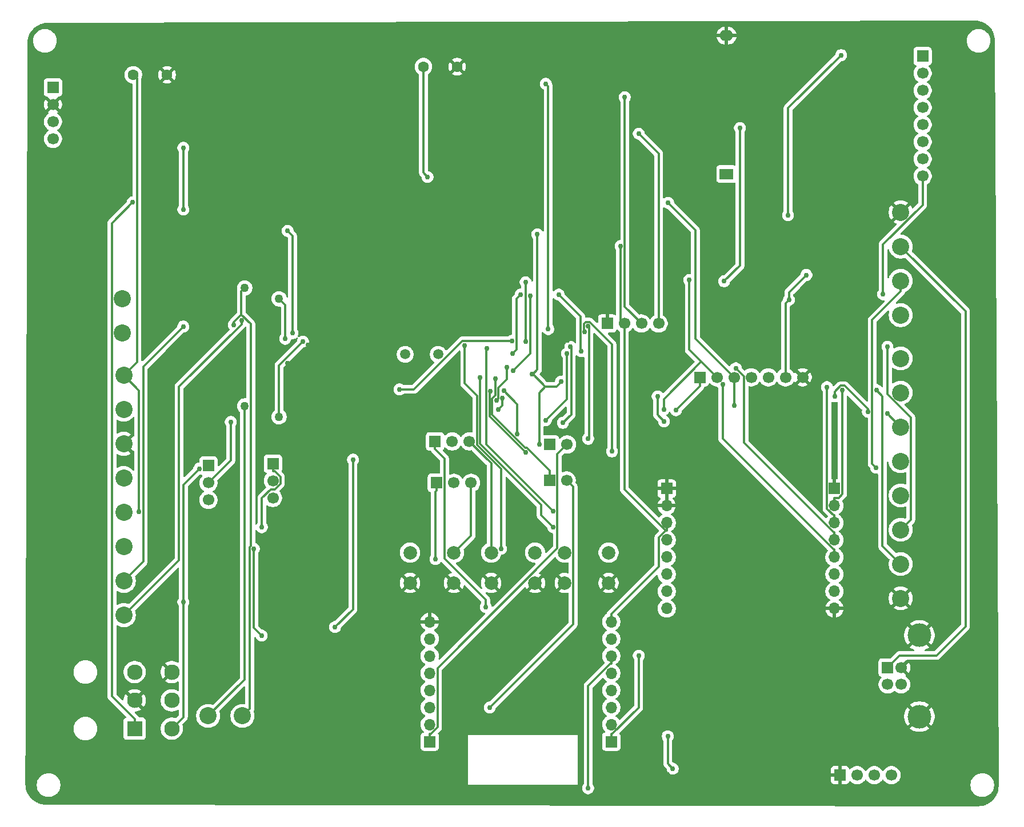
<source format=gbr>
%TF.GenerationSoftware,KiCad,Pcbnew,9.0.1*%
%TF.CreationDate,2025-08-26T10:13:58+03:00*%
%TF.ProjectId,Control_board,436f6e74-726f-46c5-9f62-6f6172642e6b,rev?*%
%TF.SameCoordinates,Original*%
%TF.FileFunction,Copper,L2,Bot*%
%TF.FilePolarity,Positive*%
%FSLAX46Y46*%
G04 Gerber Fmt 4.6, Leading zero omitted, Abs format (unit mm)*
G04 Created by KiCad (PCBNEW 9.0.1) date 2025-08-26 10:13:58*
%MOMM*%
%LPD*%
G01*
G04 APERTURE LIST*
%TA.AperFunction,ComponentPad*%
%ADD10C,3.500000*%
%TD*%
%TA.AperFunction,ComponentPad*%
%ADD11C,1.700000*%
%TD*%
%TA.AperFunction,ComponentPad*%
%ADD12R,1.700000X1.700000*%
%TD*%
%TA.AperFunction,ComponentPad*%
%ADD13C,1.500000*%
%TD*%
%TA.AperFunction,ComponentPad*%
%ADD14C,2.300000*%
%TD*%
%TA.AperFunction,ComponentPad*%
%ADD15R,2.300000X2.300000*%
%TD*%
%TA.AperFunction,ComponentPad*%
%ADD16C,1.270000*%
%TD*%
%TA.AperFunction,ComponentPad*%
%ADD17C,2.540000*%
%TD*%
%TA.AperFunction,ComponentPad*%
%ADD18C,2.000000*%
%TD*%
%TA.AperFunction,ComponentPad*%
%ADD19C,1.600000*%
%TD*%
%TA.AperFunction,ComponentPad*%
%ADD20O,1.700000X1.700000*%
%TD*%
%TA.AperFunction,ComponentPad*%
%ADD21R,2.000000X1.600000*%
%TD*%
%TA.AperFunction,ComponentPad*%
%ADD22O,2.000000X1.600000*%
%TD*%
%TA.AperFunction,ViaPad*%
%ADD23C,0.762000*%
%TD*%
%TA.AperFunction,Conductor*%
%ADD24C,0.304800*%
%TD*%
G04 APERTURE END LIST*
D10*
%TO.P,J8,5,Shield*%
%TO.N,/GND*%
X195565600Y-146157200D03*
X195565600Y-134117200D03*
D11*
%TO.P,J8,4,GND*%
X192855600Y-138887200D03*
%TO.P,J8,3,D+*%
%TO.N,Net-(J8-D+)*%
X192855600Y-141387200D03*
%TO.P,J8,2,D-*%
%TO.N,Net-(J8-D-)*%
X190855600Y-141387200D03*
D12*
%TO.P,J8,1,VBUS*%
%TO.N,/5V*%
X190855600Y-138887200D03*
%TD*%
D13*
%TO.P,Y1,2,2*%
%TO.N,/OSC_IN*%
X124268400Y-92456000D03*
%TO.P,Y1,1,1*%
%TO.N,/OSC_OUT*%
X119368400Y-92456000D03*
%TD*%
D14*
%TO.P,J6,6,6*%
%TO.N,/GND*%
X84783600Y-139547600D03*
%TO.P,J6,5,5*%
%TO.N,/MDB_uart/MT*%
X84783600Y-143747600D03*
%TO.P,J6,4,4*%
%TO.N,/MDB_uart/MR*%
X84783600Y-147947600D03*
%TO.P,J6,3,3*%
%TO.N,unconnected-(J6-Pad3)*%
X79283600Y-139547600D03*
%TO.P,J6,2,2*%
%TO.N,/GND*%
X79283600Y-143747600D03*
D15*
%TO.P,J6,1,1*%
%TO.N,/12V*%
X79283600Y-147947600D03*
%TD*%
D12*
%TO.P,JP3,1,A*%
%TO.N,/RX2_stm*%
X140817600Y-105816400D03*
D11*
%TO.P,JP3,2,B*%
%TO.N,/RX2*%
X143357600Y-105816400D03*
%TD*%
D16*
%TO.P,TH1,1*%
%TO.N,/A+*%
X95581400Y-100114200D03*
%TO.P,TH1,2*%
%TO.N,Net-(D6-K)*%
X100681400Y-101714200D03*
%TD*%
D12*
%TO.P,JP1,1,A*%
%TO.N,/TX_MDB*%
X90220800Y-108966000D03*
D11*
%TO.P,JP1,2,C*%
%TO.N,/TX3*%
X90220800Y-111506000D03*
%TO.P,JP1,3,B*%
%TO.N,/TX_Meter*%
X90220800Y-114046000D03*
%TD*%
D12*
%TO.P,J1,1,Pin_1*%
%TO.N,/KEY1*%
X196037200Y-48260000D03*
D11*
%TO.P,J1,2,Pin_2*%
%TO.N,/KEY2*%
X196037200Y-50800000D03*
%TO.P,J1,3,Pin_3*%
%TO.N,/KEY3*%
X196037200Y-53340000D03*
%TO.P,J1,4,Pin_4*%
%TO.N,/KEY4*%
X196037200Y-55880000D03*
%TO.P,J1,5,Pin_5*%
%TO.N,/KEY5*%
X196037200Y-58420000D03*
%TO.P,J1,6,Pin_6*%
%TO.N,/KEY6*%
X196037200Y-60960000D03*
%TO.P,J1,7,Pin_7*%
%TO.N,/KEY7*%
X196037200Y-63500000D03*
%TO.P,J1,8,Pin_8*%
%TO.N,/KEY8*%
X196037200Y-66040000D03*
%TD*%
D12*
%TO.P,JP6,1,A*%
%TO.N,/USB_DM*%
X123799600Y-105359200D03*
D11*
%TO.P,JP6,2,C*%
%TO.N,/PA11*%
X126339600Y-105359200D03*
%TO.P,JP6,3,B*%
%TO.N,/Button5*%
X128879600Y-105359200D03*
%TD*%
D12*
%TO.P,JP2,1,A*%
%TO.N,/RX_MDB*%
X99771200Y-108661200D03*
D11*
%TO.P,JP2,2,C*%
%TO.N,/RX3*%
X99771200Y-111201200D03*
%TO.P,JP2,3,B*%
%TO.N,/RX_Meter*%
X99771200Y-113741200D03*
%TD*%
D16*
%TO.P,TH2,1*%
%TO.N,/B-*%
X95581400Y-82626200D03*
%TO.P,TH2,2*%
%TO.N,Net-(D5-K)*%
X100681400Y-84226200D03*
%TD*%
D17*
%TO.P,J4,1,Pin_1*%
%TO.N,/5V*%
X77673200Y-95554800D03*
%TO.P,J4,2,Pin_2*%
%TO.N,/3.3V*%
X77673200Y-100634800D03*
%TO.P,J4,3,Pin_3*%
%TO.N,/GND*%
X77673200Y-105714800D03*
%TO.P,J4,4,Pin_4*%
%TO.N,/SCK1*%
X77673200Y-110794800D03*
%TO.P,J4,5,Pin_5*%
%TO.N,/MISO1*%
X77693200Y-115874800D03*
%TO.P,J4,6,Pin_6*%
%TO.N,/MOSI1*%
X77693200Y-120954800D03*
%TO.P,J4,7,Pin_7*%
%TO.N,/GPIO_1*%
X77693200Y-126034800D03*
%TO.P,J4,8,Pin_8*%
%TO.N,/GPIO_2*%
X77693200Y-131114800D03*
%TD*%
D18*
%TO.P,SW9,1,1*%
%TO.N,/Button6*%
X143007400Y-121854400D03*
X149507400Y-121854400D03*
%TO.P,SW9,2,2*%
%TO.N,/GND*%
X143007400Y-126354400D03*
X149507400Y-126354400D03*
%TD*%
D12*
%TO.P,U9,1,Pin_1*%
%TO.N,/GND*%
X149301200Y-87884000D03*
D11*
%TO.P,U9,2,Pin_2*%
%TO.N,/3.3V*%
X151841200Y-87884000D03*
%TO.P,U9,3,Pin_3*%
%TO.N,/SCL_1*%
X154381200Y-87884000D03*
%TO.P,U9,4,Pin_4*%
%TO.N,/SDA_1*%
X156921200Y-87884000D03*
%TD*%
D18*
%TO.P,SW8,1,1*%
%TO.N,/Button5*%
X132110800Y-121854400D03*
X138610800Y-121854400D03*
%TO.P,SW8,2,2*%
%TO.N,/GND*%
X132110800Y-126354400D03*
X138610800Y-126354400D03*
%TD*%
D17*
%TO.P,J3,1,Pin_1*%
%TO.N,Net-(J3-Pin_1)*%
X77466800Y-84176800D03*
%TO.P,J3,2,Pin_2*%
%TO.N,Net-(J3-Pin_2)*%
X77466800Y-89256800D03*
%TD*%
D18*
%TO.P,SW7,1,1*%
%TO.N,/Button4*%
X120092400Y-121854400D03*
X126592400Y-121854400D03*
%TO.P,SW7,2,2*%
%TO.N,/GND*%
X120092400Y-126354400D03*
X126592400Y-126354400D03*
%TD*%
D17*
%TO.P,J2,1,Pin_1*%
%TO.N,/RX_Meter*%
X192790000Y-86645100D03*
%TO.P,J2,2,Pin_2*%
%TO.N,/TX_Meter*%
X192790000Y-81565100D03*
%TO.P,J2,3,Pin_3*%
%TO.N,/5V*%
X192790000Y-76485100D03*
%TO.P,J2,4,Pin_4*%
%TO.N,/GND*%
X192790000Y-71405100D03*
%TD*%
D12*
%TO.P,JP5,1,A*%
%TO.N,/USB_DP*%
X124053600Y-111506000D03*
D11*
%TO.P,JP5,2,C*%
%TO.N,/PA12*%
X126593600Y-111506000D03*
%TO.P,JP5,3,B*%
%TO.N,/Button4*%
X129133600Y-111506000D03*
%TD*%
D17*
%TO.P,J9,1,Pin_1*%
%TO.N,/A+*%
X90171300Y-146053200D03*
%TO.P,J9,2,Pin_2*%
%TO.N,/B-*%
X95251300Y-146053200D03*
%TD*%
D12*
%TO.P,U11,1,Pin_1*%
%TO.N,/3.3V*%
X67183000Y-52882800D03*
D11*
%TO.P,U11,2,Pin_2*%
%TO.N,/GND*%
X67183000Y-55422800D03*
%TO.P,U11,3,Pin_3*%
%TO.N,/SWCLK*%
X67183000Y-57962800D03*
%TO.P,U11,4,Pin_4*%
%TO.N,/SWDIO*%
X67183000Y-60502800D03*
%TD*%
D19*
%TO.P,C2,1*%
%TO.N,Net-(D1-K)*%
X122072400Y-49807100D03*
%TO.P,C2,2*%
%TO.N,/GND*%
X127072400Y-49807100D03*
%TD*%
%TO.P,C3,1*%
%TO.N,/5V*%
X79095600Y-51026300D03*
%TO.P,C3,2*%
%TO.N,/GND*%
X84095600Y-51026300D03*
%TD*%
D12*
%TO.P,J7,1,Pin_1*%
%TO.N,/GND*%
X183794400Y-154838400D03*
D11*
%TO.P,J7,2,Pin_2*%
%TO.N,/3.3V*%
X186334400Y-154838400D03*
%TO.P,J7,3,Pin_3*%
%TO.N,/RX2*%
X188874400Y-154838400D03*
%TO.P,J7,4,Pin_4*%
%TO.N,/TX2*%
X191414400Y-154838400D03*
%TD*%
D17*
%TO.P,J5,1,Pin_1*%
%TO.N,/GND*%
X192786200Y-128625600D03*
%TO.P,J5,2,Pin_2*%
%TO.N,/OUT7*%
X192786200Y-123545600D03*
%TO.P,J5,3,Pin_3*%
%TO.N,/OUT6*%
X192786200Y-118465600D03*
%TO.P,J5,4,Pin_4*%
%TO.N,/OUT5*%
X192786200Y-113385600D03*
%TO.P,J5,5,Pin_5*%
%TO.N,/OUT4*%
X192766200Y-108305600D03*
%TO.P,J5,6,Pin_6*%
%TO.N,/OUT3*%
X192766200Y-103225600D03*
%TO.P,J5,7,Pin_7*%
%TO.N,/OUT2*%
X192766200Y-98145600D03*
%TO.P,J5,8,Pin_8*%
%TO.N,/OUT1*%
X192766200Y-93065600D03*
%TD*%
D12*
%TO.P,JP4,1,A*%
%TO.N,/TX2_stm*%
X140761800Y-111150400D03*
D11*
%TO.P,JP4,2,B*%
%TO.N,/TX2*%
X143301800Y-111150400D03*
%TD*%
D12*
%TO.P,U7,1,Pin_1*%
%TO.N,/NSS1*%
X163017200Y-95859600D03*
D11*
%TO.P,U7,2,Pin_2*%
%TO.N,/SCK1*%
X165557200Y-95859600D03*
%TO.P,U7,3,Pin_3*%
%TO.N,/MISO1*%
X168097200Y-95859600D03*
%TO.P,U7,4,Pin_4*%
%TO.N,/MOSI1*%
X170637200Y-95859600D03*
%TO.P,U7,5,Pin_5*%
%TO.N,/SQW*%
X173177200Y-95859600D03*
%TO.P,U7,6,Pin_6*%
%TO.N,/3.3V*%
X175717200Y-95859600D03*
%TO.P,U7,7,Pin_7*%
%TO.N,/GND*%
X178257200Y-95859600D03*
%TD*%
D20*
%TO.P,U4,ADC,ADC*%
%TO.N,/ADC*%
X149908400Y-147338400D03*
%TO.P,U4,CH_PC,CH_PC*%
%TO.N,/EN*%
X149908400Y-144798400D03*
%TO.P,U4,GND,GND*%
%TO.N,/GND*%
X123008400Y-132098400D03*
%TO.P,U4,GPIO0,GPIO0*%
%TO.N,/GPIO0*%
X123008400Y-139718400D03*
%TO.P,U4,GPIO2,GPIO2*%
%TO.N,/GPIO2*%
X123008400Y-137178400D03*
%TO.P,U4,GPIO4,GPIO4*%
%TO.N,/Button1*%
X123008400Y-142258400D03*
%TO.P,U4,GPIO5,GPIO5*%
%TO.N,/Button2*%
X123008400Y-144798400D03*
%TO.P,U4,GPIO12,GPIO12*%
%TO.N,/Button3*%
X149908400Y-137178400D03*
%TO.P,U4,GPIO13,GPIO13*%
%TO.N,/LED 1*%
X149908400Y-134638400D03*
%TO.P,U4,GPIO14,GPIO14*%
%TO.N,/LED 2*%
X149908400Y-139718400D03*
%TO.P,U4,GPIO15,GPIO15*%
%TO.N,/GPIO15*%
X123008400Y-134638400D03*
%TO.P,U4,GPIO16,GPIO16*%
%TO.N,/GPIO16*%
X149908400Y-142258400D03*
D12*
%TO.P,U4,REST,REST*%
%TO.N,/RST_WIFI*%
X149908400Y-149878400D03*
D20*
%TO.P,U4,RX,RX*%
%TO.N,/TX2*%
X123008400Y-147338400D03*
D12*
%TO.P,U4,TX,TX*%
%TO.N,/RX2*%
X123008400Y-149878400D03*
D20*
%TO.P,U4,VCC,VCC*%
%TO.N,/3.3V*%
X149908400Y-132098400D03*
%TD*%
D21*
%TO.P,BT1,1,+*%
%TO.N,Net-(BT1-+)*%
X166979500Y-65717800D03*
D22*
%TO.P,BT1,2,-*%
%TO.N,/GND*%
X166979500Y-45217800D03*
%TD*%
D20*
%TO.P,U3,3.3V,3.3V*%
%TO.N,/3.3V*%
X158118100Y-117433000D03*
%TO.P,U3,DI104,DI104*%
%TO.N,unconnected-(U3-PadDI104)*%
X182968100Y-127593000D03*
%TO.P,U3,DI105,DI105*%
%TO.N,unconnected-(U3-PadDI105)*%
X182968100Y-125053000D03*
%TO.P,U3,DIO0,DIO0*%
%TO.N,/DIO0*%
X158118100Y-122513000D03*
%TO.P,U3,DIO1,DIO1*%
%TO.N,unconnected-(U3-PadDIO1)*%
X158118100Y-125053000D03*
%TO.P,U3,DIO2,DIO2*%
%TO.N,unconnected-(U3-PadDIO2)*%
X158118100Y-127593000D03*
%TO.P,U3,DIO3,DIO3*%
%TO.N,unconnected-(U3-PadDIO3)*%
X158118100Y-130133000D03*
D12*
%TO.P,U3,GND1,GND*%
%TO.N,/GND*%
X158118100Y-112353000D03*
D20*
%TO.P,U3,GND2,GND*%
X158118100Y-114893000D03*
D12*
%TO.P,U3,GND3,GND*%
X182968100Y-112353000D03*
D20*
%TO.P,U3,GND4,GND*%
X182968100Y-130133000D03*
%TO.P,U3,MISO,MISO*%
%TO.N,/MISO2*%
X182968100Y-119973000D03*
%TO.P,U3,MOSI,MOSI*%
%TO.N,/MOSI2*%
X182968100Y-117433000D03*
%TO.P,U3,NSS,NSS*%
%TO.N,/NSS2*%
X182968100Y-114893000D03*
%TO.P,U3,RST,RST*%
%TO.N,/RST_LoRa*%
X158118100Y-119973000D03*
%TO.P,U3,SCK,SCK*%
%TO.N,/SCK2*%
X182968100Y-122513000D03*
%TD*%
D23*
%TO.N,Net-(D10-K)*%
X86496600Y-61833200D03*
X86496600Y-70971800D03*
%TO.N,/RX3*%
X134406100Y-94390200D03*
X132872300Y-99275300D03*
%TO.N,/3.3V*%
X178809200Y-80698200D03*
X176219500Y-84402100D03*
X101950900Y-74165700D03*
X151281400Y-76389200D03*
X102675100Y-89315400D03*
%TO.N,/TX_Meter*%
X189164000Y-109266600D03*
%TO.N,/RST_WIFI*%
X153973200Y-137130500D03*
%TO.N,/GND*%
X123392300Y-84802600D03*
X117518900Y-74129200D03*
X104898900Y-115137800D03*
X127203200Y-95859600D03*
X108498800Y-143983400D03*
X111176500Y-61393000D03*
X116486200Y-58911000D03*
X166469900Y-78686000D03*
X166702900Y-76930300D03*
X107618000Y-100348500D03*
X83108800Y-104241600D03*
X168881400Y-155590400D03*
X158420600Y-135207500D03*
X101882600Y-93815300D03*
X76126000Y-47814600D03*
X164355200Y-72373400D03*
X145887700Y-59139300D03*
X152997800Y-63512300D03*
X93523500Y-74803400D03*
X108059400Y-97408600D03*
X108521100Y-120888600D03*
X101471200Y-143983400D03*
X132994400Y-87161000D03*
X107790300Y-154216200D03*
X169063900Y-141399600D03*
X68509300Y-70007400D03*
X107618000Y-83640200D03*
X176057200Y-155079800D03*
X141833600Y-85242400D03*
X117154400Y-132885900D03*
X123392300Y-99597800D03*
X166384800Y-79956000D03*
X106484900Y-69342200D03*
X94481400Y-61779400D03*
X128107700Y-62609800D03*
X136071200Y-45576500D03*
X179324000Y-111048800D03*
X117048900Y-51513400D03*
X145237200Y-98552000D03*
X158235800Y-154751100D03*
X133350000Y-84937600D03*
X150080100Y-76006500D03*
X104962400Y-91097700D03*
X121163300Y-156065600D03*
X143403800Y-90429700D03*
X81895500Y-66308600D03*
X127319300Y-133841900D03*
X149461100Y-73706200D03*
X166471500Y-85769400D03*
%TO.N,/TX3*%
X93533000Y-102469800D03*
%TO.N,/SCL_1*%
X151904500Y-54347500D03*
%TO.N,/SDA_1*%
X153973200Y-59761500D03*
%TO.N,/12V*%
X78999200Y-69934400D03*
%TO.N,/CS_flash*%
X137886400Y-83795200D03*
X135408200Y-94884400D03*
%TO.N,/5V*%
X79919500Y-115795500D03*
%TO.N,Net-(D5-K)*%
X101603500Y-90147700D03*
%TO.N,/KEY1*%
X183962800Y-48104600D03*
X176092200Y-71815500D03*
%TO.N,/KEY2*%
X166640000Y-81625400D03*
X168968000Y-58911000D03*
%TO.N,/KEY8*%
X190186000Y-83553400D03*
%TO.N,/NRST*%
X135286400Y-92332300D03*
X136461000Y-83594600D03*
%TO.N,Net-(D6-K)*%
X104222000Y-90557700D03*
%TO.N,/B-*%
X93994000Y-88070200D03*
%TO.N,Net-(D1-K)*%
X122701200Y-66163500D03*
%TO.N,/SCK1*%
X161470600Y-81435400D03*
X133177900Y-100639200D03*
X133751500Y-98983100D03*
X157683300Y-100602100D03*
%TO.N,/MOSI1*%
X139220300Y-105789600D03*
X138962700Y-74664600D03*
X138183600Y-95421800D03*
X142443200Y-96520000D03*
%TO.N,/MISO1*%
X168097200Y-100013500D03*
X158334900Y-70007400D03*
%TO.N,/RX1*%
X145477300Y-92003000D03*
X142116400Y-83603700D03*
%TO.N,/TX1*%
X118536600Y-97646400D03*
X135233900Y-90437000D03*
%TO.N,/NSS1*%
X135999200Y-104278700D03*
X159488300Y-100736100D03*
X133976300Y-97869200D03*
%TO.N,/TX2*%
X131890300Y-144808000D03*
%TO.N,/RST_LoRa*%
X141298700Y-115690500D03*
X131457300Y-91581600D03*
%TO.N,/DIO0*%
X128191500Y-91195600D03*
X133580800Y-121263700D03*
%TO.N,/GPIO_2*%
X95110500Y-87454800D03*
%TO.N,/GPIO_1*%
X86496600Y-88325300D03*
%TO.N,/MISO2*%
X168349500Y-94531200D03*
%TO.N,/NSS2*%
X184148300Y-97739400D03*
%TO.N,/MOSI2*%
X181873700Y-97319900D03*
%TO.N,/OUT4*%
X146475800Y-104987000D03*
X146477400Y-88292400D03*
%TO.N,/SCK2*%
X166425000Y-96953400D03*
%TO.N,/OUT5*%
X150019500Y-106845700D03*
X145976600Y-89163500D03*
%TO.N,/OUT3*%
X156776300Y-98697500D03*
X157721900Y-102383300D03*
X190784700Y-101244100D03*
%TO.N,/OUT7*%
X189172400Y-97736100D03*
%TO.N,/OUT2*%
X183042200Y-98696700D03*
X187911600Y-100950100D03*
%TO.N,/OUT6*%
X190820000Y-91352200D03*
%TO.N,/SWCLK*%
X140571400Y-88706800D03*
X140216000Y-52348500D03*
%TO.N,/SWDIO*%
X137224453Y-90562747D03*
X137216500Y-81789000D03*
%TO.N,/MDB_uart/MR*%
X88870900Y-109400900D03*
X86496600Y-129191400D03*
%TO.N,/USB_DP*%
X123850800Y-122823400D03*
%TO.N,/PA12*%
X143840100Y-91349400D03*
X142727100Y-102612000D03*
%TO.N,/RX_MDB*%
X98134300Y-118091800D03*
%TO.N,Net-(R28-Pad2)*%
X98080800Y-134143400D03*
X96954400Y-121269500D03*
%TO.N,Net-(R31-Pad2)*%
X108988800Y-132887000D03*
X111629000Y-108058700D03*
%TO.N,/PA11*%
X140211300Y-102220300D03*
X143354700Y-92306500D03*
%TO.N,/USB_DM*%
X131295100Y-129909100D03*
%TO.N,Net-(R36-Pad1)*%
X158271400Y-149075800D03*
X159022800Y-153883900D03*
%TO.N,/Button3*%
X146475800Y-156782500D03*
%TO.N,/Button6*%
X130428600Y-95860300D03*
X141305200Y-118091800D03*
%TO.N,/RX2_stm*%
X137187200Y-106984800D03*
X132012000Y-97911500D03*
%TO.N,/TX2_stm*%
X132729900Y-96086800D03*
%TD*%
D24*
%TO.N,/5V*%
X198069200Y-137109200D02*
X202387200Y-132791200D01*
X190855600Y-138887200D02*
X192633600Y-137109200D01*
X202387200Y-86082300D02*
X202387200Y-132791200D01*
X192633600Y-137109200D02*
X198069200Y-137109200D01*
X192790000Y-76485100D02*
X202387200Y-86082300D01*
%TO.N,/TX1*%
X120641200Y-97646400D02*
X127850600Y-90437000D01*
X127850600Y-90437000D02*
X135233900Y-90437000D01*
X118536600Y-97646400D02*
X120641200Y-97646400D01*
%TO.N,Net-(D10-K)*%
X86496600Y-70971800D02*
X86496600Y-61833200D01*
%TO.N,/RX3*%
X133126400Y-97397500D02*
X133126400Y-99021200D01*
X133126400Y-99021200D02*
X132872300Y-99275300D01*
X134406100Y-94390200D02*
X134406100Y-96117800D01*
X134406100Y-96117800D02*
X133126400Y-97397500D01*
%TO.N,/3.3V*%
X176219500Y-84402100D02*
X176219500Y-83287900D01*
X151841200Y-112455400D02*
X151841200Y-87884000D01*
X158118100Y-117433000D02*
X158118100Y-118587800D01*
X151281400Y-87324200D02*
X151281400Y-76389200D01*
X156963300Y-119598100D02*
X156963300Y-123888700D01*
X101950900Y-74165700D02*
X102675100Y-74889900D01*
X157973600Y-118587800D02*
X156963300Y-119598100D01*
X175717200Y-95859600D02*
X175717200Y-84904400D01*
X151841200Y-87884000D02*
X151281400Y-87324200D01*
X102675100Y-74889900D02*
X102675100Y-89315400D01*
X149908400Y-132098400D02*
X149908400Y-130943600D01*
X157973600Y-118587800D02*
X151841200Y-112455400D01*
X158118100Y-118587800D02*
X157973600Y-118587800D01*
X156963300Y-123888700D02*
X149908400Y-130943600D01*
X176219500Y-83287900D02*
X178809200Y-80698200D01*
X175717200Y-84904400D02*
X176219500Y-84402100D01*
%TO.N,/TX_Meter*%
X192790000Y-81565100D02*
X192790000Y-83152100D01*
X188561100Y-108663700D02*
X189164000Y-109266600D01*
X188561100Y-87381000D02*
X188561100Y-108663700D01*
X192790000Y-83152100D02*
X188561100Y-87381000D01*
%TO.N,/RST_WIFI*%
X150052700Y-148723600D02*
X149908400Y-148723600D01*
X149908400Y-149878400D02*
X149908400Y-148723600D01*
X153973200Y-137130500D02*
X153973200Y-144803100D01*
X153973200Y-144803100D02*
X150052700Y-148723600D01*
%TO.N,/TX3*%
X93533000Y-108193800D02*
X90220800Y-111506000D01*
X93533000Y-102469800D02*
X93533000Y-108193800D01*
%TO.N,/SCL_1*%
X154381200Y-87884000D02*
X151904500Y-85407300D01*
X151904500Y-85407300D02*
X151904500Y-54347500D01*
%TO.N,/SDA_1*%
X156921200Y-62709500D02*
X156921200Y-87884000D01*
X153973200Y-59761500D02*
X156921200Y-62709500D01*
%TO.N,/12V*%
X75920000Y-143129200D02*
X75920000Y-73013600D01*
X75920000Y-73013600D02*
X78999200Y-69934400D01*
X79283600Y-147947600D02*
X79283600Y-146492800D01*
X79283600Y-146492800D02*
X75920000Y-143129200D01*
%TO.N,/CS_flash*%
X137886400Y-83795200D02*
X137911100Y-83819900D01*
X137911100Y-92381500D02*
X135408200Y-94884400D01*
X137911100Y-83819900D02*
X137911100Y-92381500D01*
%TO.N,/5V*%
X79919500Y-97801100D02*
X79919500Y-115795500D01*
X77673200Y-95554800D02*
X79621100Y-93606900D01*
X79621100Y-93606900D02*
X79621100Y-51551800D01*
X77673200Y-95554800D02*
X79919500Y-97801100D01*
X79621100Y-51551800D02*
X79095600Y-51026300D01*
%TO.N,Net-(D5-K)*%
X100681400Y-84226200D02*
X101603500Y-85148300D01*
X101603500Y-85148300D02*
X101603500Y-90147700D01*
%TO.N,/KEY1*%
X176092200Y-55975200D02*
X183962800Y-48104600D01*
X176092200Y-71815500D02*
X176092200Y-55975200D01*
%TO.N,/KEY2*%
X168968000Y-58911000D02*
X168968000Y-79297400D01*
X168968000Y-79297400D02*
X166640000Y-81625400D01*
%TO.N,/KEY8*%
X190186000Y-76174700D02*
X190186000Y-83553400D01*
X196037200Y-70323500D02*
X190186000Y-76174700D01*
X196037200Y-66040000D02*
X196037200Y-70323500D01*
%TO.N,/NRST*%
X135845200Y-91773500D02*
X135845200Y-84210400D01*
X135845200Y-84210400D02*
X136461000Y-83594600D01*
X135286400Y-92332300D02*
X135845200Y-91773500D01*
%TO.N,Net-(D6-K)*%
X104222000Y-90557700D02*
X100681400Y-94098300D01*
X100681400Y-94098300D02*
X100681400Y-101714200D01*
%TO.N,/A+*%
X90171300Y-146053200D02*
X95581400Y-140643100D01*
X95581400Y-140643100D02*
X95581400Y-100114200D01*
%TO.N,/B-*%
X96343100Y-144961400D02*
X96343100Y-121016300D01*
X93994000Y-87657700D02*
X93994000Y-88070200D01*
X95092200Y-83115400D02*
X95581400Y-82626200D01*
X95092200Y-86559500D02*
X95092200Y-83115400D01*
X96490700Y-87958000D02*
X95092200Y-86559500D01*
X96343100Y-121016300D02*
X96490700Y-120868700D01*
X95251300Y-146053200D02*
X96343100Y-144961400D01*
X95092200Y-86559500D02*
X93994000Y-87657700D01*
X96490700Y-120868700D02*
X96490700Y-87958000D01*
%TO.N,Net-(D1-K)*%
X122701200Y-66163500D02*
X122072400Y-65534700D01*
X122072400Y-65534700D02*
X122072400Y-49807100D01*
%TO.N,/SCK1*%
X157683300Y-99105700D02*
X157683300Y-100602100D01*
X133751500Y-100065600D02*
X133751500Y-98983100D01*
X133177900Y-100639200D02*
X133751500Y-100065600D01*
X163243300Y-93545700D02*
X165557200Y-95859600D01*
X163243300Y-93545700D02*
X157683300Y-99105700D01*
X161470600Y-91773000D02*
X163243300Y-93545700D01*
X161470600Y-81435400D02*
X161470600Y-91773000D01*
%TO.N,/MOSI1*%
X142443200Y-96597600D02*
X141804900Y-97235900D01*
X138306100Y-95404300D02*
X140137600Y-97235900D01*
X138962700Y-74664600D02*
X138962700Y-94747700D01*
X138962700Y-94747700D02*
X138306100Y-95404300D01*
X139220300Y-98153200D02*
X139220300Y-105789600D01*
X138234500Y-95412100D02*
X138224800Y-95421800D01*
X138298300Y-95412100D02*
X138234500Y-95412100D01*
X140137600Y-97235900D02*
X139220300Y-98153200D01*
X141804900Y-97235900D02*
X140137600Y-97235900D01*
X142443200Y-96520000D02*
X142443200Y-96597600D01*
X138224800Y-95421800D02*
X138183600Y-95421800D01*
X138306100Y-95404300D02*
X138298300Y-95412100D01*
%TO.N,/MISO1*%
X168097200Y-95859600D02*
X168097200Y-100013500D01*
X168097200Y-95859600D02*
X162365500Y-90127900D01*
X162365500Y-90127900D02*
X162365500Y-74038000D01*
X162365500Y-74038000D02*
X158334900Y-70007400D01*
%TO.N,/RX1*%
X142116400Y-83603700D02*
X145365300Y-86852600D01*
X145365300Y-86852600D02*
X145365300Y-91891000D01*
X145365300Y-91891000D02*
X145477300Y-92003000D01*
%TO.N,/RX2*%
X124163200Y-147713300D02*
X124163200Y-138958700D01*
X141919200Y-121202700D02*
X141919200Y-107281700D01*
X124163200Y-138958700D02*
X141919200Y-121202700D01*
X143357600Y-105843300D02*
X143357600Y-105816400D01*
X123152900Y-148723600D02*
X124163200Y-147713300D01*
X141919200Y-107281700D02*
X143357600Y-105843300D01*
X123008400Y-148723600D02*
X123152900Y-148723600D01*
X123008400Y-149878400D02*
X123008400Y-148723600D01*
%TO.N,/NSS1*%
X163017200Y-95859600D02*
X163017200Y-97207200D01*
X135999200Y-99892100D02*
X133976300Y-97869200D01*
X163017200Y-97207200D02*
X159488300Y-100736100D01*
X135999200Y-104278700D02*
X135999200Y-99892100D01*
%TO.N,/TX2*%
X144243400Y-132454900D02*
X131890300Y-144808000D01*
X144243400Y-112092000D02*
X144243400Y-132454900D01*
X143301800Y-111150400D02*
X144243400Y-112092000D01*
%TO.N,/RST_LoRa*%
X131457300Y-91581600D02*
X131387600Y-91651300D01*
X131387600Y-105779400D02*
X141298700Y-115690500D01*
X131387600Y-91651300D02*
X131387600Y-105779400D01*
%TO.N,/DIO0*%
X133580800Y-109447800D02*
X130047400Y-105914400D01*
X130047400Y-98599700D02*
X128191500Y-96743800D01*
X133580800Y-121263700D02*
X133580800Y-109447800D01*
X130047400Y-105914400D02*
X130047400Y-98599700D01*
X128191500Y-96743800D02*
X128191500Y-91195600D01*
%TO.N,/GPIO_2*%
X85857600Y-97235500D02*
X95110500Y-87982600D01*
X85857600Y-122950400D02*
X85857600Y-97235500D01*
X77693200Y-131114800D02*
X85857600Y-122950400D01*
X95110500Y-87982600D02*
X95110500Y-87454800D01*
%TO.N,/GPIO_1*%
X80550300Y-123177700D02*
X77693200Y-126034800D01*
X80550300Y-94271600D02*
X80550300Y-123177700D01*
X86496600Y-88325300D02*
X80550300Y-94271600D01*
%TO.N,/MISO2*%
X182823700Y-118818200D02*
X169556900Y-105551400D01*
X182968100Y-118818200D02*
X182823700Y-118818200D01*
X169556900Y-95738600D02*
X168349500Y-94531200D01*
X182968100Y-119973000D02*
X182968100Y-118818200D01*
X169556900Y-105551400D02*
X169556900Y-95738600D01*
%TO.N,/NSS2*%
X183615700Y-113738200D02*
X182968100Y-113738200D01*
X182968100Y-114893000D02*
X182968100Y-113738200D01*
X184148300Y-113205600D02*
X183615700Y-113738200D01*
X184148300Y-97739400D02*
X184148300Y-113205600D01*
%TO.N,/MOSI2*%
X181873700Y-115328400D02*
X182823500Y-116278200D01*
X181873700Y-97319900D02*
X181873700Y-115328400D01*
X182823500Y-116278200D02*
X182968100Y-116278200D01*
X182968100Y-117433000D02*
X182968100Y-116278200D01*
%TO.N,/OUT4*%
X146587900Y-88402900D02*
X146477400Y-88292400D01*
X146587900Y-104874900D02*
X146587900Y-88402900D01*
X146475800Y-104987000D02*
X146587900Y-104874900D01*
%TO.N,/SCK2*%
X182823700Y-121358200D02*
X166425000Y-104959500D01*
X182968100Y-121358200D02*
X182823700Y-121358200D01*
X182968100Y-122513000D02*
X182968100Y-121358200D01*
X166425000Y-104959500D02*
X166425000Y-96953400D01*
%TO.N,/OUT5*%
X145866000Y-89052900D02*
X145976600Y-89163500D01*
X150019500Y-106845700D02*
X150019500Y-90967400D01*
X150019500Y-90967400D02*
X146733100Y-87681000D01*
X146152000Y-87681000D02*
X145866000Y-87967000D01*
X146733100Y-87681000D02*
X146152000Y-87681000D01*
X145866000Y-87967000D02*
X145866000Y-89052900D01*
%TO.N,/OUT3*%
X156776300Y-101437700D02*
X156776300Y-98697500D01*
X157721900Y-102383300D02*
X156776300Y-101437700D01*
X192766200Y-103225600D02*
X190784700Y-101244100D01*
%TO.N,/OUT7*%
X192786200Y-123545600D02*
X190101200Y-120860600D01*
X190101200Y-98664900D02*
X189172400Y-97736100D01*
X190101200Y-120860600D02*
X190101200Y-98664900D01*
%TO.N,/OUT2*%
X183042200Y-97970100D02*
X183042200Y-98696700D01*
X187911600Y-100950100D02*
X187911600Y-100578700D01*
X183901100Y-97111200D02*
X183042200Y-97970100D01*
X187911600Y-100578700D02*
X184444100Y-97111200D01*
X184444100Y-97111200D02*
X183901100Y-97111200D01*
%TO.N,/OUT6*%
X194299300Y-116952500D02*
X194299300Y-101839400D01*
X194299300Y-101839400D02*
X190820000Y-98360100D01*
X190820000Y-98360100D02*
X190820000Y-91352200D01*
X192786200Y-118465600D02*
X194299300Y-116952500D01*
%TO.N,/SWCLK*%
X140571400Y-52703900D02*
X140571400Y-88706800D01*
X140216000Y-52348500D02*
X140571400Y-52703900D01*
%TO.N,/SWDIO*%
X137224453Y-90080053D02*
X137216500Y-90072100D01*
X137216500Y-90072100D02*
X137216500Y-81789000D01*
X137224453Y-90562747D02*
X137224453Y-90080053D01*
%TO.N,/MDB_uart/MR*%
X86496600Y-146234600D02*
X84783600Y-147947600D01*
X88870900Y-109400900D02*
X86496600Y-111775200D01*
X86496600Y-111775200D02*
X86496600Y-129191400D01*
X86496600Y-129191400D02*
X86496600Y-146234600D01*
%TO.N,/USB_DP*%
X123850800Y-112863600D02*
X123850800Y-122823400D01*
X124053600Y-111506000D02*
X124053600Y-112660800D01*
X124053600Y-112660800D02*
X123850800Y-112863600D01*
%TO.N,/PA12*%
X142727100Y-102612000D02*
X143966100Y-101373000D01*
X143966100Y-101373000D02*
X143966100Y-91475400D01*
X143966100Y-91475400D02*
X143840100Y-91349400D01*
%TO.N,/RX_MDB*%
X98134300Y-113785200D02*
X98134300Y-118091800D01*
X100867100Y-111640300D02*
X100036200Y-112471200D01*
X100045300Y-109816000D02*
X100867100Y-110637800D01*
X100036200Y-112471200D02*
X99448300Y-112471200D01*
X99771200Y-109816000D02*
X100045300Y-109816000D01*
X99771200Y-108661200D02*
X99771200Y-109816000D01*
X99448300Y-112471200D02*
X98134300Y-113785200D01*
X100867100Y-110637800D02*
X100867100Y-111640300D01*
%TO.N,Net-(R28-Pad2)*%
X96954400Y-133017000D02*
X98080800Y-134143400D01*
X96954400Y-121269500D02*
X96954400Y-133017000D01*
%TO.N,Net-(R31-Pad2)*%
X111629000Y-130246800D02*
X111629000Y-108058700D01*
X108988800Y-132887000D02*
X111629000Y-130246800D01*
%TO.N,/Button4*%
X129133600Y-119313200D02*
X126592400Y-121854400D01*
X129133600Y-111506000D02*
X129133600Y-119313200D01*
%TO.N,/PA11*%
X143354700Y-99076900D02*
X140211300Y-102220300D01*
X143354700Y-92306500D02*
X143354700Y-99076900D01*
%TO.N,/USB_DM*%
X131295100Y-128813800D02*
X131295100Y-129909100D01*
X123799600Y-106514000D02*
X125188700Y-107903100D01*
X125188700Y-107903100D02*
X125188700Y-122707400D01*
X125188700Y-122707400D02*
X131295100Y-128813800D01*
X123799600Y-105359200D02*
X123799600Y-106514000D01*
%TO.N,/Button5*%
X132110800Y-108590400D02*
X132110800Y-121854400D01*
X128879600Y-105359200D02*
X132110800Y-108590400D01*
%TO.N,Net-(R36-Pad1)*%
X158271400Y-149075800D02*
X158271400Y-153132500D01*
X158271400Y-153132500D02*
X159022800Y-153883900D01*
%TO.N,/Button3*%
X146475800Y-141621500D02*
X146475800Y-156782500D01*
X149908400Y-138333200D02*
X149764100Y-138333200D01*
X149764100Y-138333200D02*
X146475800Y-141621500D01*
X149908400Y-137178400D02*
X149908400Y-138333200D01*
%TO.N,/Button6*%
X130430100Y-105684300D02*
X130430100Y-95861800D01*
X141305200Y-118091800D02*
X139513700Y-116300300D01*
X139513700Y-114767900D02*
X130430100Y-105684300D01*
X130430100Y-95861800D02*
X130428600Y-95860300D01*
X139513700Y-116300300D02*
X139513700Y-114767900D01*
%TO.N,/RX2_stm*%
X132012000Y-97911500D02*
X131878300Y-98045200D01*
X131878300Y-101675900D02*
X137187200Y-106984800D01*
X131878300Y-98045200D02*
X131878300Y-101675900D01*
%TO.N,/TX2_stm*%
X140761800Y-109667000D02*
X140761800Y-109995600D01*
X132729900Y-96086800D02*
X132729900Y-98553200D01*
X140761800Y-111150400D02*
X140761800Y-109995600D01*
X132729900Y-98553200D02*
X132261000Y-99022100D01*
X132261000Y-99022100D02*
X132261000Y-101412700D01*
X137415100Y-106320300D02*
X140761800Y-109667000D01*
X137168600Y-106320300D02*
X137415100Y-106320300D01*
X132261000Y-101412700D02*
X137168600Y-106320300D01*
%TD*%
%TA.AperFunction,Conductor*%
%TO.N,/GND*%
G36*
X127681044Y-106013199D02*
G01*
X127720086Y-106058256D01*
X127724551Y-106067020D01*
X127849490Y-106238986D01*
X127999813Y-106389309D01*
X128171779Y-106514248D01*
X128171781Y-106514249D01*
X128171784Y-106514251D01*
X128361188Y-106610757D01*
X128563357Y-106676446D01*
X128773313Y-106709700D01*
X128773314Y-106709700D01*
X128985886Y-106709700D01*
X128985887Y-106709700D01*
X129195843Y-106676446D01*
X129195843Y-106676445D01*
X129200483Y-106675711D01*
X129269776Y-106684666D01*
X129307562Y-106710503D01*
X131421581Y-108824521D01*
X131455066Y-108885844D01*
X131457900Y-108912202D01*
X131457900Y-120427030D01*
X131438215Y-120494069D01*
X131390196Y-120537514D01*
X131324369Y-120571055D01*
X131298075Y-120590159D01*
X131133290Y-120709883D01*
X131133288Y-120709885D01*
X131133287Y-120709885D01*
X130966285Y-120876887D01*
X130966285Y-120876888D01*
X130966283Y-120876890D01*
X130926055Y-120932259D01*
X130827457Y-121067966D01*
X130720233Y-121278403D01*
X130647246Y-121503031D01*
X130610300Y-121736302D01*
X130610300Y-121972497D01*
X130647246Y-122205768D01*
X130720233Y-122430396D01*
X130797045Y-122581146D01*
X130827457Y-122640833D01*
X130966283Y-122831910D01*
X131133290Y-122998917D01*
X131324367Y-123137743D01*
X131423791Y-123188402D01*
X131534803Y-123244966D01*
X131534805Y-123244966D01*
X131534808Y-123244968D01*
X131655212Y-123284089D01*
X131759431Y-123317953D01*
X131992703Y-123354900D01*
X131992708Y-123354900D01*
X132228897Y-123354900D01*
X132462168Y-123317953D01*
X132487679Y-123309664D01*
X132686792Y-123244968D01*
X132897233Y-123137743D01*
X133088310Y-122998917D01*
X133255317Y-122831910D01*
X133394143Y-122640833D01*
X133501368Y-122430392D01*
X133566537Y-122229821D01*
X133605975Y-122172146D01*
X133662054Y-122148446D01*
X133661645Y-122146389D01*
X133787543Y-122121345D01*
X133837924Y-122111324D01*
X133998347Y-122044875D01*
X134142723Y-121948406D01*
X134265506Y-121825623D01*
X134361975Y-121681247D01*
X134428424Y-121520824D01*
X134447119Y-121426840D01*
X134462300Y-121350522D01*
X134462300Y-121176877D01*
X134428425Y-121006581D01*
X134428424Y-121006580D01*
X134428424Y-121006576D01*
X134426986Y-121003104D01*
X134361978Y-120846159D01*
X134361971Y-120846146D01*
X134296932Y-120748810D01*
X134265506Y-120701777D01*
X134265505Y-120701776D01*
X134265503Y-120701773D01*
X134261843Y-120697312D01*
X134234533Y-120633000D01*
X134233700Y-120618652D01*
X134233700Y-110710602D01*
X134253385Y-110643563D01*
X134306189Y-110597808D01*
X134375347Y-110587864D01*
X134438903Y-110616889D01*
X134445381Y-110622921D01*
X138824481Y-115002021D01*
X138857966Y-115063344D01*
X138860800Y-115089702D01*
X138860800Y-116364605D01*
X138860800Y-116364607D01*
X138860799Y-116364607D01*
X138876652Y-116444297D01*
X138882098Y-116471675D01*
X138883808Y-116480270D01*
X138885891Y-116490744D01*
X138923888Y-116582478D01*
X138935108Y-116609564D01*
X139006559Y-116716500D01*
X139006562Y-116716504D01*
X139006563Y-116716505D01*
X140387412Y-118097352D01*
X140420897Y-118158675D01*
X140423133Y-118172875D01*
X140423698Y-118178615D01*
X140457574Y-118348918D01*
X140457577Y-118348928D01*
X140524021Y-118509340D01*
X140524028Y-118509353D01*
X140620493Y-118653722D01*
X140620496Y-118653726D01*
X140743273Y-118776503D01*
X140743277Y-118776506D01*
X140887646Y-118872971D01*
X140887659Y-118872978D01*
X141048071Y-118939422D01*
X141048076Y-118939424D01*
X141098490Y-118949452D01*
X141166491Y-118962979D01*
X141228402Y-118995364D01*
X141262977Y-119056080D01*
X141266300Y-119084596D01*
X141266300Y-120880896D01*
X141246615Y-120947935D01*
X141229981Y-120968577D01*
X140322981Y-121875577D01*
X140261658Y-121909062D01*
X140191966Y-121904078D01*
X140136033Y-121862206D01*
X140111616Y-121796742D01*
X140111300Y-121787896D01*
X140111300Y-121736302D01*
X140074353Y-121503031D01*
X140027213Y-121357951D01*
X140001368Y-121278408D01*
X140001366Y-121278405D01*
X140001366Y-121278403D01*
X139895609Y-121070845D01*
X139894143Y-121067967D01*
X139755317Y-120876890D01*
X139588310Y-120709883D01*
X139397233Y-120571057D01*
X139361600Y-120552901D01*
X139186796Y-120463833D01*
X138962168Y-120390846D01*
X138728897Y-120353900D01*
X138728892Y-120353900D01*
X138492708Y-120353900D01*
X138492703Y-120353900D01*
X138259431Y-120390846D01*
X138034803Y-120463833D01*
X137824366Y-120571057D01*
X137739110Y-120633000D01*
X137633290Y-120709883D01*
X137633288Y-120709885D01*
X137633287Y-120709885D01*
X137466285Y-120876887D01*
X137466285Y-120876888D01*
X137466283Y-120876890D01*
X137426055Y-120932259D01*
X137327457Y-121067966D01*
X137220233Y-121278403D01*
X137147246Y-121503031D01*
X137110300Y-121736302D01*
X137110300Y-121972497D01*
X137147246Y-122205768D01*
X137220233Y-122430396D01*
X137297045Y-122581146D01*
X137327457Y-122640833D01*
X137466283Y-122831910D01*
X137633290Y-122998917D01*
X137824367Y-123137743D01*
X137923791Y-123188402D01*
X138034803Y-123244966D01*
X138034805Y-123244966D01*
X138034808Y-123244968D01*
X138155212Y-123284089D01*
X138259431Y-123317953D01*
X138492703Y-123354900D01*
X138544296Y-123354900D01*
X138611335Y-123374585D01*
X138657090Y-123427389D01*
X138667034Y-123496547D01*
X138638009Y-123560103D01*
X138631977Y-123566581D01*
X132373768Y-129824789D01*
X132312445Y-129858274D01*
X132242753Y-129853290D01*
X132186820Y-129811418D01*
X132164470Y-129761299D01*
X132142725Y-129651983D01*
X132142725Y-129651981D01*
X132142724Y-129651976D01*
X132127318Y-129614782D01*
X132076278Y-129491559D01*
X132076271Y-129491546D01*
X131979803Y-129347173D01*
X131976143Y-129342712D01*
X131948833Y-129278400D01*
X131948000Y-129264052D01*
X131948000Y-128749492D01*
X131922910Y-128623361D01*
X131922909Y-128623360D01*
X131922909Y-128623356D01*
X131873692Y-128504536D01*
X131873691Y-128504534D01*
X131857052Y-128479631D01*
X131857052Y-128479630D01*
X131802244Y-128397605D01*
X131802238Y-128397597D01*
X131301900Y-127897259D01*
X131268415Y-127835936D01*
X131273399Y-127766244D01*
X131315271Y-127710311D01*
X131380735Y-127685894D01*
X131445876Y-127699093D01*
X131534997Y-127744502D01*
X131759552Y-127817465D01*
X131759551Y-127817465D01*
X131992748Y-127854400D01*
X132228852Y-127854400D01*
X132462047Y-127817465D01*
X132686602Y-127744502D01*
X132896963Y-127637318D01*
X132896969Y-127637314D01*
X132979904Y-127577058D01*
X132979905Y-127577058D01*
X132281033Y-126878187D01*
X132323092Y-126866918D01*
X132448508Y-126794510D01*
X132550910Y-126692108D01*
X132623318Y-126566692D01*
X132634587Y-126524634D01*
X133333458Y-127223505D01*
X133333458Y-127223504D01*
X133393714Y-127140569D01*
X133393718Y-127140563D01*
X133500902Y-126930202D01*
X133573865Y-126705647D01*
X133610800Y-126472452D01*
X133610800Y-126236347D01*
X133573865Y-126003152D01*
X133500902Y-125778597D01*
X133393714Y-125568228D01*
X133333458Y-125485294D01*
X133333458Y-125485293D01*
X132634587Y-126184165D01*
X132623318Y-126142108D01*
X132550910Y-126016692D01*
X132448508Y-125914290D01*
X132323092Y-125841882D01*
X132281034Y-125830612D01*
X132979905Y-125131740D01*
X132979904Y-125131738D01*
X132896974Y-125071487D01*
X132686602Y-124964297D01*
X132462047Y-124891334D01*
X132462048Y-124891334D01*
X132228852Y-124854400D01*
X131992748Y-124854400D01*
X131759552Y-124891334D01*
X131534997Y-124964297D01*
X131324630Y-125071484D01*
X131241694Y-125131740D01*
X131940566Y-125830612D01*
X131898508Y-125841882D01*
X131773092Y-125914290D01*
X131670690Y-126016692D01*
X131598282Y-126142108D01*
X131587012Y-126184166D01*
X130888140Y-125485294D01*
X130827884Y-125568230D01*
X130720697Y-125778597D01*
X130647734Y-126003152D01*
X130610800Y-126236347D01*
X130610800Y-126472452D01*
X130647734Y-126705647D01*
X130720697Y-126930202D01*
X130766106Y-127019323D01*
X130779002Y-127087993D01*
X130752725Y-127152733D01*
X130695619Y-127192990D01*
X130625813Y-127195982D01*
X130567940Y-127163299D01*
X126919917Y-123515276D01*
X126886432Y-123453953D01*
X126891416Y-123384261D01*
X126933288Y-123328328D01*
X126969279Y-123309664D01*
X127013182Y-123295399D01*
X127168392Y-123244968D01*
X127378833Y-123137743D01*
X127569910Y-122998917D01*
X127736917Y-122831910D01*
X127875743Y-122640833D01*
X127982968Y-122430392D01*
X128055953Y-122205768D01*
X128068796Y-122124682D01*
X128092900Y-121972497D01*
X128092900Y-121736302D01*
X128055953Y-121503031D01*
X128033122Y-121432767D01*
X128031126Y-121362926D01*
X128063370Y-121306769D01*
X129640741Y-119729399D01*
X129712193Y-119622463D01*
X129761409Y-119503643D01*
X129762316Y-119499086D01*
X129771812Y-119451348D01*
X129786500Y-119377507D01*
X129786500Y-112764131D01*
X129806185Y-112697092D01*
X129837615Y-112663812D01*
X129841413Y-112661052D01*
X129841416Y-112661051D01*
X130013392Y-112536104D01*
X130163704Y-112385792D01*
X130163706Y-112385788D01*
X130163709Y-112385786D01*
X130288648Y-112213820D01*
X130288647Y-112213820D01*
X130288651Y-112213816D01*
X130385157Y-112024412D01*
X130450846Y-111822243D01*
X130484100Y-111612287D01*
X130484100Y-111399713D01*
X130450846Y-111189757D01*
X130385157Y-110987588D01*
X130288651Y-110798184D01*
X130288649Y-110798181D01*
X130288648Y-110798179D01*
X130163709Y-110626213D01*
X130013386Y-110475890D01*
X129841420Y-110350951D01*
X129652014Y-110254444D01*
X129652013Y-110254443D01*
X129652012Y-110254443D01*
X129449843Y-110188754D01*
X129449841Y-110188753D01*
X129449840Y-110188753D01*
X129288557Y-110163208D01*
X129239887Y-110155500D01*
X129027313Y-110155500D01*
X128978642Y-110163208D01*
X128817360Y-110188753D01*
X128615185Y-110254444D01*
X128425779Y-110350951D01*
X128253813Y-110475890D01*
X128103490Y-110626213D01*
X127978549Y-110798182D01*
X127974084Y-110806946D01*
X127926109Y-110857742D01*
X127858288Y-110874536D01*
X127792153Y-110851998D01*
X127753116Y-110806946D01*
X127748650Y-110798182D01*
X127623709Y-110626213D01*
X127473386Y-110475890D01*
X127301420Y-110350951D01*
X127112014Y-110254444D01*
X127112013Y-110254443D01*
X127112012Y-110254443D01*
X126909843Y-110188754D01*
X126909841Y-110188753D01*
X126909840Y-110188753D01*
X126748557Y-110163208D01*
X126699887Y-110155500D01*
X126487313Y-110155500D01*
X126438642Y-110163208D01*
X126277360Y-110188753D01*
X126075185Y-110254444D01*
X126021895Y-110281597D01*
X125953226Y-110294493D01*
X125888485Y-110268217D01*
X125848228Y-110211110D01*
X125841600Y-110171112D01*
X125841600Y-107838792D01*
X125816510Y-107712661D01*
X125816509Y-107712660D01*
X125816509Y-107712656D01*
X125767292Y-107593836D01*
X125750610Y-107568869D01*
X125735812Y-107546723D01*
X125695840Y-107486900D01*
X125695837Y-107486896D01*
X124975966Y-106767025D01*
X124942481Y-106705702D01*
X124947465Y-106636010D01*
X124989335Y-106580078D01*
X125007146Y-106566746D01*
X125093396Y-106451531D01*
X125142410Y-106320116D01*
X125184281Y-106264184D01*
X125249745Y-106239766D01*
X125318018Y-106254617D01*
X125346273Y-106275769D01*
X125459813Y-106389309D01*
X125631779Y-106514248D01*
X125631781Y-106514249D01*
X125631784Y-106514251D01*
X125821188Y-106610757D01*
X126023357Y-106676446D01*
X126233313Y-106709700D01*
X126233314Y-106709700D01*
X126445886Y-106709700D01*
X126445887Y-106709700D01*
X126655843Y-106676446D01*
X126858012Y-106610757D01*
X127047416Y-106514251D01*
X127133738Y-106451535D01*
X127219386Y-106389309D01*
X127219388Y-106389306D01*
X127219392Y-106389304D01*
X127369704Y-106238992D01*
X127369706Y-106238988D01*
X127369709Y-106238986D01*
X127494648Y-106067020D01*
X127494647Y-106067020D01*
X127494651Y-106067016D01*
X127499114Y-106058254D01*
X127547088Y-106007459D01*
X127614908Y-105990663D01*
X127681044Y-106013199D01*
G37*
%TD.AperFunction*%
%TA.AperFunction,Conductor*%
G36*
X158368100Y-114459988D02*
G01*
X158311093Y-114427075D01*
X158183926Y-114393000D01*
X158052274Y-114393000D01*
X157925107Y-114427075D01*
X157868100Y-114459988D01*
X157868100Y-112786012D01*
X157925107Y-112818925D01*
X158052274Y-112853000D01*
X158183926Y-112853000D01*
X158311093Y-112818925D01*
X158368100Y-112786012D01*
X158368100Y-114459988D01*
G37*
%TD.AperFunction*%
%TA.AperFunction,Conductor*%
G36*
X182666820Y-99500306D02*
G01*
X182668247Y-99500101D01*
X182698052Y-99508278D01*
X182785071Y-99544322D01*
X182785076Y-99544324D01*
X182785080Y-99544324D01*
X182785081Y-99544325D01*
X182955377Y-99578200D01*
X182955380Y-99578200D01*
X183129022Y-99578200D01*
X183243594Y-99555409D01*
X183299324Y-99544324D01*
X183323947Y-99534124D01*
X183393414Y-99526655D01*
X183455894Y-99557929D01*
X183491548Y-99618017D01*
X183495400Y-99648685D01*
X183495400Y-110879000D01*
X183475715Y-110946039D01*
X183422911Y-110991794D01*
X183371400Y-111003000D01*
X183218100Y-111003000D01*
X183218100Y-111919988D01*
X183161093Y-111887075D01*
X183033926Y-111853000D01*
X182902274Y-111853000D01*
X182775107Y-111887075D01*
X182718100Y-111919988D01*
X182718100Y-111003000D01*
X182650600Y-111003000D01*
X182583561Y-110983315D01*
X182537806Y-110930511D01*
X182526600Y-110879000D01*
X182526600Y-99622839D01*
X182535841Y-99591365D01*
X182543958Y-99559566D01*
X182545638Y-99558001D01*
X182546285Y-99555800D01*
X182571066Y-99534326D01*
X182595095Y-99511955D01*
X182597355Y-99511547D01*
X182599089Y-99510045D01*
X182631552Y-99505377D01*
X182663855Y-99499549D01*
X182666820Y-99500306D01*
G37*
%TD.AperFunction*%
%TA.AperFunction,Conductor*%
G36*
X141352614Y-84136770D02*
G01*
X141365947Y-84134854D01*
X141386090Y-84144053D01*
X141407727Y-84148760D01*
X141425452Y-84162028D01*
X141429503Y-84163879D01*
X141435981Y-84169911D01*
X141554473Y-84288403D01*
X141554477Y-84288406D01*
X141698846Y-84384871D01*
X141698859Y-84384878D01*
X141851002Y-84447897D01*
X141859276Y-84451324D01*
X141859280Y-84451324D01*
X141859281Y-84451325D01*
X142029578Y-84485200D01*
X142035315Y-84485765D01*
X142100103Y-84511923D01*
X142110846Y-84521487D01*
X144676081Y-87086721D01*
X144709566Y-87148044D01*
X144712400Y-87174402D01*
X144712400Y-90675708D01*
X144692715Y-90742747D01*
X144639911Y-90788502D01*
X144570753Y-90798446D01*
X144507197Y-90769421D01*
X144500719Y-90763389D01*
X144402026Y-90664696D01*
X144402022Y-90664693D01*
X144257653Y-90568228D01*
X144257640Y-90568221D01*
X144097228Y-90501777D01*
X144097218Y-90501774D01*
X143926922Y-90467900D01*
X143926920Y-90467900D01*
X143753280Y-90467900D01*
X143753278Y-90467900D01*
X143582981Y-90501774D01*
X143582971Y-90501777D01*
X143422559Y-90568221D01*
X143422546Y-90568228D01*
X143278177Y-90664693D01*
X143278173Y-90664696D01*
X143155396Y-90787473D01*
X143155393Y-90787477D01*
X143058928Y-90931846D01*
X143058921Y-90931859D01*
X142992477Y-91092271D01*
X142992474Y-91092281D01*
X142958600Y-91262577D01*
X142958600Y-91442312D01*
X142956348Y-91442312D01*
X142945204Y-91501064D01*
X142903712Y-91547669D01*
X142792781Y-91621790D01*
X142792773Y-91621796D01*
X142669996Y-91744573D01*
X142669993Y-91744577D01*
X142573528Y-91888946D01*
X142573521Y-91888959D01*
X142507077Y-92049371D01*
X142507074Y-92049381D01*
X142473200Y-92219677D01*
X142473200Y-92219680D01*
X142473200Y-92393320D01*
X142473200Y-92393322D01*
X142473199Y-92393322D01*
X142507074Y-92563618D01*
X142507077Y-92563628D01*
X142573521Y-92724040D01*
X142573528Y-92724053D01*
X142669994Y-92868423D01*
X142673653Y-92872882D01*
X142700966Y-92937192D01*
X142701800Y-92951547D01*
X142701800Y-95521574D01*
X142682115Y-95588613D01*
X142629311Y-95634368D01*
X142560153Y-95644312D01*
X142553611Y-95643192D01*
X142530021Y-95638500D01*
X142530020Y-95638500D01*
X142356380Y-95638500D01*
X142356378Y-95638500D01*
X142186081Y-95672374D01*
X142186071Y-95672377D01*
X142025659Y-95738821D01*
X142025646Y-95738828D01*
X141881277Y-95835293D01*
X141881273Y-95835296D01*
X141758496Y-95958073D01*
X141758493Y-95958077D01*
X141662028Y-96102446D01*
X141662021Y-96102459D01*
X141595577Y-96262871D01*
X141595574Y-96262881D01*
X141561700Y-96433177D01*
X141561700Y-96459000D01*
X141542015Y-96526039D01*
X141489211Y-96571794D01*
X141437700Y-96583000D01*
X140459416Y-96583000D01*
X140392377Y-96563315D01*
X140371732Y-96546679D01*
X140146315Y-96321250D01*
X139317102Y-95491992D01*
X139283620Y-95430669D01*
X139288606Y-95360977D01*
X139317103Y-95316635D01*
X139469841Y-95163899D01*
X139541293Y-95056963D01*
X139580740Y-94961728D01*
X139590509Y-94938144D01*
X139606114Y-94859695D01*
X139615600Y-94812007D01*
X139615600Y-89271776D01*
X139635285Y-89204737D01*
X139688089Y-89158982D01*
X139757247Y-89149038D01*
X139820803Y-89178063D01*
X139842702Y-89202885D01*
X139886693Y-89268722D01*
X139886696Y-89268726D01*
X140009473Y-89391503D01*
X140009477Y-89391506D01*
X140153846Y-89487971D01*
X140153859Y-89487978D01*
X140313182Y-89553971D01*
X140314276Y-89554424D01*
X140314280Y-89554424D01*
X140314281Y-89554425D01*
X140484577Y-89588300D01*
X140484580Y-89588300D01*
X140658222Y-89588300D01*
X140772794Y-89565509D01*
X140828524Y-89554424D01*
X140988947Y-89487975D01*
X141133323Y-89391506D01*
X141256106Y-89268723D01*
X141352575Y-89124347D01*
X141419024Y-88963924D01*
X141434281Y-88887222D01*
X141452900Y-88793622D01*
X141452900Y-88619977D01*
X141419025Y-88449681D01*
X141419024Y-88449680D01*
X141419024Y-88449676D01*
X141419022Y-88449671D01*
X141352578Y-88289259D01*
X141352571Y-88289246D01*
X141275027Y-88173194D01*
X141256106Y-88144877D01*
X141256105Y-88144876D01*
X141256103Y-88144873D01*
X141252443Y-88140412D01*
X141225133Y-88076100D01*
X141224300Y-88061752D01*
X141224300Y-84257592D01*
X141230538Y-84236346D01*
X141232118Y-84214258D01*
X141240190Y-84203474D01*
X141243985Y-84190553D01*
X141260718Y-84176053D01*
X141273990Y-84158325D01*
X141286610Y-84153617D01*
X141296789Y-84144798D01*
X141318706Y-84141646D01*
X141339454Y-84133908D01*
X141352614Y-84136770D01*
G37*
%TD.AperFunction*%
%TA.AperFunction,Conductor*%
G36*
X79089081Y-106777128D02*
G01*
X79134490Y-106774152D01*
X79202673Y-106789409D01*
X79251784Y-106839108D01*
X79266600Y-106897886D01*
X79266600Y-109597701D01*
X79246915Y-109664740D01*
X79194111Y-109710495D01*
X79124953Y-109720439D01*
X79061397Y-109691414D01*
X79044224Y-109673188D01*
X79018443Y-109639590D01*
X79007189Y-109624923D01*
X79007187Y-109624921D01*
X79007184Y-109624917D01*
X78843082Y-109460815D01*
X78843075Y-109460809D01*
X78658945Y-109319521D01*
X78658943Y-109319520D01*
X78457962Y-109203485D01*
X78457954Y-109203481D01*
X78457952Y-109203480D01*
X78243530Y-109114663D01*
X78243531Y-109114663D01*
X78243528Y-109114662D01*
X78045458Y-109061590D01*
X78019349Y-109054594D01*
X77990586Y-109050807D01*
X77789252Y-109024300D01*
X77789245Y-109024300D01*
X77557155Y-109024300D01*
X77557147Y-109024300D01*
X77327051Y-109054594D01*
X77102871Y-109114662D01*
X76888454Y-109203477D01*
X76888449Y-109203479D01*
X76758899Y-109278274D01*
X76690999Y-109294745D01*
X76624972Y-109271893D01*
X76581782Y-109216971D01*
X76572900Y-109170886D01*
X76572900Y-107338135D01*
X76592585Y-107271096D01*
X76645389Y-107225341D01*
X76714547Y-107215397D01*
X76758901Y-107230748D01*
X76888668Y-107305670D01*
X76888678Y-107305675D01*
X77103032Y-107394463D01*
X77327146Y-107454513D01*
X77327159Y-107454516D01*
X77557177Y-107484798D01*
X77557195Y-107484800D01*
X77789205Y-107484800D01*
X77789222Y-107484798D01*
X78019240Y-107454516D01*
X78019253Y-107454513D01*
X78243367Y-107394463D01*
X78457721Y-107305675D01*
X78457738Y-107305667D01*
X78658675Y-107189655D01*
X78735527Y-107130683D01*
X78735527Y-107130680D01*
X77958956Y-106354109D01*
X78004774Y-106335132D01*
X78119424Y-106258526D01*
X78216926Y-106161024D01*
X78293532Y-106046374D01*
X78312509Y-106000556D01*
X79089081Y-106777128D01*
G37*
%TD.AperFunction*%
%TA.AperFunction,Conductor*%
G36*
X79231318Y-101745266D02*
G01*
X79264071Y-101806983D01*
X79266600Y-101831898D01*
X79266600Y-104531712D01*
X79246915Y-104598751D01*
X79194111Y-104644506D01*
X79134491Y-104655447D01*
X79089081Y-104652471D01*
X78312509Y-105429042D01*
X78293532Y-105383226D01*
X78216926Y-105268576D01*
X78119424Y-105171074D01*
X78004774Y-105094468D01*
X77958954Y-105075489D01*
X78735527Y-104298917D01*
X78658669Y-104239942D01*
X78658661Y-104239936D01*
X78457738Y-104123932D01*
X78457721Y-104123924D01*
X78243367Y-104035136D01*
X78019253Y-103975086D01*
X78019240Y-103975083D01*
X77789222Y-103944801D01*
X77789205Y-103944800D01*
X77557195Y-103944800D01*
X77557177Y-103944801D01*
X77327159Y-103975083D01*
X77327146Y-103975086D01*
X77103032Y-104035136D01*
X76888678Y-104123924D01*
X76888661Y-104123932D01*
X76758900Y-104198851D01*
X76691000Y-104215324D01*
X76624973Y-104192472D01*
X76581782Y-104137550D01*
X76572900Y-104091464D01*
X76572900Y-102258713D01*
X76592585Y-102191674D01*
X76645389Y-102145919D01*
X76714547Y-102135975D01*
X76758900Y-102151326D01*
X76888444Y-102226118D01*
X76888445Y-102226118D01*
X76888448Y-102226120D01*
X77102870Y-102314937D01*
X77327051Y-102375006D01*
X77557155Y-102405300D01*
X77557162Y-102405300D01*
X77789238Y-102405300D01*
X77789245Y-102405300D01*
X78019349Y-102375006D01*
X78243530Y-102314937D01*
X78457952Y-102226120D01*
X78658948Y-102110076D01*
X78843077Y-101968789D01*
X79007189Y-101804677D01*
X79044224Y-101756412D01*
X79100651Y-101715209D01*
X79170397Y-101711054D01*
X79231318Y-101745266D01*
G37*
%TD.AperFunction*%
%TA.AperFunction,Conductor*%
G36*
X203766412Y-42984409D02*
G01*
X204091466Y-43001828D01*
X204105239Y-43003343D01*
X204422879Y-43056421D01*
X204436396Y-43059465D01*
X204746111Y-43147723D01*
X204759230Y-43152270D01*
X205057117Y-43274592D01*
X205069646Y-43280578D01*
X205351979Y-43435432D01*
X205363760Y-43442780D01*
X205627015Y-43628231D01*
X205637901Y-43636850D01*
X205878781Y-43850577D01*
X205888634Y-43860360D01*
X206104099Y-44099667D01*
X206112798Y-44110489D01*
X206300161Y-44372389D01*
X206307595Y-44384116D01*
X206464508Y-44665330D01*
X206470584Y-44677816D01*
X206595066Y-44974795D01*
X206599708Y-44987880D01*
X206690212Y-45296924D01*
X206693362Y-45310447D01*
X206748745Y-45627664D01*
X206750364Y-45641455D01*
X206770146Y-45966352D01*
X206770374Y-45973293D01*
X207135689Y-122124675D01*
X207299177Y-156204602D01*
X207300296Y-156438040D01*
X207300133Y-156444990D01*
X207295553Y-156533777D01*
X207283271Y-156771885D01*
X207281768Y-156785767D01*
X207228829Y-157105259D01*
X207225774Y-157118884D01*
X207137255Y-157430383D01*
X207132688Y-157443579D01*
X207009706Y-157743157D01*
X207003685Y-157755755D01*
X206847799Y-158039610D01*
X206840399Y-158051452D01*
X206653584Y-158315985D01*
X206644899Y-158326919D01*
X206429540Y-158568756D01*
X206419682Y-158578644D01*
X206178483Y-158794751D01*
X206167575Y-158803469D01*
X205903620Y-158991079D01*
X205891801Y-158998515D01*
X205608423Y-159155261D01*
X205595843Y-159161321D01*
X205296636Y-159285214D01*
X205283454Y-159289821D01*
X204972222Y-159379286D01*
X204958607Y-159382382D01*
X204639278Y-159436291D01*
X204625400Y-159437836D01*
X204298563Y-159455690D01*
X204291581Y-159455875D01*
X119784226Y-159307042D01*
X108618930Y-159287378D01*
X74066752Y-159226525D01*
X67697621Y-159215308D01*
X66099677Y-159212494D01*
X66092720Y-159212286D01*
X65767113Y-159193415D01*
X65753293Y-159191832D01*
X65668775Y-159177310D01*
X65435283Y-159137193D01*
X65421725Y-159134072D01*
X65111826Y-159044148D01*
X65098703Y-159039527D01*
X64800842Y-158915458D01*
X64788318Y-158909396D01*
X64506227Y-158752737D01*
X64494463Y-158745311D01*
X64231685Y-158558029D01*
X64220825Y-158549330D01*
X63980700Y-158333804D01*
X63970884Y-158323945D01*
X63968880Y-158321693D01*
X63756411Y-158082872D01*
X63747762Y-158071976D01*
X63561634Y-157808377D01*
X63554259Y-157796579D01*
X63462989Y-157630518D01*
X63398844Y-157513808D01*
X63392837Y-157501258D01*
X63270074Y-157202847D01*
X63265511Y-157189704D01*
X63241409Y-157105259D01*
X63176948Y-156879410D01*
X63173892Y-156865864D01*
X63120646Y-156547595D01*
X63119126Y-156533789D01*
X63101683Y-156208072D01*
X63101507Y-156201117D01*
X63101518Y-156196858D01*
X64775900Y-156196858D01*
X64775900Y-156426341D01*
X64800846Y-156615815D01*
X64805852Y-156653838D01*
X64837482Y-156771885D01*
X64865242Y-156875487D01*
X64953050Y-157087476D01*
X64953057Y-157087490D01*
X65067792Y-157286217D01*
X65207481Y-157468261D01*
X65207489Y-157468270D01*
X65369730Y-157630511D01*
X65369738Y-157630518D01*
X65551782Y-157770207D01*
X65551785Y-157770208D01*
X65551788Y-157770211D01*
X65750512Y-157884944D01*
X65750517Y-157884946D01*
X65750523Y-157884949D01*
X65841880Y-157922790D01*
X65962513Y-157972758D01*
X66184162Y-158032148D01*
X66411666Y-158062100D01*
X66411673Y-158062100D01*
X66641127Y-158062100D01*
X66641134Y-158062100D01*
X66868638Y-158032148D01*
X67090287Y-157972758D01*
X67302288Y-157884944D01*
X67501012Y-157770211D01*
X67683061Y-157630519D01*
X67683065Y-157630514D01*
X67683070Y-157630511D01*
X67845311Y-157468270D01*
X67845314Y-157468265D01*
X67845319Y-157468261D01*
X67985011Y-157286212D01*
X68099744Y-157087488D01*
X68187558Y-156875487D01*
X68246948Y-156653838D01*
X68276900Y-156426334D01*
X68276900Y-156250800D01*
X128655200Y-156250800D01*
X144895200Y-156250800D01*
X144895200Y-148930800D01*
X128655200Y-148930800D01*
X128655200Y-156250800D01*
X68276900Y-156250800D01*
X68276900Y-156196866D01*
X68246948Y-155969362D01*
X68187558Y-155747713D01*
X68104095Y-155546216D01*
X68099749Y-155535723D01*
X68099746Y-155535717D01*
X68099744Y-155535712D01*
X67985011Y-155336988D01*
X67985008Y-155336985D01*
X67985007Y-155336982D01*
X67845318Y-155154938D01*
X67845311Y-155154930D01*
X67683070Y-154992689D01*
X67683061Y-154992681D01*
X67501017Y-154852992D01*
X67302290Y-154738257D01*
X67302276Y-154738250D01*
X67090287Y-154650442D01*
X67071496Y-154645407D01*
X66868638Y-154591052D01*
X66830615Y-154586046D01*
X66641141Y-154561100D01*
X66641134Y-154561100D01*
X66411666Y-154561100D01*
X66411658Y-154561100D01*
X66195115Y-154589609D01*
X66184162Y-154591052D01*
X66090476Y-154616154D01*
X65962512Y-154650442D01*
X65750523Y-154738250D01*
X65750509Y-154738257D01*
X65551782Y-154852992D01*
X65369738Y-154992681D01*
X65207481Y-155154938D01*
X65067792Y-155336982D01*
X64953057Y-155535709D01*
X64953050Y-155535723D01*
X64865242Y-155747712D01*
X64805853Y-155969359D01*
X64805851Y-155969370D01*
X64775900Y-156196858D01*
X63101518Y-156196858D01*
X63101530Y-156192477D01*
X63101530Y-156192476D01*
X63123519Y-147832858D01*
X70233100Y-147832858D01*
X70233100Y-148062341D01*
X70250474Y-148194300D01*
X70263052Y-148289838D01*
X70284183Y-148368700D01*
X70322442Y-148511487D01*
X70410250Y-148723476D01*
X70410257Y-148723490D01*
X70524992Y-148922217D01*
X70664681Y-149104261D01*
X70664689Y-149104270D01*
X70826930Y-149266511D01*
X70826938Y-149266518D01*
X71008982Y-149406207D01*
X71008985Y-149406208D01*
X71008988Y-149406211D01*
X71207712Y-149520944D01*
X71207717Y-149520946D01*
X71207723Y-149520949D01*
X71295867Y-149557459D01*
X71419713Y-149608758D01*
X71641362Y-149668148D01*
X71868866Y-149698100D01*
X71868873Y-149698100D01*
X72098327Y-149698100D01*
X72098334Y-149698100D01*
X72325838Y-149668148D01*
X72547487Y-149608758D01*
X72759488Y-149520944D01*
X72958212Y-149406211D01*
X73140261Y-149266519D01*
X73140265Y-149266514D01*
X73140270Y-149266511D01*
X73302511Y-149104270D01*
X73302514Y-149104265D01*
X73302519Y-149104261D01*
X73442211Y-148922212D01*
X73556944Y-148723488D01*
X73644758Y-148511487D01*
X73704148Y-148289838D01*
X73734100Y-148062334D01*
X73734100Y-147832866D01*
X73704148Y-147605362D01*
X73644758Y-147383713D01*
X73578220Y-147223077D01*
X73556949Y-147171723D01*
X73556946Y-147171717D01*
X73556944Y-147171712D01*
X73442211Y-146972988D01*
X73442208Y-146972985D01*
X73442207Y-146972982D01*
X73302518Y-146790938D01*
X73302511Y-146790930D01*
X73140270Y-146628689D01*
X73140261Y-146628681D01*
X72958217Y-146488992D01*
X72759490Y-146374257D01*
X72759476Y-146374250D01*
X72547487Y-146286442D01*
X72513797Y-146277415D01*
X72325838Y-146227052D01*
X72287815Y-146222046D01*
X72098341Y-146197100D01*
X72098334Y-146197100D01*
X71868866Y-146197100D01*
X71868858Y-146197100D01*
X71652315Y-146225609D01*
X71641362Y-146227052D01*
X71559872Y-146248887D01*
X71419712Y-146286442D01*
X71207723Y-146374250D01*
X71207709Y-146374257D01*
X71008982Y-146488992D01*
X70826938Y-146628681D01*
X70664681Y-146790938D01*
X70524992Y-146972982D01*
X70410257Y-147171709D01*
X70410250Y-147171723D01*
X70322442Y-147383712D01*
X70263053Y-147605359D01*
X70263051Y-147605370D01*
X70233100Y-147832858D01*
X63123519Y-147832858D01*
X63123531Y-147828481D01*
X63132858Y-144282700D01*
X63145615Y-139432858D01*
X70233100Y-139432858D01*
X70233100Y-139662341D01*
X70257107Y-139844683D01*
X70263052Y-139889838D01*
X70293232Y-140002471D01*
X70322442Y-140111487D01*
X70410250Y-140323476D01*
X70410257Y-140323490D01*
X70524992Y-140522217D01*
X70664681Y-140704261D01*
X70664689Y-140704270D01*
X70826930Y-140866511D01*
X70826938Y-140866518D01*
X71008982Y-141006207D01*
X71008985Y-141006208D01*
X71008988Y-141006211D01*
X71207712Y-141120944D01*
X71207717Y-141120946D01*
X71207723Y-141120949D01*
X71294686Y-141156970D01*
X71419713Y-141208758D01*
X71641362Y-141268148D01*
X71868866Y-141298100D01*
X71868873Y-141298100D01*
X72098327Y-141298100D01*
X72098334Y-141298100D01*
X72325838Y-141268148D01*
X72547487Y-141208758D01*
X72759488Y-141120944D01*
X72958212Y-141006211D01*
X73140261Y-140866519D01*
X73140265Y-140866514D01*
X73140270Y-140866511D01*
X73302511Y-140704270D01*
X73302514Y-140704265D01*
X73302519Y-140704261D01*
X73442211Y-140522212D01*
X73556944Y-140323488D01*
X73644758Y-140111487D01*
X73704148Y-139889838D01*
X73734100Y-139662334D01*
X73734100Y-139432866D01*
X73704148Y-139205362D01*
X73644758Y-138983713D01*
X73588761Y-138848524D01*
X73556949Y-138771723D01*
X73556946Y-138771717D01*
X73556944Y-138771712D01*
X73442211Y-138572988D01*
X73442208Y-138572985D01*
X73442207Y-138572982D01*
X73302518Y-138390938D01*
X73302511Y-138390930D01*
X73140270Y-138228689D01*
X73140261Y-138228681D01*
X72958217Y-138088992D01*
X72759490Y-137974257D01*
X72759476Y-137974250D01*
X72547487Y-137886442D01*
X72546644Y-137886216D01*
X72325838Y-137827052D01*
X72287815Y-137822046D01*
X72098341Y-137797100D01*
X72098334Y-137797100D01*
X71868866Y-137797100D01*
X71868858Y-137797100D01*
X71652315Y-137825609D01*
X71641362Y-137827052D01*
X71547676Y-137852154D01*
X71419712Y-137886442D01*
X71207723Y-137974250D01*
X71207709Y-137974257D01*
X71008982Y-138088992D01*
X70826938Y-138228681D01*
X70664681Y-138390938D01*
X70524992Y-138572982D01*
X70410257Y-138771709D01*
X70410250Y-138771723D01*
X70325515Y-138976294D01*
X70322442Y-138983713D01*
X70263597Y-139203330D01*
X70263053Y-139205359D01*
X70263051Y-139205370D01*
X70233100Y-139432858D01*
X63145615Y-139432858D01*
X63320494Y-72949292D01*
X75267100Y-72949292D01*
X75267100Y-72949295D01*
X75267100Y-143193505D01*
X75285997Y-143288504D01*
X75292191Y-143319644D01*
X75341408Y-143438464D01*
X75410238Y-143541477D01*
X75412862Y-143545404D01*
X75412863Y-143545405D01*
X77995183Y-146127723D01*
X78028668Y-146189046D01*
X78023684Y-146258738D01*
X77981812Y-146314671D01*
X77950836Y-146331585D01*
X77891276Y-146353800D01*
X77891264Y-146353806D01*
X77776055Y-146440052D01*
X77776052Y-146440055D01*
X77689806Y-146555264D01*
X77689802Y-146555271D01*
X77639508Y-146690117D01*
X77634590Y-146735865D01*
X77633101Y-146749723D01*
X77633100Y-146749735D01*
X77633100Y-149145470D01*
X77633101Y-149145476D01*
X77639508Y-149205083D01*
X77689802Y-149339928D01*
X77689806Y-149339935D01*
X77776052Y-149455144D01*
X77776055Y-149455147D01*
X77891264Y-149541393D01*
X77891271Y-149541397D01*
X78026117Y-149591691D01*
X78026116Y-149591691D01*
X78033044Y-149592435D01*
X78085727Y-149598100D01*
X80481472Y-149598099D01*
X80541083Y-149591691D01*
X80675931Y-149541396D01*
X80791146Y-149455146D01*
X80877396Y-149339931D01*
X80927691Y-149205083D01*
X80934100Y-149145473D01*
X80934099Y-146749728D01*
X80927691Y-146690117D01*
X80913028Y-146650804D01*
X80877397Y-146555271D01*
X80877393Y-146555264D01*
X80791147Y-146440055D01*
X80791144Y-146440052D01*
X80675935Y-146353806D01*
X80675928Y-146353802D01*
X80541082Y-146303508D01*
X80541083Y-146303508D01*
X80481483Y-146297101D01*
X80481481Y-146297100D01*
X80481473Y-146297100D01*
X80481465Y-146297100D01*
X79992085Y-146297100D01*
X79978722Y-146293176D01*
X79964824Y-146294066D01*
X79945860Y-146283526D01*
X79925046Y-146277415D01*
X79914680Y-146266198D01*
X79903752Y-146260125D01*
X79890269Y-146239782D01*
X79882813Y-146231714D01*
X79879892Y-146226269D01*
X79862192Y-146183536D01*
X79839049Y-146148900D01*
X79835714Y-146143908D01*
X79835712Y-146143905D01*
X79790742Y-146076602D01*
X79790736Y-146076595D01*
X79323421Y-145609281D01*
X79289936Y-145547958D01*
X79294920Y-145478267D01*
X79336791Y-145422333D01*
X79402256Y-145397916D01*
X79411102Y-145397600D01*
X79413457Y-145397600D01*
X79669977Y-145356970D01*
X79916977Y-145276716D01*
X80148388Y-145158805D01*
X80260092Y-145077646D01*
X80260093Y-145077646D01*
X79720524Y-144538077D01*
X79857317Y-144446676D01*
X79982676Y-144321317D01*
X80074077Y-144184524D01*
X80613646Y-144724093D01*
X80613646Y-144724092D01*
X80694805Y-144612388D01*
X80812716Y-144380977D01*
X80892970Y-144133977D01*
X80933600Y-143877457D01*
X80933600Y-143617742D01*
X80892970Y-143361222D01*
X80812716Y-143114222D01*
X80694803Y-142882808D01*
X80613648Y-142771106D01*
X80613646Y-142771105D01*
X80074077Y-143310674D01*
X79982676Y-143173883D01*
X79857317Y-143048524D01*
X79720524Y-142957122D01*
X80260093Y-142417552D01*
X80260092Y-142417551D01*
X80148391Y-142336396D01*
X79916977Y-142218483D01*
X79669977Y-142138229D01*
X79413457Y-142097600D01*
X79153743Y-142097600D01*
X78897222Y-142138229D01*
X78650222Y-142218483D01*
X78418815Y-142336392D01*
X78307106Y-142417552D01*
X78846676Y-142957122D01*
X78709883Y-143048524D01*
X78584524Y-143173883D01*
X78493122Y-143310676D01*
X77953552Y-142771106D01*
X77872392Y-142882815D01*
X77754483Y-143114222D01*
X77674229Y-143361222D01*
X77633600Y-143617742D01*
X77633600Y-143620097D01*
X77633346Y-143620960D01*
X77633217Y-143622605D01*
X77632871Y-143622577D01*
X77613915Y-143687136D01*
X77561111Y-143732891D01*
X77491953Y-143742835D01*
X77428397Y-143713810D01*
X77421919Y-143707778D01*
X76609219Y-142895078D01*
X76575734Y-142833755D01*
X76572900Y-142807397D01*
X76572900Y-139417697D01*
X77633100Y-139417697D01*
X77633100Y-139677502D01*
X77673740Y-139934093D01*
X77754022Y-140181176D01*
X77787397Y-140246676D01*
X77869763Y-140408328D01*
X77871968Y-140412654D01*
X77951570Y-140522217D01*
X78024669Y-140622829D01*
X78208371Y-140806531D01*
X78418549Y-140959234D01*
X78566045Y-141034387D01*
X78650023Y-141077177D01*
X78650025Y-141077177D01*
X78650028Y-141077179D01*
X78897107Y-141157460D01*
X79029306Y-141178397D01*
X79153698Y-141198100D01*
X79153703Y-141198100D01*
X79413502Y-141198100D01*
X79526898Y-141180139D01*
X79670093Y-141157460D01*
X79917172Y-141077179D01*
X80148651Y-140959234D01*
X80358829Y-140806531D01*
X80542531Y-140622829D01*
X80695234Y-140412651D01*
X80813179Y-140181172D01*
X80893460Y-139934093D01*
X80919812Y-139767710D01*
X80934100Y-139677502D01*
X80934100Y-139417697D01*
X80900469Y-139205362D01*
X80893460Y-139161107D01*
X80813179Y-138914028D01*
X80813177Y-138914025D01*
X80813177Y-138914023D01*
X80754112Y-138798104D01*
X80695234Y-138682549D01*
X80542531Y-138472371D01*
X80358829Y-138288669D01*
X80325712Y-138264608D01*
X80148654Y-138135968D01*
X80148653Y-138135967D01*
X80148651Y-138135966D01*
X80076364Y-138099134D01*
X79917176Y-138018022D01*
X79670093Y-137937740D01*
X79413502Y-137897100D01*
X79413497Y-137897100D01*
X79153703Y-137897100D01*
X79153698Y-137897100D01*
X78897106Y-137937740D01*
X78650023Y-138018022D01*
X78418545Y-138135968D01*
X78208374Y-138288666D01*
X78208368Y-138288671D01*
X78024671Y-138472368D01*
X78024666Y-138472374D01*
X77871968Y-138682545D01*
X77754022Y-138914023D01*
X77673740Y-139161106D01*
X77633100Y-139417697D01*
X76572900Y-139417697D01*
X76572900Y-132727166D01*
X76592585Y-132660127D01*
X76645389Y-132614372D01*
X76714547Y-132604428D01*
X76758898Y-132619778D01*
X76776397Y-132629881D01*
X76908444Y-132706118D01*
X76908445Y-132706118D01*
X76908448Y-132706120D01*
X77122870Y-132794937D01*
X77347051Y-132855006D01*
X77577155Y-132885300D01*
X77577162Y-132885300D01*
X77809238Y-132885300D01*
X77809245Y-132885300D01*
X78039349Y-132855006D01*
X78263530Y-132794937D01*
X78477952Y-132706120D01*
X78632636Y-132616814D01*
X78678943Y-132590079D01*
X78678945Y-132590078D01*
X78712507Y-132564325D01*
X78863077Y-132448789D01*
X79027189Y-132284677D01*
X79168476Y-132100548D01*
X79203795Y-132039374D01*
X79280973Y-131905696D01*
X79284520Y-131899552D01*
X79373337Y-131685130D01*
X79433406Y-131460949D01*
X79463700Y-131230845D01*
X79463700Y-130998755D01*
X79433406Y-130768651D01*
X79373337Y-130544470D01*
X79350427Y-130489162D01*
X79342959Y-130419696D01*
X79374234Y-130357216D01*
X79377280Y-130354059D01*
X85632019Y-124099321D01*
X85693342Y-124065836D01*
X85763034Y-124070820D01*
X85818967Y-124112692D01*
X85843384Y-124178156D01*
X85843700Y-124187002D01*
X85843700Y-128546352D01*
X85824015Y-128613391D01*
X85815557Y-128625012D01*
X85811896Y-128629473D01*
X85715428Y-128773846D01*
X85715421Y-128773859D01*
X85648977Y-128934271D01*
X85648974Y-128934281D01*
X85615100Y-129104577D01*
X85615100Y-129104580D01*
X85615100Y-129278220D01*
X85615100Y-129278222D01*
X85615099Y-129278222D01*
X85648974Y-129448518D01*
X85648977Y-129448528D01*
X85715421Y-129608940D01*
X85715428Y-129608953D01*
X85811894Y-129753323D01*
X85815553Y-129757782D01*
X85842866Y-129822092D01*
X85843700Y-129836447D01*
X85843700Y-138034932D01*
X85824015Y-138101971D01*
X85771211Y-138147726D01*
X85702053Y-138157670D01*
X85653211Y-138137850D01*
X85652544Y-138138940D01*
X85648396Y-138136398D01*
X85416977Y-138018483D01*
X85169977Y-137938229D01*
X84913457Y-137897600D01*
X84653743Y-137897600D01*
X84397222Y-137938229D01*
X84150222Y-138018483D01*
X83918815Y-138136392D01*
X83807106Y-138217552D01*
X84346676Y-138757122D01*
X84209883Y-138848524D01*
X84084524Y-138973883D01*
X83993122Y-139110676D01*
X83453552Y-138571106D01*
X83372392Y-138682815D01*
X83254483Y-138914222D01*
X83174229Y-139161222D01*
X83133600Y-139417742D01*
X83133600Y-139677457D01*
X83174229Y-139933977D01*
X83254483Y-140180977D01*
X83372396Y-140412391D01*
X83453551Y-140524092D01*
X83453552Y-140524093D01*
X83993121Y-139984523D01*
X84084524Y-140121317D01*
X84209883Y-140246676D01*
X84346674Y-140338076D01*
X83807105Y-140877646D01*
X83807106Y-140877648D01*
X83918808Y-140958803D01*
X84150222Y-141076716D01*
X84397222Y-141156970D01*
X84653743Y-141197600D01*
X84913457Y-141197600D01*
X85169977Y-141156970D01*
X85416977Y-141076716D01*
X85648396Y-140958801D01*
X85652544Y-140956260D01*
X85653373Y-140957613D01*
X85712602Y-140936470D01*
X85780659Y-140952285D01*
X85829361Y-141002384D01*
X85843700Y-141060267D01*
X85843700Y-142234313D01*
X85824015Y-142301352D01*
X85771211Y-142347107D01*
X85702053Y-142357051D01*
X85653516Y-142337354D01*
X85652807Y-142338512D01*
X85648659Y-142335970D01*
X85417176Y-142218022D01*
X85170093Y-142137740D01*
X84913502Y-142097100D01*
X84913497Y-142097100D01*
X84653703Y-142097100D01*
X84653698Y-142097100D01*
X84397106Y-142137740D01*
X84150023Y-142218022D01*
X83918545Y-142335968D01*
X83708374Y-142488666D01*
X83708368Y-142488671D01*
X83524671Y-142672368D01*
X83524666Y-142672374D01*
X83371968Y-142882545D01*
X83254022Y-143114023D01*
X83173740Y-143361106D01*
X83133100Y-143617697D01*
X83133100Y-143877502D01*
X83173740Y-144134093D01*
X83254022Y-144381176D01*
X83305477Y-144482160D01*
X83349713Y-144568978D01*
X83371968Y-144612654D01*
X83517929Y-144813552D01*
X83524669Y-144822829D01*
X83708371Y-145006531D01*
X83918549Y-145159234D01*
X84036435Y-145219300D01*
X84150023Y-145277177D01*
X84150025Y-145277177D01*
X84150028Y-145277179D01*
X84397107Y-145357460D01*
X84529306Y-145378397D01*
X84653698Y-145398100D01*
X84653703Y-145398100D01*
X84913502Y-145398100D01*
X85026898Y-145380139D01*
X85170093Y-145357460D01*
X85417172Y-145277179D01*
X85648651Y-145159234D01*
X85648655Y-145159230D01*
X85648659Y-145159229D01*
X85652807Y-145156688D01*
X85653685Y-145158121D01*
X85712597Y-145137090D01*
X85780654Y-145152902D01*
X85829358Y-145202998D01*
X85843700Y-145260886D01*
X85843700Y-145912796D01*
X85824015Y-145979835D01*
X85807381Y-146000477D01*
X85450272Y-146357585D01*
X85388949Y-146391070D01*
X85324273Y-146387835D01*
X85170094Y-146337740D01*
X84913502Y-146297100D01*
X84913497Y-146297100D01*
X84653703Y-146297100D01*
X84653698Y-146297100D01*
X84397106Y-146337740D01*
X84150023Y-146418022D01*
X83918545Y-146535968D01*
X83708374Y-146688666D01*
X83708368Y-146688671D01*
X83524671Y-146872368D01*
X83524666Y-146872374D01*
X83371968Y-147082545D01*
X83254022Y-147314023D01*
X83173740Y-147561106D01*
X83133100Y-147817697D01*
X83133100Y-148077502D01*
X83173740Y-148334093D01*
X83254022Y-148581176D01*
X83326529Y-148723476D01*
X83358421Y-148786068D01*
X83371968Y-148812654D01*
X83493936Y-148980529D01*
X83524669Y-149022829D01*
X83708371Y-149206531D01*
X83918549Y-149359234D01*
X84066045Y-149434387D01*
X84150023Y-149477177D01*
X84150025Y-149477177D01*
X84150028Y-149477179D01*
X84397107Y-149557460D01*
X84529306Y-149578397D01*
X84653698Y-149598100D01*
X84653703Y-149598100D01*
X84913502Y-149598100D01*
X85026898Y-149580139D01*
X85170093Y-149557460D01*
X85417172Y-149477179D01*
X85648651Y-149359234D01*
X85858829Y-149206531D01*
X86042531Y-149022829D01*
X86195234Y-148812651D01*
X86313179Y-148581172D01*
X86393460Y-148334093D01*
X86416139Y-148190898D01*
X86434100Y-148077502D01*
X86434100Y-147817697D01*
X86400469Y-147605362D01*
X86393460Y-147561107D01*
X86343362Y-147406924D01*
X86341368Y-147337085D01*
X86373611Y-147280928D01*
X87003741Y-146650799D01*
X87075192Y-146543864D01*
X87124409Y-146425044D01*
X87134095Y-146376349D01*
X87148584Y-146303509D01*
X87149500Y-146298906D01*
X87149500Y-129836447D01*
X87169185Y-129769408D01*
X87177647Y-129757782D01*
X87181300Y-129753328D01*
X87181306Y-129753323D01*
X87277775Y-129608947D01*
X87344224Y-129448524D01*
X87358930Y-129374593D01*
X87378100Y-129278222D01*
X87378100Y-129104577D01*
X87344225Y-128934281D01*
X87344224Y-128934280D01*
X87344224Y-128934276D01*
X87312502Y-128857692D01*
X87277778Y-128773859D01*
X87277771Y-128773846D01*
X87181303Y-128629473D01*
X87177643Y-128625012D01*
X87150333Y-128560700D01*
X87149500Y-128546352D01*
X87149500Y-112097002D01*
X87169185Y-112029963D01*
X87185819Y-112009321D01*
X88010025Y-111185115D01*
X88876454Y-110318685D01*
X88893499Y-110309378D01*
X88907595Y-110296007D01*
X88930093Y-110289396D01*
X88937775Y-110285202D01*
X88940978Y-110284549D01*
X88952284Y-110282400D01*
X88957720Y-110282400D01*
X89074634Y-110259143D01*
X89075106Y-110259054D01*
X89091334Y-110260645D01*
X89141592Y-110264690D01*
X89196586Y-110285202D01*
X89259882Y-110308810D01*
X89315816Y-110350681D01*
X89340233Y-110416146D01*
X89325381Y-110484419D01*
X89304231Y-110512673D01*
X89190689Y-110626215D01*
X89065751Y-110798179D01*
X88969244Y-110987585D01*
X88969243Y-110987587D01*
X88969243Y-110987588D01*
X88962155Y-111009403D01*
X88903553Y-111189760D01*
X88870300Y-111399713D01*
X88870300Y-111612286D01*
X88899124Y-111794277D01*
X88903554Y-111822243D01*
X88949835Y-111964682D01*
X88969244Y-112024414D01*
X89065751Y-112213820D01*
X89190690Y-112385786D01*
X89341013Y-112536109D01*
X89512982Y-112661050D01*
X89521746Y-112665516D01*
X89572542Y-112713491D01*
X89589336Y-112781312D01*
X89566798Y-112847447D01*
X89521746Y-112886484D01*
X89512982Y-112890949D01*
X89341013Y-113015890D01*
X89190690Y-113166213D01*
X89065751Y-113338179D01*
X88969244Y-113527585D01*
X88903553Y-113729760D01*
X88891961Y-113802949D01*
X88870300Y-113939713D01*
X88870300Y-114152287D01*
X88875510Y-114185184D01*
X88891078Y-114283477D01*
X88903554Y-114362243D01*
X88967203Y-114558135D01*
X88969244Y-114564414D01*
X89065751Y-114753820D01*
X89190690Y-114925786D01*
X89341013Y-115076109D01*
X89512979Y-115201048D01*
X89512981Y-115201049D01*
X89512984Y-115201051D01*
X89702388Y-115297557D01*
X89904557Y-115363246D01*
X90114513Y-115396500D01*
X90114514Y-115396500D01*
X90327086Y-115396500D01*
X90327087Y-115396500D01*
X90537043Y-115363246D01*
X90739212Y-115297557D01*
X90928616Y-115201051D01*
X91032184Y-115125805D01*
X91100586Y-115076109D01*
X91100588Y-115076106D01*
X91100592Y-115076104D01*
X91250904Y-114925792D01*
X91250906Y-114925788D01*
X91250909Y-114925786D01*
X91363145Y-114771304D01*
X91375851Y-114753816D01*
X91472357Y-114564412D01*
X91538046Y-114362243D01*
X91571300Y-114152287D01*
X91571300Y-113939713D01*
X91538046Y-113729757D01*
X91472357Y-113527588D01*
X91375851Y-113338184D01*
X91375849Y-113338181D01*
X91375848Y-113338179D01*
X91250909Y-113166213D01*
X91100586Y-113015890D01*
X90928620Y-112890951D01*
X90927915Y-112890591D01*
X90919854Y-112886485D01*
X90869059Y-112838512D01*
X90852263Y-112770692D01*
X90874799Y-112704556D01*
X90919854Y-112665515D01*
X90928616Y-112661051D01*
X90975470Y-112627010D01*
X91100586Y-112536109D01*
X91100588Y-112536106D01*
X91100592Y-112536104D01*
X91250904Y-112385792D01*
X91250906Y-112385788D01*
X91250909Y-112385786D01*
X91375848Y-112213820D01*
X91375847Y-112213820D01*
X91375851Y-112213816D01*
X91472357Y-112024412D01*
X91538046Y-111822243D01*
X91571300Y-111612287D01*
X91571300Y-111399713D01*
X91548647Y-111256686D01*
X91537311Y-111185115D01*
X91546266Y-111115821D01*
X91572100Y-111078039D01*
X94040140Y-108610000D01*
X94111592Y-108503064D01*
X94160809Y-108384244D01*
X94163753Y-108369440D01*
X94166738Y-108354438D01*
X94166738Y-108354436D01*
X94185900Y-108258105D01*
X94185900Y-103114847D01*
X94205585Y-103047808D01*
X94214047Y-103036182D01*
X94217700Y-103031728D01*
X94217706Y-103031723D01*
X94314175Y-102887347D01*
X94380624Y-102726924D01*
X94394879Y-102655261D01*
X94414500Y-102556622D01*
X94414500Y-102382977D01*
X94380625Y-102212681D01*
X94380624Y-102212680D01*
X94380624Y-102212676D01*
X94355212Y-102151326D01*
X94314178Y-102052259D01*
X94314171Y-102052246D01*
X94217706Y-101907877D01*
X94217703Y-101907873D01*
X94094926Y-101785096D01*
X94094922Y-101785093D01*
X93950553Y-101688628D01*
X93950540Y-101688621D01*
X93790128Y-101622177D01*
X93790118Y-101622174D01*
X93619822Y-101588300D01*
X93619820Y-101588300D01*
X93446180Y-101588300D01*
X93446178Y-101588300D01*
X93275881Y-101622174D01*
X93275871Y-101622177D01*
X93115459Y-101688621D01*
X93115446Y-101688628D01*
X92971077Y-101785093D01*
X92971073Y-101785096D01*
X92848296Y-101907873D01*
X92848293Y-101907877D01*
X92751828Y-102052246D01*
X92751821Y-102052259D01*
X92685377Y-102212671D01*
X92685374Y-102212681D01*
X92651500Y-102382977D01*
X92651500Y-102382980D01*
X92651500Y-102556620D01*
X92651500Y-102556622D01*
X92651499Y-102556622D01*
X92685374Y-102726918D01*
X92685377Y-102726928D01*
X92751821Y-102887340D01*
X92751828Y-102887353D01*
X92848294Y-103031723D01*
X92851953Y-103036182D01*
X92879266Y-103100492D01*
X92880100Y-103114847D01*
X92880100Y-107871996D01*
X92860415Y-107939035D01*
X92843781Y-107959677D01*
X91782980Y-109020478D01*
X91721657Y-109053963D01*
X91651965Y-109048979D01*
X91596032Y-109007107D01*
X91571615Y-108941643D01*
X91571299Y-108932797D01*
X91571299Y-108068129D01*
X91571298Y-108068123D01*
X91571297Y-108068116D01*
X91564891Y-108008517D01*
X91551226Y-107971880D01*
X91514597Y-107873671D01*
X91514593Y-107873664D01*
X91428347Y-107758455D01*
X91428344Y-107758452D01*
X91313135Y-107672206D01*
X91313128Y-107672202D01*
X91178282Y-107621908D01*
X91178283Y-107621908D01*
X91118683Y-107615501D01*
X91118681Y-107615500D01*
X91118673Y-107615500D01*
X91118664Y-107615500D01*
X89322929Y-107615500D01*
X89322923Y-107615501D01*
X89263316Y-107621908D01*
X89128471Y-107672202D01*
X89128464Y-107672206D01*
X89013255Y-107758452D01*
X89013252Y-107758455D01*
X88927006Y-107873664D01*
X88927002Y-107873671D01*
X88876708Y-108008517D01*
X88870301Y-108068116D01*
X88870301Y-108068123D01*
X88870300Y-108068135D01*
X88870300Y-108400485D01*
X88850615Y-108467524D01*
X88797811Y-108513279D01*
X88770492Y-108522102D01*
X88613781Y-108553274D01*
X88613771Y-108553277D01*
X88453359Y-108619721D01*
X88453346Y-108619728D01*
X88308977Y-108716193D01*
X88308973Y-108716196D01*
X88186196Y-108838973D01*
X88186193Y-108838977D01*
X88089728Y-108983346D01*
X88089721Y-108983359D01*
X88023277Y-109143771D01*
X88023274Y-109143781D01*
X87989398Y-109314083D01*
X87988833Y-109319825D01*
X87962669Y-109384611D01*
X87953112Y-109395346D01*
X86722181Y-110626278D01*
X86660858Y-110659763D01*
X86591166Y-110654779D01*
X86535233Y-110612907D01*
X86510816Y-110547443D01*
X86510500Y-110538597D01*
X86510500Y-97557302D01*
X86530185Y-97490263D01*
X86546819Y-97469621D01*
X95617633Y-88398807D01*
X95617641Y-88398799D01*
X95617647Y-88398789D01*
X95617940Y-88398434D01*
X95618150Y-88398290D01*
X95621949Y-88394492D01*
X95622669Y-88395212D01*
X95675683Y-88359095D01*
X95745527Y-88357219D01*
X95805299Y-88393401D01*
X95836020Y-88456154D01*
X95837800Y-88477091D01*
X95837800Y-98859969D01*
X95818115Y-98927008D01*
X95765311Y-98972763D01*
X95696153Y-98982707D01*
X95694405Y-98982443D01*
X95670769Y-98978700D01*
X95670766Y-98978700D01*
X95492034Y-98978700D01*
X95433190Y-98988020D01*
X95315501Y-99006660D01*
X95315498Y-99006660D01*
X95145521Y-99061889D01*
X95145518Y-99061891D01*
X94986267Y-99143033D01*
X94841670Y-99248090D01*
X94715290Y-99374470D01*
X94610233Y-99519067D01*
X94529091Y-99678318D01*
X94529089Y-99678321D01*
X94473860Y-99848298D01*
X94473860Y-99848301D01*
X94445900Y-100024834D01*
X94445900Y-100203566D01*
X94453796Y-100253421D01*
X94473860Y-100380098D01*
X94473860Y-100380101D01*
X94529089Y-100550078D01*
X94529091Y-100550081D01*
X94610233Y-100709332D01*
X94692767Y-100822930D01*
X94715290Y-100853929D01*
X94841675Y-100980314D01*
X94877384Y-101006257D01*
X94920050Y-101061586D01*
X94928500Y-101106576D01*
X94928500Y-140321296D01*
X94908815Y-140388335D01*
X94892181Y-140408977D01*
X90932067Y-144369090D01*
X90870744Y-144402575D01*
X90801052Y-144397591D01*
X90796933Y-144395970D01*
X90741639Y-144373066D01*
X90741632Y-144373064D01*
X90741633Y-144373064D01*
X90741630Y-144373063D01*
X90548511Y-144321317D01*
X90517446Y-144312993D01*
X90287352Y-144282700D01*
X90287345Y-144282700D01*
X90055255Y-144282700D01*
X90055247Y-144282700D01*
X89825151Y-144312994D01*
X89600971Y-144373062D01*
X89386554Y-144461877D01*
X89386537Y-144461885D01*
X89185556Y-144577920D01*
X89185554Y-144577921D01*
X89001424Y-144719209D01*
X89001417Y-144719215D01*
X88837315Y-144883317D01*
X88837309Y-144883324D01*
X88696021Y-145067454D01*
X88696020Y-145067456D01*
X88579985Y-145268437D01*
X88579977Y-145268454D01*
X88491162Y-145482871D01*
X88431094Y-145707051D01*
X88400800Y-145937147D01*
X88400800Y-146169252D01*
X88422983Y-146337740D01*
X88431094Y-146399349D01*
X88437979Y-146425044D01*
X88491162Y-146623528D01*
X88579977Y-146837945D01*
X88579985Y-146837962D01*
X88696020Y-147038943D01*
X88696021Y-147038945D01*
X88837309Y-147223075D01*
X88837315Y-147223082D01*
X89001417Y-147387184D01*
X89001424Y-147387190D01*
X89185554Y-147528478D01*
X89185556Y-147528479D01*
X89386537Y-147644514D01*
X89386540Y-147644515D01*
X89386548Y-147644520D01*
X89600970Y-147733337D01*
X89825151Y-147793406D01*
X90055255Y-147823700D01*
X90055262Y-147823700D01*
X90287338Y-147823700D01*
X90287345Y-147823700D01*
X90517449Y-147793406D01*
X90741630Y-147733337D01*
X90956052Y-147644520D01*
X91157048Y-147528476D01*
X91341177Y-147387189D01*
X91505289Y-147223077D01*
X91646576Y-147038948D01*
X91656269Y-147022160D01*
X91737195Y-146881990D01*
X91762620Y-146837952D01*
X91851437Y-146623530D01*
X91911506Y-146399349D01*
X91941800Y-146169245D01*
X91941800Y-145937155D01*
X91911506Y-145707051D01*
X91851437Y-145482870D01*
X91828527Y-145427562D01*
X91821059Y-145358096D01*
X91852334Y-145295616D01*
X91855380Y-145292459D01*
X95478519Y-141669321D01*
X95539842Y-141635836D01*
X95609534Y-141640820D01*
X95665467Y-141682692D01*
X95689884Y-141748156D01*
X95690200Y-141757002D01*
X95690200Y-144183810D01*
X95670515Y-144250849D01*
X95617711Y-144296604D01*
X95550015Y-144306749D01*
X95367354Y-144282701D01*
X95367351Y-144282700D01*
X95367345Y-144282700D01*
X95135255Y-144282700D01*
X95135247Y-144282700D01*
X94905151Y-144312994D01*
X94680971Y-144373062D01*
X94466554Y-144461877D01*
X94466537Y-144461885D01*
X94265556Y-144577920D01*
X94265554Y-144577921D01*
X94081424Y-144719209D01*
X94081417Y-144719215D01*
X93917315Y-144883317D01*
X93917309Y-144883324D01*
X93776021Y-145067454D01*
X93776020Y-145067456D01*
X93659985Y-145268437D01*
X93659977Y-145268454D01*
X93571162Y-145482871D01*
X93511094Y-145707051D01*
X93480800Y-145937147D01*
X93480800Y-146169252D01*
X93502983Y-146337740D01*
X93511094Y-146399349D01*
X93517979Y-146425044D01*
X93571162Y-146623528D01*
X93659977Y-146837945D01*
X93659985Y-146837962D01*
X93776020Y-147038943D01*
X93776021Y-147038945D01*
X93917309Y-147223075D01*
X93917315Y-147223082D01*
X94081417Y-147387184D01*
X94081424Y-147387190D01*
X94265554Y-147528478D01*
X94265556Y-147528479D01*
X94466537Y-147644514D01*
X94466540Y-147644515D01*
X94466548Y-147644520D01*
X94680970Y-147733337D01*
X94905151Y-147793406D01*
X95135255Y-147823700D01*
X95135262Y-147823700D01*
X95367338Y-147823700D01*
X95367345Y-147823700D01*
X95597449Y-147793406D01*
X95821630Y-147733337D01*
X96036052Y-147644520D01*
X96237048Y-147528476D01*
X96421177Y-147387189D01*
X96585289Y-147223077D01*
X96726576Y-147038948D01*
X96736269Y-147022160D01*
X96817195Y-146881990D01*
X96842620Y-146837952D01*
X96931437Y-146623530D01*
X96991506Y-146399349D01*
X97021800Y-146169245D01*
X97021800Y-145937155D01*
X96991506Y-145707051D01*
X96931437Y-145482870D01*
X96898809Y-145404102D01*
X96891341Y-145334634D01*
X96898055Y-145311063D01*
X96902918Y-145298760D01*
X96921692Y-145270664D01*
X96970909Y-145151844D01*
X96978762Y-145112364D01*
X96996000Y-145025705D01*
X96996000Y-134451320D01*
X97015685Y-134384281D01*
X97068489Y-134338526D01*
X97137647Y-134328582D01*
X97201203Y-134357607D01*
X97234561Y-134403868D01*
X97299621Y-134560940D01*
X97299628Y-134560953D01*
X97396093Y-134705322D01*
X97396096Y-134705326D01*
X97518873Y-134828103D01*
X97518877Y-134828106D01*
X97663246Y-134924571D01*
X97663259Y-134924578D01*
X97823671Y-134991022D01*
X97823676Y-134991024D01*
X97823680Y-134991024D01*
X97823681Y-134991025D01*
X97993977Y-135024900D01*
X97993980Y-135024900D01*
X98167622Y-135024900D01*
X98282194Y-135002109D01*
X98337924Y-134991024D01*
X98498347Y-134924575D01*
X98642723Y-134828106D01*
X98765506Y-134705323D01*
X98861975Y-134560947D01*
X98928424Y-134400524D01*
X98962300Y-134230220D01*
X98962300Y-134056580D01*
X98962300Y-134056577D01*
X98928425Y-133886281D01*
X98928424Y-133886280D01*
X98928424Y-133886276D01*
X98928422Y-133886271D01*
X98861978Y-133725859D01*
X98861971Y-133725846D01*
X98765506Y-133581477D01*
X98765503Y-133581473D01*
X98642726Y-133458696D01*
X98642722Y-133458693D01*
X98498353Y-133362228D01*
X98498340Y-133362221D01*
X98337928Y-133295777D01*
X98337918Y-133295774D01*
X98167615Y-133261898D01*
X98161875Y-133261333D01*
X98097088Y-133235170D01*
X98086352Y-133225612D01*
X97834563Y-132973822D01*
X108107299Y-132973822D01*
X108141174Y-133144118D01*
X108141177Y-133144128D01*
X108207621Y-133304540D01*
X108207628Y-133304553D01*
X108304093Y-133448922D01*
X108304096Y-133448926D01*
X108426873Y-133571703D01*
X108426877Y-133571706D01*
X108571246Y-133668171D01*
X108571259Y-133668178D01*
X108710515Y-133725859D01*
X108731676Y-133734624D01*
X108731680Y-133734624D01*
X108731681Y-133734625D01*
X108901977Y-133768500D01*
X108901980Y-133768500D01*
X109075622Y-133768500D01*
X109190194Y-133745709D01*
X109245924Y-133734624D01*
X109406347Y-133668175D01*
X109550723Y-133571706D01*
X109673506Y-133448923D01*
X109769975Y-133304547D01*
X109836424Y-133144124D01*
X109870300Y-132973820D01*
X109870300Y-132973809D01*
X109870864Y-132968085D01*
X109897022Y-132903296D01*
X109906578Y-132892561D01*
X112136141Y-130662999D01*
X112207592Y-130556064D01*
X112221927Y-130521456D01*
X112256809Y-130437244D01*
X112272728Y-130357216D01*
X112281900Y-130311107D01*
X112281900Y-126236347D01*
X118592400Y-126236347D01*
X118592400Y-126472452D01*
X118629334Y-126705647D01*
X118702297Y-126930202D01*
X118809487Y-127140574D01*
X118869738Y-127223504D01*
X118869740Y-127223505D01*
X119568612Y-126524633D01*
X119579882Y-126566692D01*
X119652290Y-126692108D01*
X119754692Y-126794510D01*
X119880108Y-126866918D01*
X119922165Y-126878187D01*
X119223293Y-127577058D01*
X119306228Y-127637314D01*
X119516597Y-127744502D01*
X119741152Y-127817465D01*
X119741151Y-127817465D01*
X119974348Y-127854400D01*
X120210452Y-127854400D01*
X120443647Y-127817465D01*
X120668202Y-127744502D01*
X120878563Y-127637318D01*
X120878569Y-127637314D01*
X120961504Y-127577058D01*
X120961505Y-127577058D01*
X120262633Y-126878187D01*
X120304692Y-126866918D01*
X120430108Y-126794510D01*
X120532510Y-126692108D01*
X120604918Y-126566692D01*
X120616187Y-126524634D01*
X121315058Y-127223505D01*
X121315058Y-127223504D01*
X121375314Y-127140569D01*
X121375318Y-127140563D01*
X121482502Y-126930202D01*
X121555465Y-126705647D01*
X121592400Y-126472452D01*
X121592400Y-126236347D01*
X121555465Y-126003152D01*
X121482502Y-125778597D01*
X121375314Y-125568228D01*
X121315058Y-125485294D01*
X121315058Y-125485293D01*
X120616187Y-126184165D01*
X120604918Y-126142108D01*
X120532510Y-126016692D01*
X120430108Y-125914290D01*
X120304692Y-125841882D01*
X120262634Y-125830612D01*
X120961505Y-125131740D01*
X120961504Y-125131738D01*
X120878574Y-125071487D01*
X120668202Y-124964297D01*
X120443647Y-124891334D01*
X120443648Y-124891334D01*
X120210452Y-124854400D01*
X119974348Y-124854400D01*
X119741152Y-124891334D01*
X119516597Y-124964297D01*
X119306230Y-125071484D01*
X119223294Y-125131740D01*
X119922166Y-125830612D01*
X119880108Y-125841882D01*
X119754692Y-125914290D01*
X119652290Y-126016692D01*
X119579882Y-126142108D01*
X119568612Y-126184166D01*
X118869740Y-125485294D01*
X118809484Y-125568230D01*
X118702297Y-125778597D01*
X118629334Y-126003152D01*
X118592400Y-126236347D01*
X112281900Y-126236347D01*
X112281900Y-121736302D01*
X118591900Y-121736302D01*
X118591900Y-121972497D01*
X118628846Y-122205768D01*
X118701833Y-122430396D01*
X118778645Y-122581146D01*
X118809057Y-122640833D01*
X118947883Y-122831910D01*
X119114890Y-122998917D01*
X119305967Y-123137743D01*
X119405391Y-123188402D01*
X119516403Y-123244966D01*
X119516405Y-123244966D01*
X119516408Y-123244968D01*
X119636812Y-123284089D01*
X119741031Y-123317953D01*
X119974303Y-123354900D01*
X119974308Y-123354900D01*
X120210497Y-123354900D01*
X120443768Y-123317953D01*
X120469279Y-123309664D01*
X120668392Y-123244968D01*
X120878833Y-123137743D01*
X121069910Y-122998917D01*
X121236917Y-122831910D01*
X121375743Y-122640833D01*
X121482968Y-122430392D01*
X121555953Y-122205768D01*
X121568796Y-122124682D01*
X121592900Y-121972497D01*
X121592900Y-121736302D01*
X121555953Y-121503031D01*
X121508813Y-121357951D01*
X121482968Y-121278408D01*
X121482966Y-121278405D01*
X121482966Y-121278403D01*
X121377209Y-121070845D01*
X121375743Y-121067967D01*
X121236917Y-120876890D01*
X121069910Y-120709883D01*
X120878833Y-120571057D01*
X120843200Y-120552901D01*
X120668396Y-120463833D01*
X120443768Y-120390846D01*
X120210497Y-120353900D01*
X120210492Y-120353900D01*
X119974308Y-120353900D01*
X119974303Y-120353900D01*
X119741031Y-120390846D01*
X119516403Y-120463833D01*
X119305966Y-120571057D01*
X119220710Y-120633000D01*
X119114890Y-120709883D01*
X119114888Y-120709885D01*
X119114887Y-120709885D01*
X118947885Y-120876887D01*
X118947885Y-120876888D01*
X118947883Y-120876890D01*
X118907655Y-120932259D01*
X118809057Y-121067966D01*
X118701833Y-121278403D01*
X118628846Y-121503031D01*
X118591900Y-121736302D01*
X112281900Y-121736302D01*
X112281900Y-108703747D01*
X112301585Y-108636708D01*
X112310047Y-108625082D01*
X112313700Y-108620628D01*
X112313706Y-108620623D01*
X112410175Y-108476247D01*
X112476624Y-108315824D01*
X112501741Y-108189555D01*
X112510500Y-108145522D01*
X112510500Y-107971877D01*
X112476625Y-107801581D01*
X112476624Y-107801580D01*
X112476624Y-107801576D01*
X112458763Y-107758455D01*
X112410178Y-107641159D01*
X112410171Y-107641146D01*
X112313706Y-107496777D01*
X112313703Y-107496773D01*
X112190926Y-107373996D01*
X112190922Y-107373993D01*
X112046553Y-107277528D01*
X112046540Y-107277521D01*
X111886128Y-107211077D01*
X111886118Y-107211074D01*
X111715822Y-107177200D01*
X111715820Y-107177200D01*
X111542180Y-107177200D01*
X111542178Y-107177200D01*
X111371881Y-107211074D01*
X111371871Y-107211077D01*
X111211459Y-107277521D01*
X111211446Y-107277528D01*
X111067077Y-107373993D01*
X111067073Y-107373996D01*
X110944296Y-107496773D01*
X110944293Y-107496777D01*
X110847828Y-107641146D01*
X110847821Y-107641159D01*
X110781377Y-107801571D01*
X110781374Y-107801581D01*
X110747500Y-107971877D01*
X110747500Y-107971880D01*
X110747500Y-108145520D01*
X110747500Y-108145522D01*
X110747499Y-108145522D01*
X110781374Y-108315818D01*
X110781377Y-108315828D01*
X110847821Y-108476240D01*
X110847828Y-108476253D01*
X110944294Y-108620623D01*
X110947953Y-108625082D01*
X110975266Y-108689392D01*
X110976100Y-108703747D01*
X110976100Y-129924997D01*
X110956415Y-129992036D01*
X110939781Y-130012678D01*
X108983246Y-131969212D01*
X108921923Y-132002697D01*
X108907725Y-132004933D01*
X108901983Y-132005498D01*
X108731681Y-132039374D01*
X108731671Y-132039377D01*
X108571259Y-132105821D01*
X108571246Y-132105828D01*
X108426877Y-132202293D01*
X108426873Y-132202296D01*
X108304096Y-132325073D01*
X108304093Y-132325077D01*
X108207628Y-132469446D01*
X108207621Y-132469459D01*
X108141177Y-132629871D01*
X108141174Y-132629881D01*
X108107300Y-132800177D01*
X108107300Y-132800180D01*
X108107300Y-132973820D01*
X108107300Y-132973822D01*
X108107299Y-132973822D01*
X97834563Y-132973822D01*
X97742510Y-132881769D01*
X97643619Y-132782878D01*
X97610134Y-132721555D01*
X97607300Y-132695197D01*
X97607300Y-121914547D01*
X97626985Y-121847508D01*
X97635447Y-121835882D01*
X97639100Y-121831428D01*
X97639106Y-121831423D01*
X97735575Y-121687047D01*
X97737978Y-121681247D01*
X97757876Y-121633208D01*
X97802024Y-121526624D01*
X97835900Y-121356320D01*
X97835900Y-121182680D01*
X97835900Y-121182677D01*
X97802025Y-121012381D01*
X97802024Y-121012380D01*
X97802024Y-121012376D01*
X97798186Y-121003109D01*
X97735578Y-120851959D01*
X97735571Y-120851946D01*
X97639106Y-120707577D01*
X97639103Y-120707573D01*
X97516326Y-120584796D01*
X97516322Y-120584793D01*
X97371953Y-120488328D01*
X97371943Y-120488323D01*
X97220147Y-120425447D01*
X97165744Y-120381606D01*
X97143679Y-120315312D01*
X97143600Y-120310886D01*
X97143600Y-118604544D01*
X97163285Y-118537505D01*
X97216089Y-118491750D01*
X97285247Y-118481806D01*
X97348803Y-118510831D01*
X97370702Y-118535653D01*
X97449593Y-118653723D01*
X97572373Y-118776503D01*
X97572377Y-118776506D01*
X97716746Y-118872971D01*
X97716759Y-118872978D01*
X97877171Y-118939422D01*
X97877176Y-118939424D01*
X97877180Y-118939424D01*
X97877181Y-118939425D01*
X98047477Y-118973300D01*
X98047480Y-118973300D01*
X98221122Y-118973300D01*
X98341010Y-118949452D01*
X98391424Y-118939424D01*
X98551847Y-118872975D01*
X98696223Y-118776506D01*
X98819006Y-118653723D01*
X98915475Y-118509347D01*
X98981924Y-118348924D01*
X99015800Y-118178620D01*
X99015800Y-118004980D01*
X99015800Y-118004977D01*
X98981925Y-117834681D01*
X98981924Y-117834680D01*
X98981924Y-117834676D01*
X98923285Y-117693108D01*
X98915478Y-117674259D01*
X98915471Y-117674246D01*
X98850432Y-117576910D01*
X98819006Y-117529877D01*
X98819005Y-117529876D01*
X98819003Y-117529873D01*
X98815343Y-117525412D01*
X98788033Y-117461100D01*
X98787200Y-117446752D01*
X98787200Y-114938956D01*
X98806885Y-114871917D01*
X98859689Y-114826162D01*
X98928847Y-114816218D01*
X98984085Y-114838638D01*
X99014698Y-114860879D01*
X99063384Y-114896251D01*
X99252788Y-114992757D01*
X99454957Y-115058446D01*
X99664913Y-115091700D01*
X99664914Y-115091700D01*
X99877486Y-115091700D01*
X99877487Y-115091700D01*
X100087443Y-115058446D01*
X100289612Y-114992757D01*
X100479016Y-114896251D01*
X100589173Y-114816218D01*
X100650986Y-114771309D01*
X100650988Y-114771306D01*
X100650992Y-114771304D01*
X100801304Y-114620992D01*
X100801306Y-114620988D01*
X100801309Y-114620986D01*
X100926248Y-114449020D01*
X100926247Y-114449020D01*
X100926251Y-114449016D01*
X101022757Y-114259612D01*
X101088446Y-114057443D01*
X101121700Y-113847487D01*
X101121700Y-113634913D01*
X101088446Y-113424957D01*
X101022757Y-113222788D01*
X100926251Y-113033384D01*
X100926249Y-113033381D01*
X100926248Y-113033379D01*
X100801309Y-112861413D01*
X100772999Y-112833103D01*
X100739514Y-112771780D01*
X100744498Y-112702088D01*
X100772999Y-112657741D01*
X101374238Y-112056502D01*
X101374240Y-112056500D01*
X101445692Y-111949564D01*
X101494909Y-111830744D01*
X101503375Y-111788182D01*
X101511687Y-111746393D01*
X101520000Y-111704606D01*
X101520000Y-110573492D01*
X101494910Y-110447361D01*
X101494909Y-110447360D01*
X101494909Y-110447356D01*
X101445692Y-110328536D01*
X101374241Y-110221601D01*
X101374239Y-110221598D01*
X101374236Y-110221595D01*
X101072977Y-109920337D01*
X101039492Y-109859014D01*
X101044476Y-109789323D01*
X101061392Y-109758344D01*
X101064996Y-109753531D01*
X101115291Y-109618683D01*
X101121700Y-109559073D01*
X101121699Y-107763328D01*
X101115291Y-107703717D01*
X101111414Y-107693322D01*
X101064997Y-107568870D01*
X101064993Y-107568864D01*
X100978747Y-107453655D01*
X100978744Y-107453652D01*
X100863535Y-107367406D01*
X100863528Y-107367402D01*
X100728682Y-107317108D01*
X100728683Y-107317108D01*
X100669083Y-107310701D01*
X100669081Y-107310700D01*
X100669073Y-107310700D01*
X100669064Y-107310700D01*
X98873329Y-107310700D01*
X98873323Y-107310701D01*
X98813716Y-107317108D01*
X98678871Y-107367402D01*
X98678864Y-107367406D01*
X98563655Y-107453652D01*
X98563652Y-107453655D01*
X98477406Y-107568864D01*
X98477403Y-107568870D01*
X98427108Y-107703717D01*
X98423716Y-107735271D01*
X98420701Y-107763323D01*
X98420700Y-107763335D01*
X98420700Y-109559070D01*
X98420701Y-109559076D01*
X98427108Y-109618683D01*
X98477402Y-109753528D01*
X98477406Y-109753535D01*
X98563652Y-109868744D01*
X98563655Y-109868747D01*
X98678864Y-109954993D01*
X98678871Y-109954997D01*
X98810282Y-110004010D01*
X98866216Y-110045881D01*
X98890633Y-110111345D01*
X98875782Y-110179618D01*
X98854631Y-110207873D01*
X98741089Y-110321415D01*
X98616151Y-110493379D01*
X98519644Y-110682785D01*
X98453953Y-110884960D01*
X98420700Y-111094913D01*
X98420700Y-111307486D01*
X98453889Y-111517037D01*
X98453954Y-111517443D01*
X98515542Y-111706991D01*
X98519644Y-111719614D01*
X98616151Y-111909020D01*
X98741090Y-112080986D01*
X98744253Y-112084688D01*
X98743276Y-112085522D01*
X98773935Y-112141669D01*
X98768951Y-112211361D01*
X98740450Y-112255708D01*
X97627158Y-113369000D01*
X97627154Y-113369005D01*
X97578256Y-113442190D01*
X97578254Y-113442193D01*
X97555712Y-113475927D01*
X97555706Y-113475938D01*
X97506491Y-113594755D01*
X97506489Y-113594761D01*
X97481400Y-113720892D01*
X97481400Y-117446752D01*
X97475948Y-117465319D01*
X97475462Y-117484664D01*
X97464198Y-117505333D01*
X97461715Y-117513791D01*
X97459999Y-117516390D01*
X97453487Y-117525983D01*
X97449594Y-117529877D01*
X97370497Y-117648252D01*
X97370199Y-117648693D01*
X97343570Y-117670620D01*
X97317090Y-117692751D01*
X97316624Y-117692809D01*
X97316262Y-117693108D01*
X97281952Y-117697164D01*
X97247765Y-117701458D01*
X97247342Y-117701255D01*
X97246876Y-117701311D01*
X97215811Y-117686170D01*
X97184737Y-117671303D01*
X97184490Y-117670904D01*
X97184069Y-117670699D01*
X97166135Y-117641190D01*
X97148018Y-117611860D01*
X97147934Y-117611240D01*
X97147783Y-117610991D01*
X97147801Y-117610252D01*
X97143600Y-117579055D01*
X97143600Y-87893692D01*
X97118510Y-87767561D01*
X97118509Y-87767560D01*
X97118509Y-87767556D01*
X97069292Y-87648736D01*
X97047883Y-87616695D01*
X96997841Y-87541801D01*
X96997839Y-87541798D01*
X95781419Y-86325378D01*
X95747934Y-86264055D01*
X95745100Y-86237697D01*
X95745100Y-84136834D01*
X99545900Y-84136834D01*
X99545900Y-84315565D01*
X99573860Y-84492098D01*
X99573860Y-84492101D01*
X99629089Y-84662078D01*
X99629091Y-84662081D01*
X99710233Y-84821332D01*
X99815289Y-84965928D01*
X99941672Y-85092311D01*
X100086268Y-85197367D01*
X100245519Y-85278509D01*
X100245521Y-85278510D01*
X100345858Y-85311111D01*
X100415503Y-85333740D01*
X100592034Y-85361700D01*
X100592035Y-85361700D01*
X100770761Y-85361700D01*
X100770766Y-85361700D01*
X100807203Y-85355928D01*
X100876493Y-85364881D01*
X100929946Y-85409876D01*
X100950587Y-85476628D01*
X100950600Y-85478401D01*
X100950600Y-89502652D01*
X100930915Y-89569691D01*
X100922457Y-89581312D01*
X100918796Y-89585773D01*
X100822328Y-89730146D01*
X100822321Y-89730159D01*
X100755877Y-89890571D01*
X100755874Y-89890581D01*
X100722000Y-90060877D01*
X100722000Y-90060880D01*
X100722000Y-90234520D01*
X100722000Y-90234522D01*
X100721999Y-90234522D01*
X100755874Y-90404818D01*
X100755877Y-90404828D01*
X100822321Y-90565240D01*
X100822328Y-90565253D01*
X100918793Y-90709622D01*
X100918796Y-90709626D01*
X101041573Y-90832403D01*
X101041577Y-90832406D01*
X101185946Y-90928871D01*
X101185959Y-90928878D01*
X101297920Y-90975253D01*
X101346376Y-90995324D01*
X101346380Y-90995324D01*
X101346381Y-90995325D01*
X101516677Y-91029200D01*
X101516680Y-91029200D01*
X101690322Y-91029200D01*
X101804894Y-91006409D01*
X101860624Y-90995324D01*
X101984696Y-90943931D01*
X102021040Y-90928878D01*
X102021040Y-90928877D01*
X102021047Y-90928875D01*
X102165423Y-90832406D01*
X102288206Y-90709623D01*
X102384675Y-90565247D01*
X102451124Y-90404824D01*
X102465116Y-90334482D01*
X102472630Y-90296709D01*
X102505015Y-90234798D01*
X102565730Y-90200224D01*
X102594247Y-90196900D01*
X102761922Y-90196900D01*
X102876494Y-90174109D01*
X102932224Y-90163024D01*
X103092647Y-90096575D01*
X103237023Y-90000106D01*
X103244557Y-89992571D01*
X103305877Y-89959086D01*
X103375569Y-89964067D01*
X103431504Y-90005936D01*
X103455924Y-90071400D01*
X103442545Y-90134270D01*
X103443156Y-90134524D01*
X103441788Y-90137824D01*
X103441604Y-90138693D01*
X103440826Y-90140147D01*
X103374377Y-90300571D01*
X103374374Y-90300581D01*
X103340498Y-90470883D01*
X103339933Y-90476625D01*
X103313769Y-90541411D01*
X103304212Y-90552146D01*
X100174263Y-93682094D01*
X100174262Y-93682095D01*
X100102807Y-93789037D01*
X100053591Y-93907855D01*
X100053589Y-93907861D01*
X100028500Y-94033992D01*
X100028500Y-100721823D01*
X100008815Y-100788862D01*
X99977387Y-100822140D01*
X99941672Y-100848088D01*
X99815290Y-100974470D01*
X99710233Y-101119067D01*
X99629091Y-101278318D01*
X99629089Y-101278321D01*
X99573860Y-101448298D01*
X99573860Y-101448301D01*
X99552411Y-101583724D01*
X99545900Y-101624834D01*
X99545900Y-101803566D01*
X99550218Y-101830828D01*
X99573860Y-101980098D01*
X99573860Y-101980101D01*
X99629089Y-102150078D01*
X99629091Y-102150081D01*
X99710233Y-102309332D01*
X99815289Y-102453928D01*
X99941672Y-102580311D01*
X100086268Y-102685367D01*
X100245519Y-102766509D01*
X100245521Y-102766510D01*
X100351219Y-102800853D01*
X100415503Y-102821740D01*
X100592034Y-102849700D01*
X100592035Y-102849700D01*
X100770765Y-102849700D01*
X100770766Y-102849700D01*
X100947297Y-102821740D01*
X100947300Y-102821739D01*
X100947301Y-102821739D01*
X101117278Y-102766510D01*
X101117278Y-102766509D01*
X101117281Y-102766509D01*
X101276532Y-102685367D01*
X101421128Y-102580311D01*
X101547511Y-102453928D01*
X101652567Y-102309332D01*
X101733709Y-102150081D01*
X101765495Y-102052253D01*
X101788939Y-101980101D01*
X101788939Y-101980100D01*
X101788940Y-101980097D01*
X101816900Y-101803566D01*
X101816900Y-101624834D01*
X101788940Y-101448303D01*
X101788939Y-101448299D01*
X101788939Y-101448298D01*
X101733710Y-101278321D01*
X101733708Y-101278318D01*
X101732921Y-101276772D01*
X101652567Y-101119068D01*
X101547511Y-100974472D01*
X101421128Y-100848089D01*
X101386486Y-100822920D01*
X101385413Y-100822140D01*
X101342748Y-100766809D01*
X101334300Y-100721823D01*
X101334300Y-97733222D01*
X117655099Y-97733222D01*
X117688974Y-97903518D01*
X117688977Y-97903528D01*
X117755421Y-98063940D01*
X117755428Y-98063953D01*
X117851893Y-98208322D01*
X117851896Y-98208326D01*
X117974673Y-98331103D01*
X117974677Y-98331106D01*
X118119046Y-98427571D01*
X118119059Y-98427578D01*
X118279471Y-98494022D01*
X118279476Y-98494024D01*
X118279480Y-98494024D01*
X118279481Y-98494025D01*
X118449777Y-98527900D01*
X118449780Y-98527900D01*
X118623422Y-98527900D01*
X118737994Y-98505109D01*
X118793724Y-98494024D01*
X118923230Y-98440381D01*
X118954140Y-98427578D01*
X118954140Y-98427577D01*
X118954147Y-98427575D01*
X119098523Y-98331106D01*
X119098528Y-98331100D01*
X119102982Y-98327447D01*
X119167292Y-98300134D01*
X119181647Y-98299300D01*
X120705507Y-98299300D01*
X120802767Y-98279953D01*
X120831644Y-98274209D01*
X120950464Y-98224992D01*
X120975411Y-98208323D01*
X121057400Y-98153541D01*
X127326919Y-91884019D01*
X127388242Y-91850535D01*
X127457934Y-91855519D01*
X127513867Y-91897391D01*
X127538284Y-91962855D01*
X127538600Y-91971701D01*
X127538600Y-96808105D01*
X127538600Y-96808107D01*
X127538599Y-96808107D01*
X127558244Y-96906861D01*
X127558244Y-96906862D01*
X127563689Y-96934237D01*
X127563690Y-96934241D01*
X127563691Y-96934244D01*
X127580519Y-96974870D01*
X127609590Y-97045055D01*
X127612908Y-97053064D01*
X127684263Y-97159856D01*
X127684362Y-97160004D01*
X127684363Y-97160005D01*
X129358181Y-98833821D01*
X129391666Y-98895144D01*
X129394500Y-98921502D01*
X129394500Y-103935829D01*
X129374815Y-104002868D01*
X129322011Y-104048623D01*
X129252853Y-104058567D01*
X129232184Y-104053761D01*
X129195842Y-104041953D01*
X128996317Y-104010352D01*
X128985887Y-104008700D01*
X128773313Y-104008700D01*
X128724642Y-104016408D01*
X128563360Y-104041953D01*
X128361185Y-104107644D01*
X128171779Y-104204151D01*
X127999813Y-104329090D01*
X127849490Y-104479413D01*
X127724549Y-104651382D01*
X127720084Y-104660146D01*
X127672109Y-104710942D01*
X127604288Y-104727736D01*
X127538153Y-104705198D01*
X127499116Y-104660146D01*
X127494650Y-104651382D01*
X127369709Y-104479413D01*
X127219386Y-104329090D01*
X127047420Y-104204151D01*
X126858014Y-104107644D01*
X126858013Y-104107643D01*
X126858012Y-104107643D01*
X126655843Y-104041954D01*
X126655841Y-104041953D01*
X126655840Y-104041953D01*
X126494557Y-104016408D01*
X126445887Y-104008700D01*
X126233313Y-104008700D01*
X126184642Y-104016408D01*
X126023360Y-104041953D01*
X125821185Y-104107644D01*
X125631779Y-104204151D01*
X125459815Y-104329089D01*
X125346273Y-104442631D01*
X125284950Y-104476115D01*
X125215258Y-104471131D01*
X125159325Y-104429259D01*
X125142410Y-104398282D01*
X125093397Y-104266871D01*
X125093393Y-104266864D01*
X125007147Y-104151655D01*
X125007144Y-104151652D01*
X124891935Y-104065406D01*
X124891928Y-104065402D01*
X124757082Y-104015108D01*
X124757083Y-104015108D01*
X124697483Y-104008701D01*
X124697481Y-104008700D01*
X124697473Y-104008700D01*
X124697464Y-104008700D01*
X122901729Y-104008700D01*
X122901723Y-104008701D01*
X122842116Y-104015108D01*
X122707271Y-104065402D01*
X122707264Y-104065406D01*
X122592055Y-104151652D01*
X122592052Y-104151655D01*
X122505806Y-104266864D01*
X122505802Y-104266871D01*
X122455508Y-104401717D01*
X122449101Y-104461316D01*
X122449100Y-104461335D01*
X122449100Y-106257070D01*
X122449101Y-106257076D01*
X122455508Y-106316683D01*
X122505802Y-106451528D01*
X122505806Y-106451535D01*
X122592052Y-106566744D01*
X122592055Y-106566747D01*
X122707264Y-106652993D01*
X122707271Y-106652997D01*
X122729115Y-106661144D01*
X122842117Y-106703291D01*
X122901727Y-106709700D01*
X123091113Y-106709699D01*
X123158152Y-106729383D01*
X123203907Y-106782187D01*
X123205673Y-106786244D01*
X123221005Y-106823257D01*
X123221010Y-106823267D01*
X123292462Y-106930204D01*
X123292463Y-106930205D01*
X124499481Y-108137221D01*
X124532966Y-108198544D01*
X124535800Y-108224902D01*
X124535800Y-110031500D01*
X124516115Y-110098539D01*
X124463311Y-110144294D01*
X124411800Y-110155500D01*
X123155729Y-110155500D01*
X123155723Y-110155501D01*
X123096116Y-110161908D01*
X122961271Y-110212202D01*
X122961264Y-110212206D01*
X122846055Y-110298452D01*
X122846052Y-110298455D01*
X122759806Y-110413664D01*
X122759802Y-110413671D01*
X122709508Y-110548517D01*
X122703101Y-110608116D01*
X122703100Y-110608135D01*
X122703100Y-112403870D01*
X122703101Y-112403876D01*
X122709508Y-112463483D01*
X122759802Y-112598328D01*
X122759806Y-112598335D01*
X122846052Y-112713544D01*
X122846055Y-112713547D01*
X122961264Y-112799793D01*
X122961271Y-112799797D01*
X123002757Y-112815270D01*
X123096117Y-112850091D01*
X123096125Y-112850091D01*
X123102405Y-112851576D01*
X123163124Y-112886144D01*
X123195515Y-112948052D01*
X123197900Y-112972255D01*
X123197900Y-122178352D01*
X123178215Y-122245391D01*
X123169757Y-122257012D01*
X123166096Y-122261473D01*
X123069628Y-122405846D01*
X123069621Y-122405859D01*
X123003177Y-122566271D01*
X123003174Y-122566281D01*
X122969300Y-122736577D01*
X122969300Y-122736580D01*
X122969300Y-122910220D01*
X122969300Y-122910222D01*
X122969299Y-122910222D01*
X123003174Y-123080518D01*
X123003177Y-123080528D01*
X123069621Y-123240940D01*
X123069628Y-123240953D01*
X123166093Y-123385322D01*
X123166096Y-123385326D01*
X123288873Y-123508103D01*
X123288877Y-123508106D01*
X123433246Y-123604571D01*
X123433259Y-123604578D01*
X123593671Y-123671022D01*
X123593676Y-123671024D01*
X123593680Y-123671024D01*
X123593681Y-123671025D01*
X123763977Y-123704900D01*
X123763980Y-123704900D01*
X123937622Y-123704900D01*
X124052194Y-123682109D01*
X124107924Y-123671024D01*
X124268347Y-123604575D01*
X124412723Y-123508106D01*
X124535506Y-123385323D01*
X124614895Y-123266508D01*
X124668507Y-123221704D01*
X124737832Y-123212997D01*
X124800859Y-123243151D01*
X124805678Y-123247719D01*
X126255166Y-124697207D01*
X126288651Y-124758530D01*
X126283667Y-124828222D01*
X126241795Y-124884155D01*
X126205804Y-124902819D01*
X126016595Y-124964297D01*
X125806230Y-125071484D01*
X125723294Y-125131740D01*
X126422166Y-125830612D01*
X126380108Y-125841882D01*
X126254692Y-125914290D01*
X126152290Y-126016692D01*
X126079882Y-126142108D01*
X126068612Y-126184166D01*
X125369740Y-125485294D01*
X125309484Y-125568230D01*
X125202297Y-125778597D01*
X125129334Y-126003152D01*
X125092400Y-126236347D01*
X125092400Y-126472452D01*
X125129334Y-126705647D01*
X125202297Y-126930202D01*
X125309487Y-127140574D01*
X125369738Y-127223504D01*
X125369740Y-127223505D01*
X126068612Y-126524633D01*
X126079882Y-126566692D01*
X126152290Y-126692108D01*
X126254692Y-126794510D01*
X126380108Y-126866918D01*
X126422165Y-126878187D01*
X125723293Y-127577058D01*
X125806228Y-127637314D01*
X126016597Y-127744502D01*
X126241152Y-127817465D01*
X126241151Y-127817465D01*
X126474348Y-127854400D01*
X126710452Y-127854400D01*
X126943647Y-127817465D01*
X127168202Y-127744502D01*
X127378563Y-127637318D01*
X127378569Y-127637314D01*
X127461504Y-127577058D01*
X127461505Y-127577058D01*
X126762633Y-126878187D01*
X126804692Y-126866918D01*
X126930108Y-126794510D01*
X127032510Y-126692108D01*
X127104918Y-126566692D01*
X127116187Y-126524633D01*
X127815058Y-127223505D01*
X127815058Y-127223504D01*
X127875314Y-127140569D01*
X127875318Y-127140563D01*
X127982502Y-126930204D01*
X128043981Y-126740995D01*
X128083419Y-126683320D01*
X128147778Y-126656122D01*
X128216624Y-126668037D01*
X128249593Y-126691633D01*
X130605881Y-129047921D01*
X130620584Y-129074848D01*
X130637177Y-129100667D01*
X130638068Y-129106867D01*
X130639366Y-129109244D01*
X130642200Y-129135602D01*
X130642200Y-129264052D01*
X130622515Y-129331091D01*
X130614057Y-129342712D01*
X130610396Y-129347173D01*
X130513928Y-129491546D01*
X130513921Y-129491559D01*
X130447477Y-129651971D01*
X130447474Y-129651981D01*
X130413600Y-129822277D01*
X130413600Y-129822280D01*
X130413600Y-129995920D01*
X130413600Y-129995922D01*
X130413599Y-129995922D01*
X130447474Y-130166218D01*
X130447477Y-130166228D01*
X130513921Y-130326640D01*
X130513928Y-130326653D01*
X130610393Y-130471022D01*
X130610396Y-130471026D01*
X130733173Y-130593803D01*
X130733177Y-130593806D01*
X130877546Y-130690271D01*
X130877559Y-130690278D01*
X131029362Y-130753156D01*
X131037976Y-130756724D01*
X131139922Y-130777002D01*
X131147299Y-130778470D01*
X131209210Y-130810855D01*
X131243784Y-130871570D01*
X131240045Y-130941340D01*
X131210789Y-130987768D01*
X124508800Y-137689757D01*
X124447477Y-137723242D01*
X124377785Y-137718258D01*
X124321852Y-137676386D01*
X124297435Y-137610922D01*
X124303187Y-137563763D01*
X124325646Y-137494643D01*
X124358900Y-137284687D01*
X124358900Y-137072113D01*
X124325646Y-136862157D01*
X124259957Y-136659988D01*
X124163451Y-136470584D01*
X124163449Y-136470581D01*
X124163448Y-136470579D01*
X124038509Y-136298613D01*
X123888186Y-136148290D01*
X123716220Y-136023351D01*
X123715515Y-136022991D01*
X123707454Y-136018885D01*
X123656659Y-135970912D01*
X123639863Y-135903092D01*
X123662399Y-135836956D01*
X123707454Y-135797915D01*
X123716216Y-135793451D01*
X123738189Y-135777486D01*
X123888186Y-135668509D01*
X123888188Y-135668506D01*
X123888192Y-135668504D01*
X124038504Y-135518192D01*
X124038506Y-135518188D01*
X124038509Y-135518186D01*
X124163448Y-135346220D01*
X124163447Y-135346220D01*
X124163451Y-135346216D01*
X124259957Y-135156812D01*
X124325646Y-134954643D01*
X124358900Y-134744687D01*
X124358900Y-134532113D01*
X124325646Y-134322157D01*
X124259957Y-134119988D01*
X124163451Y-133930584D01*
X124163449Y-133930581D01*
X124163448Y-133930579D01*
X124038509Y-133758613D01*
X123888186Y-133608290D01*
X123716217Y-133483349D01*
X123706904Y-133478604D01*
X123656107Y-133430630D01*
X123639312Y-133362809D01*
X123661849Y-133296674D01*
X123706907Y-133257632D01*
X123715958Y-133253020D01*
X123887859Y-133128127D01*
X123887864Y-133128123D01*
X124038123Y-132977864D01*
X124038127Y-132977859D01*
X124163020Y-132805957D01*
X124259495Y-132616617D01*
X124325157Y-132414529D01*
X124325157Y-132414526D01*
X124335631Y-132348400D01*
X123441412Y-132348400D01*
X123474325Y-132291393D01*
X123508400Y-132164226D01*
X123508400Y-132032574D01*
X123474325Y-131905407D01*
X123441412Y-131848400D01*
X124335631Y-131848400D01*
X124325157Y-131782273D01*
X124325157Y-131782270D01*
X124259495Y-131580182D01*
X124163020Y-131390842D01*
X124038127Y-131218940D01*
X124038123Y-131218935D01*
X123887864Y-131068676D01*
X123887859Y-131068672D01*
X123715957Y-130943779D01*
X123526615Y-130847303D01*
X123324524Y-130781641D01*
X123258400Y-130771168D01*
X123258400Y-131665388D01*
X123201393Y-131632475D01*
X123074226Y-131598400D01*
X122942574Y-131598400D01*
X122815407Y-131632475D01*
X122758400Y-131665388D01*
X122758400Y-130771168D01*
X122758399Y-130771168D01*
X122692275Y-130781641D01*
X122490184Y-130847303D01*
X122300842Y-130943779D01*
X122128940Y-131068672D01*
X122128935Y-131068676D01*
X121978676Y-131218935D01*
X121978672Y-131218940D01*
X121853779Y-131390842D01*
X121757304Y-131580182D01*
X121691642Y-131782270D01*
X121691642Y-131782273D01*
X121681169Y-131848400D01*
X122575388Y-131848400D01*
X122542475Y-131905407D01*
X122508400Y-132032574D01*
X122508400Y-132164226D01*
X122542475Y-132291393D01*
X122575388Y-132348400D01*
X121681169Y-132348400D01*
X121691642Y-132414526D01*
X121691642Y-132414529D01*
X121757304Y-132616617D01*
X121853779Y-132805957D01*
X121978672Y-132977859D01*
X121978676Y-132977864D01*
X122128935Y-133128123D01*
X122128940Y-133128127D01*
X122300844Y-133253022D01*
X122309895Y-133257634D01*
X122360692Y-133305608D01*
X122377487Y-133373429D01*
X122354950Y-133439564D01*
X122309899Y-133478602D01*
X122300582Y-133483349D01*
X122128613Y-133608290D01*
X121978290Y-133758613D01*
X121853351Y-133930579D01*
X121756844Y-134119985D01*
X121691153Y-134322160D01*
X121657900Y-134532113D01*
X121657900Y-134744686D01*
X121686391Y-134924575D01*
X121691154Y-134954643D01*
X121743092Y-135114492D01*
X121756844Y-135156814D01*
X121853351Y-135346220D01*
X121978290Y-135518186D01*
X122128613Y-135668509D01*
X122300582Y-135793450D01*
X122309346Y-135797916D01*
X122360142Y-135845891D01*
X122376936Y-135913712D01*
X122354398Y-135979847D01*
X122309346Y-136018884D01*
X122300582Y-136023349D01*
X122128613Y-136148290D01*
X121978290Y-136298613D01*
X121853351Y-136470579D01*
X121756844Y-136659985D01*
X121691153Y-136862160D01*
X121689377Y-136873376D01*
X121657900Y-137072113D01*
X121657900Y-137284687D01*
X121691154Y-137494643D01*
X121753912Y-137687792D01*
X121756844Y-137696814D01*
X121853351Y-137886220D01*
X121978290Y-138058186D01*
X122128613Y-138208509D01*
X122300582Y-138333450D01*
X122309346Y-138337916D01*
X122360142Y-138385891D01*
X122376936Y-138453712D01*
X122354398Y-138519847D01*
X122309346Y-138558884D01*
X122300582Y-138563349D01*
X122128613Y-138688290D01*
X121978290Y-138838613D01*
X121853351Y-139010579D01*
X121756844Y-139199985D01*
X121691153Y-139402160D01*
X121657900Y-139612113D01*
X121657900Y-139824686D01*
X121682425Y-139979535D01*
X121691154Y-140034643D01*
X121751102Y-140219144D01*
X121756844Y-140236814D01*
X121853351Y-140426220D01*
X121978290Y-140598186D01*
X122128613Y-140748509D01*
X122300582Y-140873450D01*
X122309346Y-140877916D01*
X122360142Y-140925891D01*
X122376936Y-140993712D01*
X122354398Y-141059847D01*
X122309346Y-141098884D01*
X122300582Y-141103349D01*
X122128613Y-141228290D01*
X121978290Y-141378613D01*
X121853351Y-141550579D01*
X121756844Y-141739985D01*
X121691153Y-141942160D01*
X121657900Y-142152113D01*
X121657900Y-142364686D01*
X121686023Y-142542251D01*
X121691154Y-142574643D01*
X121711985Y-142638755D01*
X121756844Y-142776814D01*
X121853351Y-142966220D01*
X121978290Y-143138186D01*
X122128613Y-143288509D01*
X122300582Y-143413450D01*
X122309346Y-143417916D01*
X122360142Y-143465891D01*
X122376936Y-143533712D01*
X122354398Y-143599847D01*
X122309346Y-143638884D01*
X122300582Y-143643349D01*
X122128613Y-143768290D01*
X121978290Y-143918613D01*
X121853351Y-144090579D01*
X121756844Y-144279985D01*
X121756843Y-144279987D01*
X121756843Y-144279988D01*
X121751444Y-144296604D01*
X121691153Y-144482160D01*
X121657900Y-144692113D01*
X121657900Y-144904686D01*
X121690792Y-145112362D01*
X121691154Y-145114643D01*
X121743965Y-145277179D01*
X121756844Y-145316814D01*
X121853351Y-145506220D01*
X121978290Y-145678186D01*
X122128613Y-145828509D01*
X122300582Y-145953450D01*
X122309346Y-145957916D01*
X122360142Y-146005891D01*
X122376936Y-146073712D01*
X122354398Y-146139847D01*
X122309346Y-146178884D01*
X122300582Y-146183349D01*
X122128613Y-146308290D01*
X121978290Y-146458613D01*
X121853351Y-146630579D01*
X121756844Y-146819985D01*
X121691153Y-147022160D01*
X121657900Y-147232113D01*
X121657900Y-147444686D01*
X121689550Y-147644520D01*
X121691154Y-147654643D01*
X121749064Y-147832872D01*
X121756844Y-147856814D01*
X121853351Y-148046220D01*
X121978290Y-148218186D01*
X122091830Y-148331726D01*
X122125315Y-148393049D01*
X122120331Y-148462741D01*
X122078459Y-148518674D01*
X122047483Y-148535589D01*
X121916069Y-148584603D01*
X121916064Y-148584606D01*
X121800855Y-148670852D01*
X121800852Y-148670855D01*
X121714606Y-148786064D01*
X121714602Y-148786071D01*
X121664308Y-148920917D01*
X121663246Y-148930800D01*
X121657901Y-148980523D01*
X121657900Y-148980535D01*
X121657900Y-150776270D01*
X121657901Y-150776276D01*
X121664308Y-150835883D01*
X121714602Y-150970728D01*
X121714606Y-150970735D01*
X121800852Y-151085944D01*
X121800855Y-151085947D01*
X121916064Y-151172193D01*
X121916071Y-151172197D01*
X122050917Y-151222491D01*
X122050916Y-151222491D01*
X122057844Y-151223235D01*
X122110527Y-151228900D01*
X123906272Y-151228899D01*
X123965883Y-151222491D01*
X124100731Y-151172196D01*
X124215946Y-151085946D01*
X124302196Y-150970731D01*
X124352491Y-150835883D01*
X124358900Y-150776273D01*
X124358899Y-148980528D01*
X124352491Y-148920917D01*
X124327343Y-148853493D01*
X124302197Y-148786071D01*
X124302195Y-148786068D01*
X124255349Y-148723490D01*
X124243107Y-148707136D01*
X124218690Y-148641675D01*
X124233541Y-148573402D01*
X124254690Y-148545149D01*
X124670341Y-148129499D01*
X124741792Y-148022564D01*
X124791009Y-147903744D01*
X124816100Y-147777605D01*
X124816100Y-139280502D01*
X124835785Y-139213463D01*
X124852414Y-139192826D01*
X137064351Y-126980888D01*
X137125672Y-126947405D01*
X137195364Y-126952389D01*
X137251297Y-126994261D01*
X137262515Y-127012276D01*
X137327887Y-127140574D01*
X137388138Y-127223504D01*
X137388140Y-127223505D01*
X138087012Y-126524633D01*
X138098282Y-126566692D01*
X138170690Y-126692108D01*
X138273092Y-126794510D01*
X138398508Y-126866918D01*
X138440565Y-126878187D01*
X137741693Y-127577058D01*
X137824628Y-127637314D01*
X138034997Y-127744502D01*
X138259552Y-127817465D01*
X138259551Y-127817465D01*
X138492748Y-127854400D01*
X138728852Y-127854400D01*
X138962047Y-127817465D01*
X139186602Y-127744502D01*
X139396963Y-127637318D01*
X139396969Y-127637314D01*
X139479904Y-127577058D01*
X139479905Y-127577058D01*
X138781033Y-126878187D01*
X138823092Y-126866918D01*
X138948508Y-126794510D01*
X139050910Y-126692108D01*
X139123318Y-126566692D01*
X139134587Y-126524634D01*
X139833458Y-127223505D01*
X139833458Y-127223504D01*
X139893714Y-127140569D01*
X139893718Y-127140563D01*
X140000902Y-126930202D01*
X140073865Y-126705647D01*
X140110800Y-126472452D01*
X140110800Y-126236347D01*
X140073865Y-126003152D01*
X140000902Y-125778597D01*
X139893714Y-125568228D01*
X139833458Y-125485294D01*
X139833458Y-125485293D01*
X139134587Y-126184165D01*
X139123318Y-126142108D01*
X139050910Y-126016692D01*
X138948508Y-125914290D01*
X138823092Y-125841882D01*
X138781033Y-125830612D01*
X139479905Y-125131740D01*
X139479904Y-125131738D01*
X139396974Y-125071487D01*
X139268676Y-125006115D01*
X139217880Y-124958140D01*
X139201085Y-124890319D01*
X139223623Y-124824184D01*
X139237283Y-124807956D01*
X141495481Y-122549758D01*
X141556802Y-122516275D01*
X141626494Y-122521259D01*
X141682427Y-122563131D01*
X141693644Y-122581145D01*
X141724057Y-122640833D01*
X141862883Y-122831910D01*
X142029890Y-122998917D01*
X142220967Y-123137743D01*
X142320391Y-123188402D01*
X142431403Y-123244966D01*
X142431405Y-123244966D01*
X142431408Y-123244968D01*
X142551812Y-123284089D01*
X142656031Y-123317953D01*
X142889303Y-123354900D01*
X142889308Y-123354900D01*
X143125497Y-123354900D01*
X143358768Y-123317953D01*
X143384279Y-123309664D01*
X143428181Y-123295398D01*
X143498022Y-123293404D01*
X143557855Y-123329484D01*
X143588684Y-123392184D01*
X143590500Y-123413330D01*
X143590500Y-124795996D01*
X143570815Y-124863035D01*
X143518011Y-124908790D01*
X143448853Y-124918734D01*
X143428182Y-124913927D01*
X143358648Y-124891334D01*
X143125452Y-124854400D01*
X142889348Y-124854400D01*
X142656152Y-124891334D01*
X142431597Y-124964297D01*
X142221230Y-125071484D01*
X142138294Y-125131740D01*
X142837166Y-125830612D01*
X142795108Y-125841882D01*
X142669692Y-125914290D01*
X142567290Y-126016692D01*
X142494882Y-126142108D01*
X142483612Y-126184165D01*
X141784740Y-125485294D01*
X141724484Y-125568230D01*
X141617297Y-125778597D01*
X141544334Y-126003152D01*
X141507400Y-126236347D01*
X141507400Y-126472452D01*
X141544334Y-126705647D01*
X141617297Y-126930202D01*
X141724487Y-127140574D01*
X141784738Y-127223504D01*
X141784740Y-127223505D01*
X142483612Y-126524633D01*
X142494882Y-126566692D01*
X142567290Y-126692108D01*
X142669692Y-126794510D01*
X142795108Y-126866918D01*
X142837164Y-126878187D01*
X142138293Y-127577058D01*
X142221228Y-127637314D01*
X142431597Y-127744502D01*
X142656152Y-127817465D01*
X142656151Y-127817465D01*
X142889348Y-127854400D01*
X143125452Y-127854400D01*
X143358645Y-127817465D01*
X143428181Y-127794872D01*
X143498022Y-127792877D01*
X143557855Y-127828957D01*
X143588684Y-127891657D01*
X143590500Y-127912803D01*
X143590500Y-132133097D01*
X143570815Y-132200136D01*
X143554181Y-132220778D01*
X131884746Y-143890212D01*
X131823423Y-143923697D01*
X131809225Y-143925933D01*
X131803483Y-143926498D01*
X131633181Y-143960374D01*
X131633171Y-143960377D01*
X131472759Y-144026821D01*
X131472746Y-144026828D01*
X131328377Y-144123293D01*
X131328373Y-144123296D01*
X131205596Y-144246073D01*
X131205593Y-144246077D01*
X131109128Y-144390446D01*
X131109121Y-144390459D01*
X131042677Y-144550871D01*
X131042674Y-144550881D01*
X131008800Y-144721177D01*
X131008800Y-144721180D01*
X131008800Y-144894820D01*
X131008800Y-144894822D01*
X131008799Y-144894822D01*
X131042674Y-145065118D01*
X131042677Y-145065128D01*
X131109121Y-145225540D01*
X131109128Y-145225553D01*
X131205593Y-145369922D01*
X131205596Y-145369926D01*
X131328373Y-145492703D01*
X131328377Y-145492706D01*
X131472746Y-145589171D01*
X131472759Y-145589178D01*
X131521293Y-145609281D01*
X131633176Y-145655624D01*
X131633180Y-145655624D01*
X131633181Y-145655625D01*
X131803477Y-145689500D01*
X131803480Y-145689500D01*
X131977122Y-145689500D01*
X132091694Y-145666709D01*
X132147424Y-145655624D01*
X132307847Y-145589175D01*
X132452223Y-145492706D01*
X132575006Y-145369923D01*
X132671475Y-145225547D01*
X132737924Y-145065124D01*
X132771800Y-144894820D01*
X132771800Y-144894809D01*
X132772364Y-144889085D01*
X132798522Y-144824296D01*
X132808078Y-144813561D01*
X144750541Y-132871099D01*
X144821993Y-132764163D01*
X144871209Y-132645343D01*
X144879127Y-132605540D01*
X144896300Y-132519205D01*
X144896300Y-126236347D01*
X148007400Y-126236347D01*
X148007400Y-126472452D01*
X148044334Y-126705647D01*
X148117297Y-126930202D01*
X148224487Y-127140574D01*
X148284738Y-127223504D01*
X148284740Y-127223505D01*
X148983612Y-126524633D01*
X148994882Y-126566692D01*
X149067290Y-126692108D01*
X149169692Y-126794510D01*
X149295108Y-126866918D01*
X149337165Y-126878187D01*
X148638293Y-127577058D01*
X148721228Y-127637314D01*
X148931597Y-127744502D01*
X149156152Y-127817465D01*
X149156151Y-127817465D01*
X149389348Y-127854400D01*
X149625452Y-127854400D01*
X149858647Y-127817465D01*
X150083202Y-127744502D01*
X150293563Y-127637318D01*
X150293569Y-127637314D01*
X150376504Y-127577058D01*
X150376505Y-127577058D01*
X149677633Y-126878187D01*
X149719692Y-126866918D01*
X149845108Y-126794510D01*
X149947510Y-126692108D01*
X150019918Y-126566692D01*
X150031187Y-126524633D01*
X150730058Y-127223505D01*
X150730058Y-127223504D01*
X150790314Y-127140569D01*
X150790318Y-127140563D01*
X150897502Y-126930202D01*
X150970465Y-126705647D01*
X151007400Y-126472452D01*
X151007400Y-126236347D01*
X150970465Y-126003152D01*
X150897502Y-125778597D01*
X150790314Y-125568228D01*
X150730058Y-125485294D01*
X150730058Y-125485293D01*
X150031187Y-126184165D01*
X150019918Y-126142108D01*
X149947510Y-126016692D01*
X149845108Y-125914290D01*
X149719692Y-125841882D01*
X149677634Y-125830612D01*
X150376505Y-125131740D01*
X150376504Y-125131738D01*
X150293574Y-125071487D01*
X150083202Y-124964297D01*
X149858647Y-124891334D01*
X149858648Y-124891334D01*
X149625452Y-124854400D01*
X149389348Y-124854400D01*
X149156152Y-124891334D01*
X148931597Y-124964297D01*
X148721230Y-125071484D01*
X148638294Y-125131740D01*
X149337166Y-125830612D01*
X149295108Y-125841882D01*
X149169692Y-125914290D01*
X149067290Y-126016692D01*
X148994882Y-126142108D01*
X148983612Y-126184166D01*
X148284740Y-125485294D01*
X148224484Y-125568230D01*
X148117297Y-125778597D01*
X148044334Y-126003152D01*
X148007400Y-126236347D01*
X144896300Y-126236347D01*
X144896300Y-121736302D01*
X148006900Y-121736302D01*
X148006900Y-121972497D01*
X148043846Y-122205768D01*
X148116833Y-122430396D01*
X148193645Y-122581146D01*
X148224057Y-122640833D01*
X148362883Y-122831910D01*
X148529890Y-122998917D01*
X148720967Y-123137743D01*
X148820391Y-123188402D01*
X148931403Y-123244966D01*
X148931405Y-123244966D01*
X148931408Y-123244968D01*
X149051812Y-123284089D01*
X149156031Y-123317953D01*
X149389303Y-123354900D01*
X149389308Y-123354900D01*
X149625497Y-123354900D01*
X149858768Y-123317953D01*
X149884279Y-123309664D01*
X150083392Y-123244968D01*
X150293833Y-123137743D01*
X150484910Y-122998917D01*
X150651917Y-122831910D01*
X150790743Y-122640833D01*
X150897968Y-122430392D01*
X150970953Y-122205768D01*
X150983796Y-122124682D01*
X151007900Y-121972497D01*
X151007900Y-121736302D01*
X150970953Y-121503031D01*
X150923813Y-121357951D01*
X150897968Y-121278408D01*
X150897966Y-121278405D01*
X150897966Y-121278403D01*
X150792209Y-121070845D01*
X150790743Y-121067967D01*
X150651917Y-120876890D01*
X150484910Y-120709883D01*
X150293833Y-120571057D01*
X150258200Y-120552901D01*
X150083396Y-120463833D01*
X149858768Y-120390846D01*
X149625497Y-120353900D01*
X149625492Y-120353900D01*
X149389308Y-120353900D01*
X149389303Y-120353900D01*
X149156031Y-120390846D01*
X148931403Y-120463833D01*
X148720966Y-120571057D01*
X148635710Y-120633000D01*
X148529890Y-120709883D01*
X148529888Y-120709885D01*
X148529887Y-120709885D01*
X148362885Y-120876887D01*
X148362885Y-120876888D01*
X148362883Y-120876890D01*
X148322655Y-120932259D01*
X148224057Y-121067966D01*
X148116833Y-121278403D01*
X148043846Y-121503031D01*
X148006900Y-121736302D01*
X144896300Y-121736302D01*
X144896300Y-112027695D01*
X144896300Y-112027692D01*
X144871210Y-111901561D01*
X144871209Y-111901560D01*
X144871209Y-111901556D01*
X144851096Y-111853000D01*
X144821993Y-111782738D01*
X144818968Y-111778210D01*
X144818967Y-111778209D01*
X144750540Y-111675800D01*
X144750534Y-111675794D01*
X144653102Y-111578360D01*
X144619618Y-111517037D01*
X144618311Y-111471282D01*
X144620866Y-111455155D01*
X144652300Y-111256687D01*
X144652300Y-111044113D01*
X144619046Y-110834157D01*
X144553357Y-110631988D01*
X144456851Y-110442584D01*
X144456849Y-110442581D01*
X144456848Y-110442579D01*
X144331909Y-110270613D01*
X144181586Y-110120290D01*
X144009620Y-109995351D01*
X143820214Y-109898844D01*
X143820213Y-109898843D01*
X143820212Y-109898843D01*
X143618043Y-109833154D01*
X143618041Y-109833153D01*
X143618040Y-109833153D01*
X143456757Y-109807608D01*
X143408087Y-109799900D01*
X143195513Y-109799900D01*
X143146842Y-109807608D01*
X142985560Y-109833153D01*
X142783384Y-109898844D01*
X142752393Y-109914635D01*
X142683724Y-109927530D01*
X142618984Y-109901253D01*
X142578728Y-109844146D01*
X142572100Y-109804149D01*
X142572100Y-107603502D01*
X142591785Y-107536463D01*
X142608419Y-107515821D01*
X142756838Y-107367402D01*
X142952860Y-107171379D01*
X143014181Y-107137896D01*
X143059937Y-107136589D01*
X143165823Y-107153359D01*
X143251313Y-107166900D01*
X143251314Y-107166900D01*
X143463886Y-107166900D01*
X143463887Y-107166900D01*
X143673843Y-107133646D01*
X143876012Y-107067957D01*
X144065416Y-106971451D01*
X144151738Y-106908735D01*
X144237386Y-106846509D01*
X144237388Y-106846506D01*
X144237392Y-106846504D01*
X144387704Y-106696192D01*
X144387706Y-106696188D01*
X144387709Y-106696186D01*
X144512648Y-106524220D01*
X144512647Y-106524220D01*
X144512651Y-106524216D01*
X144609157Y-106334812D01*
X144674846Y-106132643D01*
X144708100Y-105922687D01*
X144708100Y-105710113D01*
X144674846Y-105500157D01*
X144609157Y-105297988D01*
X144512651Y-105108584D01*
X144512649Y-105108581D01*
X144512648Y-105108579D01*
X144387709Y-104936613D01*
X144237386Y-104786290D01*
X144065420Y-104661351D01*
X143876014Y-104564844D01*
X143876013Y-104564843D01*
X143876012Y-104564843D01*
X143673843Y-104499154D01*
X143673841Y-104499153D01*
X143673840Y-104499153D01*
X143512557Y-104473608D01*
X143463887Y-104465900D01*
X143251313Y-104465900D01*
X143202642Y-104473608D01*
X143041360Y-104499153D01*
X142941154Y-104531712D01*
X142855374Y-104559584D01*
X142839185Y-104564844D01*
X142649779Y-104661351D01*
X142477815Y-104786289D01*
X142364273Y-104899831D01*
X142302950Y-104933315D01*
X142233258Y-104928331D01*
X142177325Y-104886459D01*
X142160410Y-104855482D01*
X142111397Y-104724071D01*
X142111393Y-104724064D01*
X142025147Y-104608855D01*
X142025144Y-104608852D01*
X141909935Y-104522606D01*
X141909928Y-104522602D01*
X141775082Y-104472308D01*
X141775083Y-104472308D01*
X141715483Y-104465901D01*
X141715481Y-104465900D01*
X141715473Y-104465900D01*
X141715465Y-104465900D01*
X139997200Y-104465900D01*
X139930161Y-104446215D01*
X139884406Y-104393411D01*
X139873200Y-104341900D01*
X139873200Y-103202911D01*
X139892885Y-103135872D01*
X139945689Y-103090117D01*
X140014847Y-103080173D01*
X140021382Y-103081292D01*
X140062388Y-103089449D01*
X140124478Y-103101800D01*
X140124480Y-103101800D01*
X140298122Y-103101800D01*
X140412694Y-103079009D01*
X140468424Y-103067924D01*
X140628847Y-103001475D01*
X140773223Y-102905006D01*
X140896006Y-102782223D01*
X140992475Y-102637847D01*
X141058924Y-102477424D01*
X141092800Y-102307120D01*
X141092800Y-102307109D01*
X141093364Y-102301385D01*
X141119522Y-102236596D01*
X141129078Y-102225861D01*
X143101519Y-100253421D01*
X143162842Y-100219936D01*
X143232534Y-100224920D01*
X143288467Y-100266792D01*
X143312884Y-100332256D01*
X143313200Y-100341102D01*
X143313200Y-101051197D01*
X143293515Y-101118236D01*
X143276881Y-101138878D01*
X142721546Y-101694212D01*
X142660223Y-101727697D01*
X142646025Y-101729933D01*
X142640283Y-101730498D01*
X142469981Y-101764374D01*
X142469971Y-101764377D01*
X142309559Y-101830821D01*
X142309546Y-101830828D01*
X142165177Y-101927293D01*
X142165173Y-101927296D01*
X142042396Y-102050073D01*
X142042393Y-102050077D01*
X141945928Y-102194446D01*
X141945921Y-102194459D01*
X141879477Y-102354871D01*
X141879474Y-102354881D01*
X141845600Y-102525177D01*
X141845600Y-102525180D01*
X141845600Y-102698820D01*
X141845600Y-102698822D01*
X141845599Y-102698822D01*
X141879474Y-102869118D01*
X141879477Y-102869128D01*
X141945921Y-103029540D01*
X141945928Y-103029553D01*
X142042393Y-103173922D01*
X142042396Y-103173926D01*
X142165173Y-103296703D01*
X142165177Y-103296706D01*
X142309546Y-103393171D01*
X142309559Y-103393178D01*
X142469971Y-103459622D01*
X142469976Y-103459624D01*
X142469980Y-103459624D01*
X142469981Y-103459625D01*
X142640277Y-103493500D01*
X142640280Y-103493500D01*
X142813922Y-103493500D01*
X142928494Y-103470709D01*
X142984224Y-103459624D01*
X143144647Y-103393175D01*
X143289023Y-103296706D01*
X143411806Y-103173923D01*
X143508275Y-103029547D01*
X143519902Y-103001478D01*
X143559861Y-102905006D01*
X143574724Y-102869124D01*
X143608600Y-102698820D01*
X143608600Y-102698809D01*
X143609164Y-102693085D01*
X143635322Y-102628296D01*
X143644878Y-102617561D01*
X144473241Y-101789199D01*
X144544693Y-101682263D01*
X144583613Y-101588300D01*
X144593909Y-101563444D01*
X144609150Y-101486824D01*
X144619000Y-101437307D01*
X144619000Y-92690692D01*
X144638685Y-92623653D01*
X144691489Y-92577898D01*
X144760647Y-92567954D01*
X144824203Y-92596979D01*
X144830681Y-92603011D01*
X144915373Y-92687703D01*
X144915377Y-92687706D01*
X145059746Y-92784171D01*
X145059759Y-92784178D01*
X145191053Y-92838561D01*
X145220176Y-92850624D01*
X145220180Y-92850624D01*
X145220181Y-92850625D01*
X145390477Y-92884500D01*
X145390480Y-92884500D01*
X145564122Y-92884500D01*
X145678694Y-92861709D01*
X145734424Y-92850624D01*
X145763547Y-92838560D01*
X145833015Y-92831091D01*
X145895494Y-92862365D01*
X145931148Y-92922453D01*
X145935000Y-92953121D01*
X145935000Y-104229808D01*
X145915315Y-104296847D01*
X145898681Y-104317489D01*
X145791096Y-104425073D01*
X145791093Y-104425077D01*
X145694628Y-104569446D01*
X145694621Y-104569459D01*
X145628177Y-104729871D01*
X145628174Y-104729881D01*
X145594300Y-104900177D01*
X145594300Y-104900180D01*
X145594300Y-105073820D01*
X145594300Y-105073822D01*
X145594299Y-105073822D01*
X145628174Y-105244118D01*
X145628177Y-105244128D01*
X145694621Y-105404540D01*
X145694628Y-105404553D01*
X145791093Y-105548922D01*
X145791096Y-105548926D01*
X145913873Y-105671703D01*
X145913877Y-105671706D01*
X146058246Y-105768171D01*
X146058259Y-105768178D01*
X146166864Y-105813163D01*
X146218676Y-105834624D01*
X146218680Y-105834624D01*
X146218681Y-105834625D01*
X146388977Y-105868500D01*
X146388980Y-105868500D01*
X146562622Y-105868500D01*
X146677194Y-105845709D01*
X146732924Y-105834624D01*
X146893347Y-105768175D01*
X147037723Y-105671706D01*
X147160506Y-105548923D01*
X147256975Y-105404547D01*
X147323424Y-105244124D01*
X147342158Y-105149944D01*
X147357300Y-105073822D01*
X147357300Y-104900177D01*
X147323425Y-104729881D01*
X147323424Y-104729880D01*
X147323424Y-104729876D01*
X147256975Y-104569453D01*
X147256969Y-104569445D01*
X147255439Y-104566580D01*
X147254910Y-104564468D01*
X147254644Y-104563826D01*
X147254739Y-104563786D01*
X147240800Y-104508131D01*
X147240800Y-89411402D01*
X147260485Y-89344363D01*
X147313289Y-89298608D01*
X147382447Y-89288664D01*
X147446003Y-89317689D01*
X147452481Y-89323721D01*
X149330281Y-91201521D01*
X149363766Y-91262844D01*
X149366600Y-91289202D01*
X149366600Y-106200652D01*
X149346915Y-106267691D01*
X149338457Y-106279312D01*
X149334796Y-106283773D01*
X149238328Y-106428146D01*
X149238321Y-106428159D01*
X149171877Y-106588571D01*
X149171874Y-106588581D01*
X149138000Y-106758877D01*
X149138000Y-106758880D01*
X149138000Y-106932520D01*
X149138000Y-106932522D01*
X149137999Y-106932522D01*
X149171874Y-107102818D01*
X149171877Y-107102828D01*
X149238321Y-107263240D01*
X149238328Y-107263253D01*
X149334793Y-107407622D01*
X149334796Y-107407626D01*
X149457573Y-107530403D01*
X149457577Y-107530406D01*
X149601946Y-107626871D01*
X149601959Y-107626878D01*
X149711392Y-107672206D01*
X149762376Y-107693324D01*
X149762380Y-107693324D01*
X149762381Y-107693325D01*
X149932677Y-107727200D01*
X149932680Y-107727200D01*
X150106322Y-107727200D01*
X150220894Y-107704409D01*
X150276624Y-107693324D01*
X150437047Y-107626875D01*
X150581423Y-107530406D01*
X150704206Y-107407623D01*
X150800675Y-107263247D01*
X150867124Y-107102824D01*
X150882814Y-107023944D01*
X150901000Y-106932522D01*
X150901000Y-106758877D01*
X150867125Y-106588581D01*
X150867124Y-106588580D01*
X150867124Y-106588576D01*
X150840467Y-106524220D01*
X150800678Y-106428159D01*
X150800671Y-106428146D01*
X150704203Y-106283773D01*
X150700543Y-106279312D01*
X150673233Y-106215000D01*
X150672400Y-106200652D01*
X150672400Y-90903092D01*
X150647310Y-90776961D01*
X150647309Y-90776960D01*
X150647309Y-90776956D01*
X150600809Y-90664696D01*
X150598093Y-90658138D01*
X150598091Y-90658135D01*
X150588994Y-90644520D01*
X150553092Y-90590789D01*
X150553092Y-90590788D01*
X150526641Y-90551201D01*
X150526635Y-90551194D01*
X149421121Y-89445681D01*
X149387636Y-89384358D01*
X149392620Y-89314666D01*
X149434492Y-89258733D01*
X149499956Y-89234316D01*
X149508802Y-89234000D01*
X150199028Y-89234000D01*
X150199044Y-89233999D01*
X150258572Y-89227598D01*
X150258579Y-89227596D01*
X150393286Y-89177354D01*
X150393293Y-89177350D01*
X150508387Y-89091190D01*
X150508390Y-89091187D01*
X150594550Y-88976093D01*
X150594554Y-88976086D01*
X150643622Y-88844529D01*
X150685493Y-88788595D01*
X150750957Y-88764178D01*
X150819230Y-88779030D01*
X150847485Y-88800181D01*
X150961408Y-88914104D01*
X151133384Y-89039051D01*
X151133386Y-89039052D01*
X151137185Y-89041812D01*
X151179851Y-89097142D01*
X151188300Y-89142131D01*
X151188300Y-112519705D01*
X151188300Y-112519707D01*
X151188299Y-112519707D01*
X151204868Y-112603000D01*
X151209644Y-112627008D01*
X151213391Y-112645844D01*
X151241411Y-112713491D01*
X151257817Y-112753099D01*
X151262608Y-112764664D01*
X151334059Y-112871600D01*
X151334062Y-112871604D01*
X151334063Y-112871605D01*
X156962578Y-118500118D01*
X156996063Y-118561441D01*
X156991079Y-118631133D01*
X156962578Y-118675480D01*
X156456160Y-119181898D01*
X156394178Y-119274663D01*
X156394177Y-119274662D01*
X156384708Y-119288834D01*
X156335491Y-119407655D01*
X156335489Y-119407661D01*
X156310400Y-119533792D01*
X156310400Y-123566896D01*
X156290715Y-123633935D01*
X156274081Y-123654577D01*
X149401263Y-130527394D01*
X149401262Y-130527395D01*
X149329807Y-130634337D01*
X149280591Y-130753155D01*
X149280589Y-130753161D01*
X149259194Y-130860721D01*
X149226809Y-130922632D01*
X149202364Y-130942258D01*
X149200580Y-130943351D01*
X149028613Y-131068290D01*
X148878290Y-131218613D01*
X148753351Y-131390579D01*
X148656844Y-131579985D01*
X148591153Y-131782160D01*
X148589691Y-131791393D01*
X148557900Y-131992113D01*
X148557900Y-132204687D01*
X148591154Y-132414643D01*
X148656050Y-132614372D01*
X148656844Y-132616814D01*
X148753351Y-132806220D01*
X148878290Y-132978186D01*
X149028613Y-133128509D01*
X149200582Y-133253450D01*
X149209346Y-133257916D01*
X149260142Y-133305891D01*
X149276936Y-133373712D01*
X149254398Y-133439847D01*
X149209346Y-133478884D01*
X149200582Y-133483349D01*
X149028613Y-133608290D01*
X148878290Y-133758613D01*
X148753351Y-133930579D01*
X148656844Y-134119985D01*
X148591153Y-134322160D01*
X148557900Y-134532113D01*
X148557900Y-134744686D01*
X148586391Y-134924575D01*
X148591154Y-134954643D01*
X148643092Y-135114492D01*
X148656844Y-135156814D01*
X148753351Y-135346220D01*
X148878290Y-135518186D01*
X149028613Y-135668509D01*
X149200582Y-135793450D01*
X149209346Y-135797916D01*
X149260142Y-135845891D01*
X149276936Y-135913712D01*
X149254398Y-135979847D01*
X149209346Y-136018884D01*
X149200582Y-136023349D01*
X149028613Y-136148290D01*
X148878290Y-136298613D01*
X148753351Y-136470579D01*
X148656844Y-136659985D01*
X148591153Y-136862160D01*
X148589377Y-136873376D01*
X148557900Y-137072113D01*
X148557900Y-137284687D01*
X148591154Y-137494643D01*
X148653912Y-137687792D01*
X148656844Y-137696814D01*
X148753351Y-137886220D01*
X148878290Y-138058186D01*
X148909350Y-138089246D01*
X148942835Y-138150569D01*
X148937851Y-138220261D01*
X148909350Y-138264608D01*
X145968663Y-141205294D01*
X145968657Y-141205301D01*
X145907824Y-141296344D01*
X145907825Y-141296345D01*
X145897208Y-141312235D01*
X145847991Y-141431055D01*
X145847989Y-141431061D01*
X145822900Y-141557192D01*
X145822900Y-156137452D01*
X145803215Y-156204491D01*
X145794757Y-156216112D01*
X145791096Y-156220573D01*
X145694628Y-156364946D01*
X145694621Y-156364959D01*
X145628177Y-156525371D01*
X145628174Y-156525381D01*
X145594300Y-156695677D01*
X145594300Y-156695680D01*
X145594300Y-156869320D01*
X145594300Y-156869322D01*
X145594299Y-156869322D01*
X145628174Y-157039618D01*
X145628177Y-157039628D01*
X145694621Y-157200040D01*
X145694628Y-157200053D01*
X145791093Y-157344422D01*
X145791096Y-157344426D01*
X145913873Y-157467203D01*
X145913877Y-157467206D01*
X146058246Y-157563671D01*
X146058259Y-157563678D01*
X146218671Y-157630122D01*
X146218676Y-157630124D01*
X146218680Y-157630124D01*
X146218681Y-157630125D01*
X146388977Y-157664000D01*
X146388980Y-157664000D01*
X146562622Y-157664000D01*
X146677194Y-157641209D01*
X146732924Y-157630124D01*
X146893347Y-157563675D01*
X147037723Y-157467206D01*
X147160506Y-157344423D01*
X147256975Y-157200047D01*
X147323424Y-157039624D01*
X147355293Y-156879410D01*
X147357300Y-156869322D01*
X147357300Y-156695677D01*
X147323425Y-156525381D01*
X147323424Y-156525380D01*
X147323424Y-156525376D01*
X147323422Y-156525371D01*
X147256978Y-156364959D01*
X147256971Y-156364946D01*
X147160503Y-156220573D01*
X147156843Y-156216112D01*
X147148667Y-156196858D01*
X203125900Y-156196858D01*
X203125900Y-156426341D01*
X203150846Y-156615815D01*
X203155852Y-156653838D01*
X203187482Y-156771885D01*
X203215242Y-156875487D01*
X203303050Y-157087476D01*
X203303057Y-157087490D01*
X203417792Y-157286217D01*
X203557481Y-157468261D01*
X203557489Y-157468270D01*
X203719730Y-157630511D01*
X203719738Y-157630518D01*
X203901782Y-157770207D01*
X203901785Y-157770208D01*
X203901788Y-157770211D01*
X204100512Y-157884944D01*
X204100517Y-157884946D01*
X204100523Y-157884949D01*
X204191880Y-157922790D01*
X204312513Y-157972758D01*
X204534162Y-158032148D01*
X204761666Y-158062100D01*
X204761673Y-158062100D01*
X204991127Y-158062100D01*
X204991134Y-158062100D01*
X205218638Y-158032148D01*
X205440287Y-157972758D01*
X205652288Y-157884944D01*
X205851012Y-157770211D01*
X206033061Y-157630519D01*
X206033065Y-157630514D01*
X206033070Y-157630511D01*
X206195311Y-157468270D01*
X206195314Y-157468265D01*
X206195319Y-157468261D01*
X206335011Y-157286212D01*
X206449744Y-157087488D01*
X206537558Y-156875487D01*
X206596948Y-156653838D01*
X206626900Y-156426334D01*
X206626900Y-156196866D01*
X206596948Y-155969362D01*
X206537558Y-155747713D01*
X206454095Y-155546216D01*
X206449749Y-155535723D01*
X206449746Y-155535717D01*
X206449744Y-155535712D01*
X206335011Y-155336988D01*
X206335008Y-155336985D01*
X206335007Y-155336982D01*
X206195318Y-155154938D01*
X206195311Y-155154930D01*
X206033070Y-154992689D01*
X206033061Y-154992681D01*
X205851017Y-154852992D01*
X205652290Y-154738257D01*
X205652276Y-154738250D01*
X205440287Y-154650442D01*
X205421496Y-154645407D01*
X205218638Y-154591052D01*
X205180615Y-154586046D01*
X204991141Y-154561100D01*
X204991134Y-154561100D01*
X204761666Y-154561100D01*
X204761658Y-154561100D01*
X204545115Y-154589609D01*
X204534162Y-154591052D01*
X204440476Y-154616154D01*
X204312512Y-154650442D01*
X204100523Y-154738250D01*
X204100509Y-154738257D01*
X203901782Y-154852992D01*
X203719738Y-154992681D01*
X203557481Y-155154938D01*
X203417792Y-155336982D01*
X203303057Y-155535709D01*
X203303050Y-155535723D01*
X203215242Y-155747712D01*
X203155853Y-155969359D01*
X203155851Y-155969370D01*
X203125900Y-156196858D01*
X147148667Y-156196858D01*
X147129533Y-156151800D01*
X147128700Y-156137452D01*
X147128700Y-141943301D01*
X147148385Y-141876262D01*
X147165014Y-141855625D01*
X148583811Y-140436827D01*
X148645132Y-140403344D01*
X148714824Y-140408328D01*
X148770757Y-140450200D01*
X148771808Y-140451625D01*
X148878290Y-140598185D01*
X148878294Y-140598190D01*
X149028613Y-140748509D01*
X149200582Y-140873450D01*
X149209346Y-140877916D01*
X149260142Y-140925891D01*
X149276936Y-140993712D01*
X149254398Y-141059847D01*
X149209346Y-141098884D01*
X149200582Y-141103349D01*
X149028613Y-141228290D01*
X148878290Y-141378613D01*
X148753351Y-141550579D01*
X148656844Y-141739985D01*
X148591153Y-141942160D01*
X148557900Y-142152113D01*
X148557900Y-142364686D01*
X148586023Y-142542251D01*
X148591154Y-142574643D01*
X148611985Y-142638755D01*
X148656844Y-142776814D01*
X148753351Y-142966220D01*
X148878290Y-143138186D01*
X149028613Y-143288509D01*
X149200582Y-143413450D01*
X149209346Y-143417916D01*
X149260142Y-143465891D01*
X149276936Y-143533712D01*
X149254398Y-143599847D01*
X149209346Y-143638884D01*
X149200582Y-143643349D01*
X149028613Y-143768290D01*
X148878290Y-143918613D01*
X148753351Y-144090579D01*
X148656844Y-144279985D01*
X148656843Y-144279987D01*
X148656843Y-144279988D01*
X148651444Y-144296604D01*
X148591153Y-144482160D01*
X148557900Y-144692113D01*
X148557900Y-144904686D01*
X148590792Y-145112362D01*
X148591154Y-145114643D01*
X148643965Y-145277179D01*
X148656844Y-145316814D01*
X148753351Y-145506220D01*
X148878290Y-145678186D01*
X149028613Y-145828509D01*
X149200582Y-145953450D01*
X149209346Y-145957916D01*
X149260142Y-146005891D01*
X149276936Y-146073712D01*
X149254398Y-146139847D01*
X149209346Y-146178884D01*
X149200582Y-146183349D01*
X149028613Y-146308290D01*
X148878290Y-146458613D01*
X148753351Y-146630579D01*
X148656844Y-146819985D01*
X148591153Y-147022160D01*
X148557900Y-147232113D01*
X148557900Y-147444686D01*
X148589550Y-147644520D01*
X148591154Y-147654643D01*
X148649064Y-147832872D01*
X148656844Y-147856814D01*
X148753351Y-148046220D01*
X148878290Y-148218186D01*
X148991830Y-148331726D01*
X149025315Y-148393049D01*
X149020331Y-148462741D01*
X148978459Y-148518674D01*
X148947483Y-148535589D01*
X148816069Y-148584603D01*
X148816064Y-148584606D01*
X148700855Y-148670852D01*
X148700852Y-148670855D01*
X148614606Y-148786064D01*
X148614602Y-148786071D01*
X148564308Y-148920917D01*
X148563246Y-148930800D01*
X148557901Y-148980523D01*
X148557900Y-148980535D01*
X148557900Y-150776270D01*
X148557901Y-150776276D01*
X148564308Y-150835883D01*
X148614602Y-150970728D01*
X148614606Y-150970735D01*
X148700852Y-151085944D01*
X148700855Y-151085947D01*
X148816064Y-151172193D01*
X148816071Y-151172197D01*
X148950917Y-151222491D01*
X148950916Y-151222491D01*
X148957844Y-151223235D01*
X149010527Y-151228900D01*
X150806272Y-151228899D01*
X150865883Y-151222491D01*
X151000731Y-151172196D01*
X151115946Y-151085946D01*
X151202196Y-150970731D01*
X151252491Y-150835883D01*
X151258900Y-150776273D01*
X151258899Y-149162622D01*
X157389899Y-149162622D01*
X157423774Y-149332918D01*
X157423777Y-149332928D01*
X157490221Y-149493340D01*
X157490228Y-149493353D01*
X157586694Y-149637723D01*
X157590353Y-149642182D01*
X157617666Y-149706492D01*
X157618500Y-149720847D01*
X157618500Y-153196806D01*
X157625933Y-153234174D01*
X157633367Y-153271544D01*
X157643398Y-153321973D01*
X157643591Y-153322944D01*
X157692807Y-153441762D01*
X157764262Y-153548704D01*
X157764263Y-153548705D01*
X158105012Y-153889452D01*
X158138497Y-153950775D01*
X158140733Y-153964975D01*
X158141298Y-153970715D01*
X158175174Y-154141018D01*
X158175177Y-154141028D01*
X158241621Y-154301440D01*
X158241628Y-154301453D01*
X158338093Y-154445822D01*
X158338096Y-154445826D01*
X158460873Y-154568603D01*
X158460877Y-154568606D01*
X158605246Y-154665071D01*
X158605259Y-154665078D01*
X158765671Y-154731522D01*
X158765676Y-154731524D01*
X158765680Y-154731524D01*
X158765681Y-154731525D01*
X158935977Y-154765400D01*
X158935980Y-154765400D01*
X159109622Y-154765400D01*
X159246080Y-154738256D01*
X159279924Y-154731524D01*
X159440347Y-154665075D01*
X159584723Y-154568606D01*
X159707506Y-154445823D01*
X159803975Y-154301447D01*
X159870424Y-154141024D01*
X159904300Y-153970720D01*
X159904300Y-153940555D01*
X182444400Y-153940555D01*
X182444400Y-154588400D01*
X183361388Y-154588400D01*
X183328475Y-154645407D01*
X183294400Y-154772574D01*
X183294400Y-154904226D01*
X183328475Y-155031393D01*
X183361388Y-155088400D01*
X182444400Y-155088400D01*
X182444400Y-155736244D01*
X182450801Y-155795772D01*
X182450803Y-155795779D01*
X182501045Y-155930486D01*
X182501049Y-155930493D01*
X182587209Y-156045587D01*
X182587212Y-156045590D01*
X182702306Y-156131750D01*
X182702313Y-156131754D01*
X182837020Y-156181996D01*
X182837027Y-156181998D01*
X182896555Y-156188399D01*
X182896572Y-156188400D01*
X183544400Y-156188400D01*
X183544400Y-155271412D01*
X183601407Y-155304325D01*
X183728574Y-155338400D01*
X183860226Y-155338400D01*
X183987393Y-155304325D01*
X184044400Y-155271412D01*
X184044400Y-156188400D01*
X184692228Y-156188400D01*
X184692244Y-156188399D01*
X184751772Y-156181998D01*
X184751779Y-156181996D01*
X184886486Y-156131754D01*
X184886493Y-156131750D01*
X185001587Y-156045590D01*
X185001590Y-156045587D01*
X185087750Y-155930493D01*
X185087754Y-155930486D01*
X185136822Y-155798929D01*
X185178693Y-155742995D01*
X185244157Y-155718578D01*
X185312430Y-155733430D01*
X185340685Y-155754581D01*
X185454613Y-155868509D01*
X185626579Y-155993448D01*
X185626581Y-155993449D01*
X185626584Y-155993451D01*
X185815988Y-156089957D01*
X186018157Y-156155646D01*
X186228113Y-156188900D01*
X186228114Y-156188900D01*
X186440686Y-156188900D01*
X186440687Y-156188900D01*
X186650643Y-156155646D01*
X186852812Y-156089957D01*
X187042216Y-155993451D01*
X187128871Y-155930493D01*
X187214186Y-155868509D01*
X187214188Y-155868506D01*
X187214192Y-155868504D01*
X187364504Y-155718192D01*
X187364506Y-155718188D01*
X187364509Y-155718186D01*
X187489448Y-155546220D01*
X187489447Y-155546220D01*
X187489451Y-155546216D01*
X187493914Y-155537454D01*
X187541888Y-155486659D01*
X187609708Y-155469863D01*
X187675844Y-155492399D01*
X187714886Y-155537456D01*
X187719351Y-155546220D01*
X187844290Y-155718186D01*
X187994613Y-155868509D01*
X188166579Y-155993448D01*
X188166581Y-155993449D01*
X188166584Y-155993451D01*
X188355988Y-156089957D01*
X188558157Y-156155646D01*
X188768113Y-156188900D01*
X188768114Y-156188900D01*
X188980686Y-156188900D01*
X188980687Y-156188900D01*
X189190643Y-156155646D01*
X189392812Y-156089957D01*
X189582216Y-155993451D01*
X189668871Y-155930493D01*
X189754186Y-155868509D01*
X189754188Y-155868506D01*
X189754192Y-155868504D01*
X189904504Y-155718192D01*
X189904506Y-155718188D01*
X189904509Y-155718186D01*
X190029448Y-155546220D01*
X190029447Y-155546220D01*
X190029451Y-155546216D01*
X190033914Y-155537454D01*
X190081888Y-155486659D01*
X190149708Y-155469863D01*
X190215844Y-155492399D01*
X190254886Y-155537456D01*
X190259351Y-155546220D01*
X190384290Y-155718186D01*
X190534613Y-155868509D01*
X190706579Y-155993448D01*
X190706581Y-155993449D01*
X190706584Y-155993451D01*
X190895988Y-156089957D01*
X191098157Y-156155646D01*
X191308113Y-156188900D01*
X191308114Y-156188900D01*
X191520686Y-156188900D01*
X191520687Y-156188900D01*
X191730643Y-156155646D01*
X191932812Y-156089957D01*
X192122216Y-155993451D01*
X192218771Y-155923299D01*
X192294186Y-155868509D01*
X192294188Y-155868506D01*
X192294192Y-155868504D01*
X192444504Y-155718192D01*
X192444506Y-155718188D01*
X192444509Y-155718186D01*
X192569448Y-155546220D01*
X192569447Y-155546220D01*
X192569451Y-155546216D01*
X192665957Y-155356812D01*
X192731646Y-155154643D01*
X192764900Y-154944687D01*
X192764900Y-154732113D01*
X192731646Y-154522157D01*
X192665957Y-154319988D01*
X192569451Y-154130584D01*
X192569449Y-154130581D01*
X192569448Y-154130579D01*
X192444509Y-153958613D01*
X192294186Y-153808290D01*
X192122220Y-153683351D01*
X191932814Y-153586844D01*
X191932813Y-153586843D01*
X191932812Y-153586843D01*
X191730643Y-153521154D01*
X191730641Y-153521153D01*
X191730640Y-153521153D01*
X191569357Y-153495608D01*
X191520687Y-153487900D01*
X191308113Y-153487900D01*
X191259442Y-153495608D01*
X191098160Y-153521153D01*
X190895985Y-153586844D01*
X190706579Y-153683351D01*
X190534613Y-153808290D01*
X190384290Y-153958613D01*
X190259349Y-154130582D01*
X190254884Y-154139346D01*
X190206909Y-154190142D01*
X190139088Y-154206936D01*
X190072953Y-154184398D01*
X190033916Y-154139346D01*
X190029450Y-154130582D01*
X189904509Y-153958613D01*
X189754186Y-153808290D01*
X189582220Y-153683351D01*
X189392814Y-153586844D01*
X189392813Y-153586843D01*
X189392812Y-153586843D01*
X189190643Y-153521154D01*
X189190641Y-153521153D01*
X189190640Y-153521153D01*
X189029357Y-153495608D01*
X188980687Y-153487900D01*
X188768113Y-153487900D01*
X188719442Y-153495608D01*
X188558160Y-153521153D01*
X188355985Y-153586844D01*
X188166579Y-153683351D01*
X187994613Y-153808290D01*
X187844290Y-153958613D01*
X187719349Y-154130582D01*
X187714884Y-154139346D01*
X187666909Y-154190142D01*
X187599088Y-154206936D01*
X187532953Y-154184398D01*
X187493916Y-154139346D01*
X187489450Y-154130582D01*
X187364509Y-153958613D01*
X187214186Y-153808290D01*
X187042220Y-153683351D01*
X186852814Y-153586844D01*
X186852813Y-153586843D01*
X186852812Y-153586843D01*
X186650643Y-153521154D01*
X186650641Y-153521153D01*
X186650640Y-153521153D01*
X186489357Y-153495608D01*
X186440687Y-153487900D01*
X186228113Y-153487900D01*
X186179442Y-153495608D01*
X186018160Y-153521153D01*
X185815985Y-153586844D01*
X185626579Y-153683351D01*
X185454615Y-153808289D01*
X185340685Y-153922219D01*
X185279362Y-153955703D01*
X185209670Y-153950719D01*
X185153737Y-153908847D01*
X185136822Y-153877870D01*
X185087754Y-153746313D01*
X185087750Y-153746306D01*
X185001590Y-153631212D01*
X185001587Y-153631209D01*
X184886493Y-153545049D01*
X184886486Y-153545045D01*
X184751779Y-153494803D01*
X184751772Y-153494801D01*
X184692244Y-153488400D01*
X184044400Y-153488400D01*
X184044400Y-154405388D01*
X183987393Y-154372475D01*
X183860226Y-154338400D01*
X183728574Y-154338400D01*
X183601407Y-154372475D01*
X183544400Y-154405388D01*
X183544400Y-153488400D01*
X182896555Y-153488400D01*
X182837027Y-153494801D01*
X182837020Y-153494803D01*
X182702313Y-153545045D01*
X182702306Y-153545049D01*
X182587212Y-153631209D01*
X182587209Y-153631212D01*
X182501049Y-153746306D01*
X182501045Y-153746313D01*
X182450803Y-153881020D01*
X182450801Y-153881027D01*
X182444400Y-153940555D01*
X159904300Y-153940555D01*
X159904300Y-153797080D01*
X159904300Y-153797077D01*
X159870425Y-153626781D01*
X159870424Y-153626780D01*
X159870424Y-153626776D01*
X159836570Y-153545045D01*
X159803978Y-153466359D01*
X159803971Y-153466346D01*
X159707506Y-153321977D01*
X159707503Y-153321973D01*
X159584726Y-153199196D01*
X159584722Y-153199193D01*
X159440353Y-153102728D01*
X159440340Y-153102721D01*
X159279928Y-153036277D01*
X159279918Y-153036274D01*
X159109615Y-153002398D01*
X159103875Y-153001833D01*
X159080861Y-152992539D01*
X159056607Y-152987263D01*
X159043500Y-152977451D01*
X159039089Y-152975670D01*
X159028353Y-152966112D01*
X158960619Y-152898378D01*
X158927134Y-152837055D01*
X158924300Y-152810697D01*
X158924300Y-149720847D01*
X158943985Y-149653808D01*
X158952447Y-149642182D01*
X158956100Y-149637728D01*
X158956106Y-149637723D01*
X159052575Y-149493347D01*
X159119024Y-149332924D01*
X159144165Y-149206533D01*
X159152900Y-149162622D01*
X159152900Y-148988977D01*
X159119025Y-148818681D01*
X159119024Y-148818680D01*
X159119024Y-148818676D01*
X159105518Y-148786069D01*
X159052578Y-148658259D01*
X159052571Y-148658246D01*
X158956106Y-148513877D01*
X158956103Y-148513873D01*
X158833326Y-148391096D01*
X158833322Y-148391093D01*
X158688953Y-148294628D01*
X158688940Y-148294621D01*
X158528528Y-148228177D01*
X158528518Y-148228174D01*
X158358222Y-148194300D01*
X158358220Y-148194300D01*
X158184580Y-148194300D01*
X158184578Y-148194300D01*
X158014281Y-148228174D01*
X158014271Y-148228177D01*
X157853859Y-148294621D01*
X157853846Y-148294628D01*
X157709477Y-148391093D01*
X157709473Y-148391096D01*
X157586696Y-148513873D01*
X157586693Y-148513877D01*
X157490228Y-148658246D01*
X157490221Y-148658259D01*
X157423777Y-148818671D01*
X157423774Y-148818681D01*
X157389900Y-148988977D01*
X157389900Y-148988980D01*
X157389900Y-149162620D01*
X157389900Y-149162622D01*
X157389899Y-149162622D01*
X151258899Y-149162622D01*
X151258899Y-148980528D01*
X151252491Y-148920917D01*
X151252490Y-148920915D01*
X151202197Y-148786071D01*
X151202195Y-148786068D01*
X151155349Y-148723490D01*
X151143021Y-148707021D01*
X151118604Y-148641560D01*
X151133455Y-148573287D01*
X151154603Y-148545035D01*
X153689907Y-146009733D01*
X193315600Y-146009733D01*
X193315600Y-146304666D01*
X193315601Y-146304683D01*
X193354096Y-146597084D01*
X193354099Y-146597097D01*
X193430435Y-146881990D01*
X193430438Y-146882000D01*
X193543304Y-147154481D01*
X193543309Y-147154492D01*
X193690774Y-147409907D01*
X193690780Y-147409915D01*
X193807377Y-147561867D01*
X194582773Y-146786471D01*
X194676988Y-146916146D01*
X194806654Y-147045812D01*
X194936327Y-147140025D01*
X194160931Y-147915421D01*
X194312884Y-148032019D01*
X194312892Y-148032025D01*
X194568307Y-148179490D01*
X194568318Y-148179495D01*
X194840799Y-148292361D01*
X194840809Y-148292364D01*
X195125702Y-148368700D01*
X195125715Y-148368703D01*
X195418116Y-148407198D01*
X195418134Y-148407200D01*
X195713066Y-148407200D01*
X195713083Y-148407198D01*
X196005484Y-148368703D01*
X196005497Y-148368700D01*
X196290390Y-148292364D01*
X196290400Y-148292361D01*
X196562881Y-148179495D01*
X196562892Y-148179490D01*
X196818307Y-148032025D01*
X196818325Y-148032013D01*
X196970267Y-147915422D01*
X196970267Y-147915420D01*
X196194872Y-147140025D01*
X196324546Y-147045812D01*
X196454212Y-146916146D01*
X196548425Y-146786472D01*
X197323820Y-147561867D01*
X197323822Y-147561867D01*
X197440413Y-147409925D01*
X197440425Y-147409907D01*
X197587890Y-147154492D01*
X197587895Y-147154481D01*
X197700761Y-146882000D01*
X197700764Y-146881990D01*
X197777100Y-146597097D01*
X197777103Y-146597084D01*
X197815598Y-146304683D01*
X197815600Y-146304666D01*
X197815600Y-146009733D01*
X197815598Y-146009716D01*
X197777103Y-145717315D01*
X197777100Y-145717302D01*
X197700764Y-145432409D01*
X197700761Y-145432399D01*
X197587895Y-145159918D01*
X197587890Y-145159907D01*
X197440425Y-144904492D01*
X197440419Y-144904484D01*
X197323821Y-144752531D01*
X196548425Y-145527927D01*
X196454212Y-145398254D01*
X196324546Y-145268588D01*
X196194871Y-145174373D01*
X196970267Y-144398977D01*
X196818315Y-144282380D01*
X196818307Y-144282374D01*
X196562892Y-144134909D01*
X196562881Y-144134904D01*
X196290400Y-144022038D01*
X196290390Y-144022035D01*
X196005497Y-143945699D01*
X196005484Y-143945696D01*
X195713083Y-143907201D01*
X195713066Y-143907200D01*
X195418134Y-143907200D01*
X195418116Y-143907201D01*
X195125715Y-143945696D01*
X195125702Y-143945699D01*
X194840809Y-144022035D01*
X194840799Y-144022038D01*
X194568318Y-144134904D01*
X194568307Y-144134909D01*
X194312892Y-144282374D01*
X194312876Y-144282385D01*
X194160931Y-144398975D01*
X194160931Y-144398977D01*
X194936328Y-145174374D01*
X194806654Y-145268588D01*
X194676988Y-145398254D01*
X194582774Y-145527927D01*
X193807377Y-144752531D01*
X193807375Y-144752531D01*
X193690785Y-144904476D01*
X193690774Y-144904492D01*
X193543309Y-145159907D01*
X193543304Y-145159918D01*
X193430438Y-145432399D01*
X193430435Y-145432409D01*
X193354099Y-145717302D01*
X193354096Y-145717315D01*
X193315601Y-146009716D01*
X193315600Y-146009733D01*
X153689907Y-146009733D01*
X154480340Y-145219300D01*
X154551792Y-145112364D01*
X154601009Y-144993544D01*
X154618723Y-144904492D01*
X154626100Y-144867407D01*
X154626100Y-137775547D01*
X154645785Y-137708508D01*
X154654247Y-137696882D01*
X154657900Y-137692428D01*
X154657906Y-137692423D01*
X154754375Y-137548047D01*
X154820824Y-137387624D01*
X154854700Y-137217320D01*
X154854700Y-137043680D01*
X154854700Y-137043677D01*
X154820825Y-136873381D01*
X154820824Y-136873380D01*
X154820824Y-136873376D01*
X154816177Y-136862157D01*
X154754378Y-136712959D01*
X154754371Y-136712946D01*
X154657906Y-136568577D01*
X154657903Y-136568573D01*
X154535126Y-136445796D01*
X154535122Y-136445793D01*
X154390753Y-136349328D01*
X154390740Y-136349321D01*
X154230328Y-136282877D01*
X154230318Y-136282874D01*
X154060022Y-136249000D01*
X154060020Y-136249000D01*
X153886380Y-136249000D01*
X153886378Y-136249000D01*
X153716081Y-136282874D01*
X153716071Y-136282877D01*
X153555659Y-136349321D01*
X153555646Y-136349328D01*
X153411277Y-136445793D01*
X153411273Y-136445796D01*
X153288496Y-136568573D01*
X153288493Y-136568577D01*
X153192028Y-136712946D01*
X153192021Y-136712959D01*
X153125577Y-136873371D01*
X153125574Y-136873381D01*
X153091700Y-137043677D01*
X153091700Y-137043680D01*
X153091700Y-137217320D01*
X153091700Y-137217322D01*
X153091699Y-137217322D01*
X153125574Y-137387618D01*
X153125577Y-137387628D01*
X153192021Y-137548040D01*
X153192028Y-137548053D01*
X153288494Y-137692423D01*
X153292153Y-137696882D01*
X153319466Y-137761192D01*
X153320300Y-137775547D01*
X153320300Y-144481297D01*
X153300615Y-144548336D01*
X153283981Y-144568978D01*
X151232989Y-146619969D01*
X151171666Y-146653454D01*
X151101974Y-146648470D01*
X151046041Y-146606598D01*
X151044990Y-146605173D01*
X150938509Y-146458614D01*
X150938505Y-146458609D01*
X150788186Y-146308290D01*
X150616220Y-146183351D01*
X150615515Y-146182991D01*
X150607454Y-146178885D01*
X150556659Y-146130912D01*
X150539863Y-146063092D01*
X150562399Y-145996956D01*
X150607454Y-145957915D01*
X150616216Y-145953451D01*
X150638657Y-145937147D01*
X150788186Y-145828509D01*
X150788188Y-145828506D01*
X150788192Y-145828504D01*
X150938504Y-145678192D01*
X150938506Y-145678188D01*
X150938509Y-145678186D01*
X151063448Y-145506220D01*
X151063447Y-145506220D01*
X151063451Y-145506216D01*
X151159957Y-145316812D01*
X151225646Y-145114643D01*
X151258900Y-144904687D01*
X151258900Y-144692113D01*
X151225646Y-144482157D01*
X151159957Y-144279988D01*
X151063451Y-144090584D01*
X151063449Y-144090581D01*
X151063448Y-144090579D01*
X150938509Y-143918613D01*
X150788186Y-143768290D01*
X150616220Y-143643351D01*
X150615515Y-143642991D01*
X150607454Y-143638885D01*
X150556659Y-143590912D01*
X150539863Y-143523092D01*
X150562399Y-143456956D01*
X150607454Y-143417915D01*
X150616216Y-143413451D01*
X150688262Y-143361107D01*
X150788186Y-143288509D01*
X150788192Y-143288504D01*
X150938504Y-143138192D01*
X150938506Y-143138188D01*
X150938509Y-143138186D01*
X151063448Y-142966220D01*
X151063447Y-142966220D01*
X151063451Y-142966216D01*
X151159957Y-142776812D01*
X151225646Y-142574643D01*
X151258900Y-142364687D01*
X151258900Y-142152113D01*
X151225646Y-141942157D01*
X151159957Y-141739988D01*
X151063451Y-141550584D01*
X151063449Y-141550581D01*
X151063448Y-141550579D01*
X150938509Y-141378613D01*
X150788186Y-141228290D01*
X150616220Y-141103351D01*
X150615515Y-141102991D01*
X150607454Y-141098885D01*
X150556659Y-141050912D01*
X150539863Y-140983092D01*
X150562399Y-140916956D01*
X150607454Y-140877915D01*
X150616216Y-140873451D01*
X150638189Y-140857486D01*
X150788186Y-140748509D01*
X150788188Y-140748506D01*
X150788192Y-140748504D01*
X150938504Y-140598192D01*
X150938506Y-140598188D01*
X150938509Y-140598186D01*
X151063448Y-140426220D01*
X151063447Y-140426220D01*
X151063451Y-140426216D01*
X151159957Y-140236812D01*
X151225646Y-140034643D01*
X151258900Y-139824687D01*
X151258900Y-139612113D01*
X151225646Y-139402157D01*
X151159957Y-139199988D01*
X151063451Y-139010584D01*
X151063449Y-139010581D01*
X151063448Y-139010579D01*
X150938509Y-138838613D01*
X150788186Y-138688290D01*
X150616226Y-138563356D01*
X150616223Y-138563354D01*
X150616216Y-138563349D01*
X150616207Y-138563344D01*
X150612068Y-138560808D01*
X150613235Y-138558902D01*
X150600317Y-138546681D01*
X150578405Y-138530880D01*
X150575316Y-138523030D01*
X150569188Y-138517233D01*
X150562714Y-138490999D01*
X150552824Y-138465862D01*
X150553481Y-138453587D01*
X150552448Y-138449398D01*
X150554713Y-138430619D01*
X150557605Y-138416080D01*
X150589990Y-138354169D01*
X150614443Y-138334537D01*
X150616205Y-138333456D01*
X150616216Y-138333451D01*
X150760421Y-138228681D01*
X150788186Y-138208509D01*
X150788188Y-138208506D01*
X150788192Y-138208504D01*
X150938504Y-138058192D01*
X150938506Y-138058188D01*
X150938509Y-138058186D01*
X151063448Y-137886220D01*
X151063447Y-137886220D01*
X151063451Y-137886216D01*
X151159957Y-137696812D01*
X151225646Y-137494643D01*
X151258900Y-137284687D01*
X151258900Y-137072113D01*
X151225646Y-136862157D01*
X151159957Y-136659988D01*
X151063451Y-136470584D01*
X151063449Y-136470581D01*
X151063448Y-136470579D01*
X150938509Y-136298613D01*
X150788186Y-136148290D01*
X150616220Y-136023351D01*
X150615515Y-136022991D01*
X150607454Y-136018885D01*
X150556659Y-135970912D01*
X150539863Y-135903092D01*
X150562399Y-135836956D01*
X150607454Y-135797915D01*
X150616216Y-135793451D01*
X150638189Y-135777486D01*
X150788186Y-135668509D01*
X150788188Y-135668506D01*
X150788192Y-135668504D01*
X150938504Y-135518192D01*
X150938506Y-135518188D01*
X150938509Y-135518186D01*
X151063448Y-135346220D01*
X151063447Y-135346220D01*
X151063451Y-135346216D01*
X151159957Y-135156812D01*
X151225646Y-134954643D01*
X151258900Y-134744687D01*
X151258900Y-134532113D01*
X151225646Y-134322157D01*
X151159957Y-134119988D01*
X151063451Y-133930584D01*
X151031256Y-133886271D01*
X150938509Y-133758613D01*
X150788186Y-133608290D01*
X150616220Y-133483351D01*
X150615515Y-133482991D01*
X150607454Y-133478885D01*
X150556659Y-133430912D01*
X150539863Y-133363092D01*
X150562399Y-133296956D01*
X150607454Y-133257915D01*
X150616216Y-133253451D01*
X150679596Y-133207403D01*
X150788186Y-133128509D01*
X150788188Y-133128506D01*
X150788192Y-133128504D01*
X150938504Y-132978192D01*
X150938506Y-132978188D01*
X150938509Y-132978186D01*
X151063448Y-132806220D01*
X151063447Y-132806220D01*
X151063451Y-132806216D01*
X151159957Y-132616812D01*
X151225646Y-132414643D01*
X151258900Y-132204687D01*
X151258900Y-131992113D01*
X151225646Y-131782157D01*
X151159957Y-131579988D01*
X151063451Y-131390584D01*
X151063449Y-131390581D01*
X151063448Y-131390579D01*
X150938509Y-131218613D01*
X150835299Y-131115403D01*
X150801814Y-131054080D01*
X150806798Y-130984388D01*
X150835299Y-130940041D01*
X153693466Y-128081874D01*
X156574797Y-125200542D01*
X156636118Y-125167059D01*
X156705810Y-125172043D01*
X156761743Y-125213915D01*
X156784949Y-125268827D01*
X156795053Y-125332618D01*
X156800854Y-125369243D01*
X156865508Y-125568228D01*
X156866544Y-125571414D01*
X156963051Y-125760820D01*
X157087990Y-125932786D01*
X157238313Y-126083109D01*
X157410282Y-126208050D01*
X157419046Y-126212516D01*
X157469842Y-126260491D01*
X157486636Y-126328312D01*
X157464098Y-126394447D01*
X157419046Y-126433484D01*
X157410282Y-126437949D01*
X157238313Y-126562890D01*
X157087990Y-126713213D01*
X156963051Y-126885179D01*
X156866544Y-127074585D01*
X156800853Y-127276760D01*
X156767600Y-127486713D01*
X156767600Y-127699286D01*
X156798068Y-127891657D01*
X156800854Y-127909243D01*
X156856945Y-128081874D01*
X156866544Y-128111414D01*
X156963051Y-128300820D01*
X157087990Y-128472786D01*
X157238313Y-128623109D01*
X157410282Y-128748050D01*
X157419046Y-128752516D01*
X157469842Y-128800491D01*
X157486636Y-128868312D01*
X157464098Y-128934447D01*
X157419046Y-128973484D01*
X157410282Y-128977949D01*
X157238313Y-129102890D01*
X157087990Y-129253213D01*
X156963051Y-129425179D01*
X156866544Y-129614585D01*
X156800853Y-129816760D01*
X156767600Y-130026713D01*
X156767600Y-130239286D01*
X156798953Y-130437244D01*
X156800854Y-130449243D01*
X156835562Y-130556064D01*
X156866544Y-130651414D01*
X156963051Y-130840820D01*
X157087990Y-131012786D01*
X157238313Y-131163109D01*
X157410279Y-131288048D01*
X157410281Y-131288049D01*
X157410284Y-131288051D01*
X157599688Y-131384557D01*
X157801857Y-131450246D01*
X158011813Y-131483500D01*
X158011814Y-131483500D01*
X158224386Y-131483500D01*
X158224387Y-131483500D01*
X158434343Y-131450246D01*
X158636512Y-131384557D01*
X158825916Y-131288051D01*
X158847889Y-131272086D01*
X158997886Y-131163109D01*
X158997888Y-131163106D01*
X158997892Y-131163104D01*
X159148204Y-131012792D01*
X159148206Y-131012788D01*
X159148209Y-131012786D01*
X159273148Y-130840820D01*
X159273147Y-130840820D01*
X159273151Y-130840816D01*
X159369657Y-130651412D01*
X159435346Y-130449243D01*
X159450426Y-130354031D01*
X159454781Y-130326538D01*
X159454781Y-130326537D01*
X159468600Y-130239287D01*
X159468600Y-130026713D01*
X159454867Y-129940007D01*
X159435346Y-129816757D01*
X159369657Y-129614588D01*
X159273151Y-129425184D01*
X159273149Y-129425181D01*
X159273148Y-129425179D01*
X159148209Y-129253213D01*
X158997886Y-129102890D01*
X158825920Y-128977951D01*
X158817700Y-128973763D01*
X158817154Y-128973485D01*
X158766359Y-128925512D01*
X158749563Y-128857692D01*
X158772099Y-128791556D01*
X158817154Y-128752515D01*
X158825916Y-128748051D01*
X158899563Y-128694544D01*
X158997886Y-128623109D01*
X158997888Y-128623106D01*
X158997892Y-128623104D01*
X159148204Y-128472792D01*
X159148206Y-128472788D01*
X159148209Y-128472786D01*
X159273148Y-128300820D01*
X159273147Y-128300820D01*
X159273151Y-128300816D01*
X159369657Y-128111412D01*
X159435346Y-127909243D01*
X159468600Y-127699287D01*
X159468600Y-127486713D01*
X159435346Y-127276757D01*
X159369657Y-127074588D01*
X159273151Y-126885184D01*
X159273149Y-126885181D01*
X159273148Y-126885179D01*
X159148209Y-126713213D01*
X158997886Y-126562890D01*
X158825920Y-126437951D01*
X158825215Y-126437591D01*
X158817154Y-126433485D01*
X158766359Y-126385512D01*
X158749563Y-126317692D01*
X158772099Y-126251556D01*
X158817154Y-126212515D01*
X158825916Y-126208051D01*
X158904076Y-126151265D01*
X158997886Y-126083109D01*
X158997888Y-126083106D01*
X158997892Y-126083104D01*
X159148204Y-125932792D01*
X159148206Y-125932788D01*
X159148209Y-125932786D01*
X159273148Y-125760820D01*
X159273147Y-125760820D01*
X159273151Y-125760816D01*
X159369657Y-125571412D01*
X159435346Y-125369243D01*
X159468600Y-125159287D01*
X159468600Y-124946713D01*
X159435346Y-124736757D01*
X159369657Y-124534588D01*
X159273151Y-124345184D01*
X159273149Y-124345181D01*
X159273148Y-124345179D01*
X159148209Y-124173213D01*
X158997886Y-124022890D01*
X158825920Y-123897951D01*
X158825215Y-123897591D01*
X158817154Y-123893485D01*
X158766359Y-123845512D01*
X158749563Y-123777692D01*
X158772099Y-123711556D01*
X158817154Y-123672515D01*
X158825916Y-123668051D01*
X158872873Y-123633935D01*
X158997886Y-123543109D01*
X158997888Y-123543106D01*
X158997892Y-123543104D01*
X159148204Y-123392792D01*
X159148206Y-123392788D01*
X159148209Y-123392786D01*
X159273148Y-123220820D01*
X159273147Y-123220820D01*
X159273151Y-123220816D01*
X159369657Y-123031412D01*
X159435346Y-122829243D01*
X159468600Y-122619287D01*
X159468600Y-122406713D01*
X159435346Y-122196757D01*
X159369657Y-121994588D01*
X159273151Y-121805184D01*
X159273149Y-121805181D01*
X159273148Y-121805179D01*
X159148209Y-121633213D01*
X158997886Y-121482890D01*
X158825920Y-121357951D01*
X158820295Y-121355085D01*
X158817154Y-121353485D01*
X158766359Y-121305512D01*
X158749563Y-121237692D01*
X158772099Y-121171556D01*
X158817154Y-121132515D01*
X158825916Y-121128051D01*
X158847889Y-121112086D01*
X158997886Y-121003109D01*
X158997888Y-121003106D01*
X158997892Y-121003104D01*
X159148204Y-120852792D01*
X159148206Y-120852788D01*
X159148209Y-120852786D01*
X159273148Y-120680820D01*
X159273147Y-120680820D01*
X159273151Y-120680816D01*
X159369657Y-120491412D01*
X159435346Y-120289243D01*
X159468600Y-120079287D01*
X159468600Y-119866713D01*
X159435346Y-119656757D01*
X159369657Y-119454588D01*
X159273151Y-119265184D01*
X159273149Y-119265181D01*
X159273148Y-119265179D01*
X159148209Y-119093213D01*
X158997886Y-118942890D01*
X158825926Y-118817956D01*
X158825923Y-118817954D01*
X158825916Y-118817949D01*
X158825907Y-118817944D01*
X158821768Y-118815408D01*
X158822935Y-118813502D01*
X158810017Y-118801281D01*
X158788105Y-118785480D01*
X158785016Y-118777630D01*
X158778888Y-118771833D01*
X158772414Y-118745599D01*
X158762524Y-118720462D01*
X158763181Y-118708187D01*
X158762148Y-118703998D01*
X158764413Y-118685219D01*
X158767305Y-118670680D01*
X158799690Y-118608769D01*
X158824143Y-118589137D01*
X158825905Y-118588056D01*
X158825916Y-118588051D01*
X158932201Y-118510831D01*
X158997886Y-118463109D01*
X158997888Y-118463106D01*
X158997892Y-118463104D01*
X159148204Y-118312792D01*
X159148206Y-118312788D01*
X159148209Y-118312786D01*
X159273148Y-118140820D01*
X159273147Y-118140820D01*
X159273151Y-118140816D01*
X159369657Y-117951412D01*
X159435346Y-117749243D01*
X159468600Y-117539287D01*
X159468600Y-117326713D01*
X159435346Y-117116757D01*
X159369657Y-116914588D01*
X159273151Y-116725184D01*
X159273149Y-116725181D01*
X159273148Y-116725179D01*
X159148209Y-116553213D01*
X158997886Y-116402890D01*
X158825917Y-116277949D01*
X158816604Y-116273204D01*
X158765807Y-116225230D01*
X158749012Y-116157409D01*
X158771549Y-116091274D01*
X158816607Y-116052232D01*
X158825658Y-116047620D01*
X158997559Y-115922727D01*
X158997564Y-115922723D01*
X159147823Y-115772464D01*
X159147827Y-115772459D01*
X159272720Y-115600557D01*
X159369195Y-115411217D01*
X159434857Y-115209129D01*
X159434857Y-115209126D01*
X159445331Y-115143000D01*
X158551112Y-115143000D01*
X158584025Y-115085993D01*
X158618100Y-114958826D01*
X158618100Y-114827174D01*
X158584025Y-114700007D01*
X158551112Y-114643000D01*
X159445331Y-114643000D01*
X159434857Y-114576873D01*
X159434857Y-114576870D01*
X159369195Y-114374782D01*
X159272720Y-114185442D01*
X159147827Y-114013540D01*
X159147823Y-114013535D01*
X159033765Y-113899477D01*
X159000280Y-113838154D01*
X159005264Y-113768462D01*
X159047136Y-113712529D01*
X159078113Y-113695614D01*
X159210186Y-113646354D01*
X159210193Y-113646350D01*
X159325287Y-113560190D01*
X159325290Y-113560187D01*
X159411450Y-113445093D01*
X159411454Y-113445086D01*
X159461696Y-113310379D01*
X159461698Y-113310372D01*
X159468099Y-113250844D01*
X159468100Y-113250827D01*
X159468100Y-112603000D01*
X158551112Y-112603000D01*
X158584025Y-112545993D01*
X158618100Y-112418826D01*
X158618100Y-112287174D01*
X158584025Y-112160007D01*
X158551112Y-112103000D01*
X159468100Y-112103000D01*
X159468100Y-111455172D01*
X159468099Y-111455155D01*
X159461698Y-111395627D01*
X159461696Y-111395620D01*
X159411454Y-111260913D01*
X159411450Y-111260906D01*
X159325290Y-111145812D01*
X159325287Y-111145809D01*
X159210193Y-111059649D01*
X159210186Y-111059645D01*
X159075479Y-111009403D01*
X159075472Y-111009401D01*
X159015944Y-111003000D01*
X158368100Y-111003000D01*
X158368100Y-111919988D01*
X158311093Y-111887075D01*
X158183926Y-111853000D01*
X158052274Y-111853000D01*
X157925107Y-111887075D01*
X157868100Y-111919988D01*
X157868100Y-111003000D01*
X157220255Y-111003000D01*
X157160727Y-111009401D01*
X157160720Y-111009403D01*
X157026013Y-111059645D01*
X157026006Y-111059649D01*
X156910912Y-111145809D01*
X156910909Y-111145812D01*
X156824749Y-111260906D01*
X156824745Y-111260913D01*
X156774503Y-111395620D01*
X156774501Y-111395627D01*
X156768100Y-111455155D01*
X156768100Y-112103000D01*
X157685088Y-112103000D01*
X157652175Y-112160007D01*
X157618100Y-112287174D01*
X157618100Y-112418826D01*
X157652175Y-112545993D01*
X157685088Y-112603000D01*
X156768100Y-112603000D01*
X156768100Y-113250844D01*
X156774501Y-113310372D01*
X156774503Y-113310379D01*
X156824745Y-113445086D01*
X156824749Y-113445093D01*
X156910909Y-113560187D01*
X156910912Y-113560190D01*
X157026006Y-113646350D01*
X157026013Y-113646354D01*
X157158086Y-113695614D01*
X157214020Y-113737485D01*
X157238437Y-113802949D01*
X157223586Y-113871222D01*
X157202435Y-113899477D01*
X157088371Y-114013541D01*
X156963479Y-114185442D01*
X156867004Y-114374782D01*
X156801342Y-114576870D01*
X156801342Y-114576873D01*
X156790869Y-114643000D01*
X157685088Y-114643000D01*
X157652175Y-114700007D01*
X157618100Y-114827174D01*
X157618100Y-114958826D01*
X157652175Y-115085993D01*
X157685088Y-115143000D01*
X156790869Y-115143000D01*
X156801342Y-115209126D01*
X156801342Y-115209129D01*
X156867004Y-115411217D01*
X156963479Y-115600557D01*
X157088372Y-115772459D01*
X157088376Y-115772464D01*
X157238635Y-115922723D01*
X157238640Y-115922727D01*
X157410544Y-116047622D01*
X157419595Y-116052234D01*
X157470392Y-116100208D01*
X157487187Y-116168029D01*
X157464650Y-116234164D01*
X157419599Y-116273202D01*
X157410282Y-116277949D01*
X157238313Y-116402890D01*
X157087995Y-116553208D01*
X157078376Y-116566448D01*
X157023044Y-116609111D01*
X156953430Y-116615087D01*
X156891637Y-116582478D01*
X156890380Y-116581239D01*
X152530419Y-112221278D01*
X152496934Y-112159955D01*
X152494100Y-112133597D01*
X152494100Y-89142131D01*
X152513785Y-89075092D01*
X152545215Y-89041812D01*
X152549013Y-89039052D01*
X152549016Y-89039051D01*
X152720992Y-88914104D01*
X152871304Y-88763792D01*
X152871306Y-88763788D01*
X152871309Y-88763786D01*
X152996248Y-88591820D01*
X152996247Y-88591820D01*
X152996251Y-88591816D01*
X153000714Y-88583054D01*
X153048688Y-88532259D01*
X153116508Y-88515463D01*
X153182644Y-88537999D01*
X153221686Y-88583056D01*
X153226151Y-88591820D01*
X153351090Y-88763786D01*
X153501413Y-88914109D01*
X153673379Y-89039048D01*
X153673381Y-89039049D01*
X153673384Y-89039051D01*
X153862788Y-89135557D01*
X154064957Y-89201246D01*
X154274913Y-89234500D01*
X154274914Y-89234500D01*
X154487486Y-89234500D01*
X154487487Y-89234500D01*
X154697443Y-89201246D01*
X154899612Y-89135557D01*
X155089016Y-89039051D01*
X155128993Y-89010006D01*
X155260986Y-88914109D01*
X155260988Y-88914106D01*
X155260992Y-88914104D01*
X155411304Y-88763792D01*
X155411306Y-88763788D01*
X155411309Y-88763786D01*
X155536248Y-88591820D01*
X155536247Y-88591820D01*
X155536251Y-88591816D01*
X155540714Y-88583054D01*
X155588688Y-88532259D01*
X155656508Y-88515463D01*
X155722644Y-88537999D01*
X155761686Y-88583056D01*
X155766151Y-88591820D01*
X155891090Y-88763786D01*
X156041413Y-88914109D01*
X156213379Y-89039048D01*
X156213381Y-89039049D01*
X156213384Y-89039051D01*
X156402788Y-89135557D01*
X156604957Y-89201246D01*
X156814913Y-89234500D01*
X156814914Y-89234500D01*
X157027486Y-89234500D01*
X157027487Y-89234500D01*
X157237443Y-89201246D01*
X157439612Y-89135557D01*
X157629016Y-89039051D01*
X157668993Y-89010006D01*
X157800986Y-88914109D01*
X157800988Y-88914106D01*
X157800992Y-88914104D01*
X157951304Y-88763792D01*
X157951306Y-88763788D01*
X157951309Y-88763786D01*
X158076248Y-88591820D01*
X158076247Y-88591820D01*
X158076251Y-88591816D01*
X158172757Y-88402412D01*
X158238446Y-88200243D01*
X158271700Y-87990287D01*
X158271700Y-87777713D01*
X158238446Y-87567757D01*
X158172757Y-87365588D01*
X158076251Y-87176184D01*
X158076249Y-87176181D01*
X158076248Y-87176179D01*
X157951309Y-87004213D01*
X157800990Y-86853894D01*
X157800985Y-86853890D01*
X157625215Y-86726186D01*
X157582549Y-86670856D01*
X157574100Y-86625868D01*
X157574100Y-70791068D01*
X157593785Y-70724029D01*
X157646589Y-70678274D01*
X157715747Y-70668330D01*
X157766572Y-70690727D01*
X157767912Y-70688722D01*
X157917346Y-70788571D01*
X157917359Y-70788578D01*
X158029269Y-70834932D01*
X158077776Y-70855024D01*
X158077780Y-70855024D01*
X158077781Y-70855025D01*
X158248078Y-70888900D01*
X158253815Y-70889465D01*
X158318603Y-70915623D01*
X158329346Y-70925187D01*
X161676281Y-74272121D01*
X161709766Y-74333444D01*
X161712600Y-74359802D01*
X161712600Y-80433672D01*
X161692915Y-80500711D01*
X161640111Y-80546466D01*
X161570953Y-80556410D01*
X161564415Y-80555291D01*
X161557420Y-80553900D01*
X161383780Y-80553900D01*
X161383778Y-80553900D01*
X161213481Y-80587774D01*
X161213471Y-80587777D01*
X161053059Y-80654221D01*
X161053046Y-80654228D01*
X160908677Y-80750693D01*
X160908673Y-80750696D01*
X160785896Y-80873473D01*
X160785893Y-80873477D01*
X160689428Y-81017846D01*
X160689421Y-81017859D01*
X160622977Y-81178271D01*
X160622974Y-81178281D01*
X160589100Y-81348577D01*
X160589100Y-81348580D01*
X160589100Y-81522220D01*
X160589100Y-81522222D01*
X160589099Y-81522222D01*
X160622974Y-81692518D01*
X160622977Y-81692528D01*
X160689421Y-81852940D01*
X160689428Y-81852953D01*
X160785894Y-81997323D01*
X160789553Y-82001782D01*
X160816866Y-82066092D01*
X160817700Y-82080447D01*
X160817700Y-91837305D01*
X160817700Y-91837307D01*
X160817699Y-91837307D01*
X160837121Y-91934939D01*
X160837121Y-91934940D01*
X160842789Y-91963437D01*
X160842792Y-91963447D01*
X160891010Y-92079856D01*
X160892008Y-92082264D01*
X160963459Y-92189200D01*
X160963462Y-92189204D01*
X162232277Y-93458019D01*
X162265762Y-93519342D01*
X162260778Y-93589034D01*
X162232277Y-93633381D01*
X157675622Y-98190035D01*
X157614299Y-98223520D01*
X157544607Y-98218536D01*
X157488674Y-98176664D01*
X157484839Y-98171245D01*
X157461006Y-98135577D01*
X157461003Y-98135573D01*
X157338226Y-98012796D01*
X157338222Y-98012793D01*
X157193853Y-97916328D01*
X157193840Y-97916321D01*
X157033428Y-97849877D01*
X157033418Y-97849874D01*
X156863122Y-97816000D01*
X156863120Y-97816000D01*
X156689480Y-97816000D01*
X156689478Y-97816000D01*
X156519181Y-97849874D01*
X156519171Y-97849877D01*
X156358759Y-97916321D01*
X156358746Y-97916328D01*
X156214377Y-98012793D01*
X156214373Y-98012796D01*
X156091596Y-98135573D01*
X156091593Y-98135577D01*
X155995128Y-98279946D01*
X155995121Y-98279959D01*
X155928677Y-98440371D01*
X155928674Y-98440381D01*
X155894800Y-98610677D01*
X155894800Y-98610680D01*
X155894800Y-98784320D01*
X155894800Y-98784322D01*
X155894799Y-98784322D01*
X155928674Y-98954618D01*
X155928677Y-98954628D01*
X155995121Y-99115040D01*
X155995128Y-99115053D01*
X156091594Y-99259423D01*
X156095253Y-99263882D01*
X156122566Y-99328192D01*
X156123400Y-99342547D01*
X156123400Y-101502005D01*
X156123400Y-101502007D01*
X156123399Y-101502007D01*
X156139655Y-101583724D01*
X156143518Y-101603144D01*
X156148491Y-101628144D01*
X156173543Y-101688625D01*
X156190887Y-101730498D01*
X156197708Y-101746964D01*
X156253741Y-101830825D01*
X156269162Y-101853904D01*
X156269163Y-101853905D01*
X156804112Y-102388852D01*
X156837597Y-102450175D01*
X156839833Y-102464375D01*
X156840398Y-102470115D01*
X156874274Y-102640418D01*
X156874277Y-102640428D01*
X156940721Y-102800840D01*
X156940728Y-102800853D01*
X157037193Y-102945222D01*
X157037196Y-102945226D01*
X157159973Y-103068003D01*
X157159977Y-103068006D01*
X157304346Y-103164471D01*
X157304359Y-103164478D01*
X157397146Y-103202911D01*
X157464776Y-103230924D01*
X157464780Y-103230924D01*
X157464781Y-103230925D01*
X157635077Y-103264800D01*
X157635080Y-103264800D01*
X157808722Y-103264800D01*
X157923294Y-103242009D01*
X157979024Y-103230924D01*
X158139447Y-103164475D01*
X158283823Y-103068006D01*
X158406606Y-102945223D01*
X158503075Y-102800847D01*
X158569524Y-102640424D01*
X158581482Y-102580309D01*
X158603400Y-102470122D01*
X158603400Y-102296477D01*
X158569525Y-102126181D01*
X158569524Y-102126180D01*
X158569524Y-102126176D01*
X158569522Y-102126171D01*
X158503078Y-101965759D01*
X158503071Y-101965746D01*
X158406606Y-101821377D01*
X158406603Y-101821373D01*
X158283826Y-101698596D01*
X158283822Y-101698593D01*
X158139453Y-101602128D01*
X158139448Y-101602126D01*
X158139447Y-101602125D01*
X158127755Y-101597282D01*
X158073352Y-101553440D01*
X158051288Y-101487145D01*
X158068568Y-101419446D01*
X158106319Y-101379619D01*
X158189703Y-101323903D01*
X158245223Y-101286806D01*
X158368006Y-101164023D01*
X158409075Y-101102559D01*
X158451118Y-101039638D01*
X158504730Y-100994832D01*
X158574055Y-100986125D01*
X158637082Y-101016279D01*
X158668781Y-101061076D01*
X158707121Y-101153640D01*
X158707128Y-101153653D01*
X158803593Y-101298022D01*
X158803596Y-101298026D01*
X158926373Y-101420803D01*
X158926377Y-101420806D01*
X159070746Y-101517271D01*
X159070759Y-101517278D01*
X159194110Y-101568371D01*
X159231176Y-101583724D01*
X159231180Y-101583724D01*
X159231181Y-101583725D01*
X159401477Y-101617600D01*
X159401480Y-101617600D01*
X159575122Y-101617600D01*
X159722434Y-101588297D01*
X159745424Y-101583724D01*
X159905847Y-101517275D01*
X160050223Y-101420806D01*
X160173006Y-101298023D01*
X160269475Y-101153647D01*
X160275593Y-101138878D01*
X160307819Y-101061076D01*
X160335924Y-100993224D01*
X160369800Y-100822920D01*
X160369800Y-100822909D01*
X160370364Y-100817185D01*
X160396522Y-100752396D01*
X160406078Y-100741661D01*
X163524340Y-97623400D01*
X163595792Y-97516464D01*
X163645009Y-97397644D01*
X163646072Y-97392300D01*
X163652328Y-97360848D01*
X163662462Y-97309906D01*
X163694848Y-97247996D01*
X163755564Y-97213422D01*
X163784079Y-97210099D01*
X163915071Y-97210099D01*
X163915072Y-97210099D01*
X163974683Y-97203691D01*
X164109531Y-97153396D01*
X164224746Y-97067146D01*
X164310996Y-96951931D01*
X164360010Y-96820516D01*
X164401881Y-96764584D01*
X164467345Y-96740166D01*
X164535618Y-96755017D01*
X164563873Y-96776169D01*
X164677413Y-96889709D01*
X164849379Y-97014648D01*
X164849381Y-97014649D01*
X164849384Y-97014651D01*
X165038788Y-97111157D01*
X165240957Y-97176846D01*
X165450913Y-97210100D01*
X165494346Y-97210100D01*
X165561385Y-97229785D01*
X165607140Y-97282589D01*
X165608907Y-97286648D01*
X165643821Y-97370940D01*
X165643828Y-97370953D01*
X165740294Y-97515323D01*
X165743953Y-97519782D01*
X165771266Y-97584092D01*
X165772100Y-97598447D01*
X165772100Y-105023805D01*
X165780363Y-105065343D01*
X165780363Y-105065345D01*
X165797189Y-105149936D01*
X165797191Y-105149944D01*
X165829387Y-105227673D01*
X165846408Y-105268764D01*
X165917859Y-105375700D01*
X165917862Y-105375704D01*
X165917863Y-105375705D01*
X181968999Y-121426840D01*
X182002484Y-121488163D01*
X181997500Y-121557855D01*
X181969002Y-121602200D01*
X181937993Y-121633210D01*
X181937992Y-121633211D01*
X181813051Y-121805179D01*
X181716544Y-121994585D01*
X181650853Y-122196760D01*
X181636278Y-122288784D01*
X181617600Y-122406713D01*
X181617600Y-122619287D01*
X181620079Y-122634937D01*
X181636177Y-122736580D01*
X181650854Y-122829243D01*
X181698301Y-122975270D01*
X181716544Y-123031414D01*
X181813051Y-123220820D01*
X181937990Y-123392786D01*
X182088313Y-123543109D01*
X182260282Y-123668050D01*
X182269046Y-123672516D01*
X182319842Y-123720491D01*
X182336636Y-123788312D01*
X182314098Y-123854447D01*
X182269046Y-123893484D01*
X182260282Y-123897949D01*
X182088313Y-124022890D01*
X181937990Y-124173213D01*
X181813051Y-124345179D01*
X181716544Y-124534585D01*
X181650853Y-124736760D01*
X181617600Y-124946713D01*
X181617600Y-125159286D01*
X181637638Y-125285805D01*
X181650854Y-125369243D01*
X181715508Y-125568228D01*
X181716544Y-125571414D01*
X181813051Y-125760820D01*
X181937990Y-125932786D01*
X182088313Y-126083109D01*
X182260282Y-126208050D01*
X182269046Y-126212516D01*
X182319842Y-126260491D01*
X182336636Y-126328312D01*
X182314098Y-126394447D01*
X182269046Y-126433484D01*
X182260282Y-126437949D01*
X182088313Y-126562890D01*
X181937990Y-126713213D01*
X181813051Y-126885179D01*
X181716544Y-127074585D01*
X181650853Y-127276760D01*
X181617600Y-127486713D01*
X181617600Y-127699286D01*
X181648068Y-127891657D01*
X181650854Y-127909243D01*
X181706945Y-128081874D01*
X181716544Y-128111414D01*
X181813051Y-128300820D01*
X181937990Y-128472786D01*
X182088313Y-128623109D01*
X182260279Y-128748048D01*
X182260281Y-128748049D01*
X182260284Y-128748051D01*
X182269593Y-128752794D01*
X182320390Y-128800766D01*
X182337187Y-128868587D01*
X182314652Y-128934722D01*
X182269602Y-128973762D01*
X182260543Y-128978378D01*
X182088640Y-129103272D01*
X182088635Y-129103276D01*
X181938376Y-129253535D01*
X181938372Y-129253540D01*
X181813479Y-129425442D01*
X181717004Y-129614782D01*
X181651342Y-129816870D01*
X181651342Y-129816873D01*
X181640869Y-129883000D01*
X182535088Y-129883000D01*
X182502175Y-129940007D01*
X182468100Y-130067174D01*
X182468100Y-130198826D01*
X182502175Y-130325993D01*
X182535088Y-130383000D01*
X181640869Y-130383000D01*
X181651342Y-130449126D01*
X181651342Y-130449129D01*
X181717004Y-130651217D01*
X181813479Y-130840557D01*
X181938372Y-131012459D01*
X181938376Y-131012464D01*
X182088635Y-131162723D01*
X182088640Y-131162727D01*
X182260542Y-131287620D01*
X182449882Y-131384095D01*
X182651971Y-131449757D01*
X182718100Y-131460231D01*
X182718100Y-130566012D01*
X182775107Y-130598925D01*
X182902274Y-130633000D01*
X183033926Y-130633000D01*
X183161093Y-130598925D01*
X183218100Y-130566012D01*
X183218100Y-131460230D01*
X183284226Y-131449757D01*
X183284229Y-131449757D01*
X183486317Y-131384095D01*
X183675657Y-131287620D01*
X183847559Y-131162727D01*
X183847564Y-131162723D01*
X183997823Y-131012464D01*
X183997827Y-131012459D01*
X184122720Y-130840557D01*
X184219195Y-130651217D01*
X184284857Y-130449129D01*
X184284857Y-130449126D01*
X184295331Y-130383000D01*
X183401112Y-130383000D01*
X183434025Y-130325993D01*
X183468100Y-130198826D01*
X183468100Y-130067174D01*
X183434025Y-129940007D01*
X183401112Y-129883000D01*
X184295331Y-129883000D01*
X184295331Y-129882999D01*
X184284857Y-129816873D01*
X184284857Y-129816870D01*
X184219195Y-129614782D01*
X184122720Y-129425442D01*
X183997827Y-129253540D01*
X183997823Y-129253535D01*
X183847564Y-129103276D01*
X183847559Y-129103272D01*
X183675655Y-128978377D01*
X183666600Y-128973763D01*
X183615806Y-128925788D01*
X183599012Y-128857966D01*
X183621551Y-128791832D01*
X183666608Y-128752793D01*
X183675916Y-128748051D01*
X183755107Y-128690515D01*
X183847886Y-128623109D01*
X183847888Y-128623106D01*
X183847892Y-128623104D01*
X183961402Y-128509594D01*
X191016200Y-128509594D01*
X191016200Y-128741605D01*
X191016201Y-128741622D01*
X191046483Y-128971640D01*
X191046486Y-128971653D01*
X191106536Y-129195767D01*
X191195324Y-129410121D01*
X191195332Y-129410138D01*
X191311336Y-129611061D01*
X191311342Y-129611069D01*
X191370317Y-129687927D01*
X192146889Y-128911355D01*
X192165868Y-128957174D01*
X192242474Y-129071824D01*
X192339976Y-129169326D01*
X192454626Y-129245932D01*
X192500443Y-129264910D01*
X191723871Y-130041481D01*
X191800730Y-130100457D01*
X191800738Y-130100463D01*
X192001661Y-130216467D01*
X192001678Y-130216475D01*
X192216032Y-130305263D01*
X192440146Y-130365313D01*
X192440159Y-130365316D01*
X192670177Y-130395598D01*
X192670195Y-130395600D01*
X192902205Y-130395600D01*
X192902222Y-130395598D01*
X193132240Y-130365316D01*
X193132253Y-130365313D01*
X193356367Y-130305263D01*
X193570721Y-130216475D01*
X193570738Y-130216467D01*
X193771675Y-130100455D01*
X193848527Y-130041483D01*
X193848527Y-130041480D01*
X193071956Y-129264910D01*
X193117774Y-129245932D01*
X193232424Y-129169326D01*
X193329926Y-129071824D01*
X193406532Y-128957174D01*
X193425509Y-128911356D01*
X194202080Y-129687927D01*
X194202083Y-129687927D01*
X194261055Y-129611075D01*
X194377067Y-129410138D01*
X194377075Y-129410121D01*
X194465863Y-129195767D01*
X194525913Y-128971653D01*
X194525916Y-128971640D01*
X194556198Y-128741622D01*
X194556200Y-128741605D01*
X194556200Y-128509594D01*
X194556198Y-128509577D01*
X194525916Y-128279559D01*
X194525913Y-128279546D01*
X194465863Y-128055432D01*
X194377075Y-127841078D01*
X194377067Y-127841061D01*
X194261063Y-127640138D01*
X194261057Y-127640130D01*
X194202081Y-127563271D01*
X193425509Y-128339842D01*
X193406532Y-128294026D01*
X193329926Y-128179376D01*
X193232424Y-128081874D01*
X193117774Y-128005268D01*
X193071956Y-127986289D01*
X193848527Y-127209717D01*
X193771669Y-127150742D01*
X193771661Y-127150736D01*
X193570738Y-127034732D01*
X193570721Y-127034724D01*
X193356367Y-126945936D01*
X193132253Y-126885886D01*
X193132240Y-126885883D01*
X192902222Y-126855601D01*
X192902205Y-126855600D01*
X192670195Y-126855600D01*
X192670177Y-126855601D01*
X192440159Y-126885883D01*
X192440146Y-126885886D01*
X192216032Y-126945936D01*
X192001678Y-127034724D01*
X192001661Y-127034732D01*
X191800741Y-127150734D01*
X191800733Y-127150740D01*
X191723871Y-127209716D01*
X191723871Y-127209717D01*
X192500443Y-127986289D01*
X192454626Y-128005268D01*
X192339976Y-128081874D01*
X192242474Y-128179376D01*
X192165868Y-128294026D01*
X192146889Y-128339843D01*
X191370317Y-127563271D01*
X191370316Y-127563271D01*
X191311340Y-127640133D01*
X191311334Y-127640141D01*
X191195332Y-127841061D01*
X191195324Y-127841078D01*
X191106536Y-128055432D01*
X191046486Y-128279546D01*
X191046483Y-128279559D01*
X191016201Y-128509577D01*
X191016200Y-128509594D01*
X183961402Y-128509594D01*
X183998204Y-128472792D01*
X184000565Y-128469541D01*
X184027374Y-128432644D01*
X184123148Y-128300820D01*
X184123147Y-128300820D01*
X184123151Y-128300816D01*
X184219657Y-128111412D01*
X184285346Y-127909243D01*
X184318600Y-127699287D01*
X184318600Y-127486713D01*
X184285346Y-127276757D01*
X184219657Y-127074588D01*
X184123151Y-126885184D01*
X184123149Y-126885181D01*
X184123148Y-126885179D01*
X183998209Y-126713213D01*
X183847886Y-126562890D01*
X183675920Y-126437951D01*
X183675215Y-126437591D01*
X183667154Y-126433485D01*
X183616359Y-126385512D01*
X183599563Y-126317692D01*
X183622099Y-126251556D01*
X183667154Y-126212515D01*
X183675916Y-126208051D01*
X183754076Y-126151265D01*
X183847886Y-126083109D01*
X183847888Y-126083106D01*
X183847892Y-126083104D01*
X183998204Y-125932792D01*
X183998206Y-125932788D01*
X183998209Y-125932786D01*
X184123148Y-125760820D01*
X184123147Y-125760820D01*
X184123151Y-125760816D01*
X184219657Y-125571412D01*
X184285346Y-125369243D01*
X184318600Y-125159287D01*
X184318600Y-124946713D01*
X184285346Y-124736757D01*
X184219657Y-124534588D01*
X184123151Y-124345184D01*
X184123149Y-124345181D01*
X184123148Y-124345179D01*
X183998209Y-124173213D01*
X183847886Y-124022890D01*
X183675920Y-123897951D01*
X183675215Y-123897591D01*
X183667154Y-123893485D01*
X183616359Y-123845512D01*
X183599563Y-123777692D01*
X183622099Y-123711556D01*
X183667154Y-123672515D01*
X183675916Y-123668051D01*
X183722873Y-123633935D01*
X183847886Y-123543109D01*
X183847888Y-123543106D01*
X183847892Y-123543104D01*
X183998204Y-123392792D01*
X183998206Y-123392788D01*
X183998209Y-123392786D01*
X184123148Y-123220820D01*
X184123147Y-123220820D01*
X184123151Y-123220816D01*
X184219657Y-123031412D01*
X184285346Y-122829243D01*
X184318600Y-122619287D01*
X184318600Y-122406713D01*
X184285346Y-122196757D01*
X184219657Y-121994588D01*
X184123151Y-121805184D01*
X184123149Y-121805181D01*
X184123148Y-121805179D01*
X183998209Y-121633213D01*
X183847886Y-121482890D01*
X183675918Y-121357949D01*
X183674130Y-121356854D01*
X183673593Y-121356260D01*
X183671975Y-121355085D01*
X183672222Y-121354744D01*
X183651976Y-121332366D01*
X183629047Y-121308604D01*
X183628131Y-121306008D01*
X183627256Y-121305041D01*
X183617305Y-121275321D01*
X183614413Y-121260781D01*
X183620640Y-121191191D01*
X183663502Y-121136013D01*
X183671922Y-121130878D01*
X183671753Y-121130602D01*
X183675905Y-121128056D01*
X183675916Y-121128051D01*
X183847892Y-121003104D01*
X183998204Y-120852792D01*
X183998206Y-120852788D01*
X183998209Y-120852786D01*
X184123148Y-120680820D01*
X184123147Y-120680820D01*
X184123151Y-120680816D01*
X184219657Y-120491412D01*
X184285346Y-120289243D01*
X184318600Y-120079287D01*
X184318600Y-119866713D01*
X184285346Y-119656757D01*
X184219657Y-119454588D01*
X184123151Y-119265184D01*
X184123149Y-119265181D01*
X184123148Y-119265179D01*
X183998209Y-119093213D01*
X183847886Y-118942890D01*
X183675918Y-118817949D01*
X183674130Y-118816854D01*
X183673593Y-118816260D01*
X183671975Y-118815085D01*
X183672222Y-118814744D01*
X183651976Y-118792366D01*
X183629047Y-118768604D01*
X183628131Y-118766008D01*
X183627256Y-118765041D01*
X183617305Y-118735321D01*
X183614413Y-118720783D01*
X183620640Y-118651191D01*
X183663502Y-118596013D01*
X183671922Y-118590878D01*
X183671753Y-118590602D01*
X183675905Y-118588056D01*
X183675916Y-118588051D01*
X183847892Y-118463104D01*
X183998204Y-118312792D01*
X183998206Y-118312788D01*
X183998209Y-118312786D01*
X184123148Y-118140820D01*
X184123147Y-118140820D01*
X184123151Y-118140816D01*
X184219657Y-117951412D01*
X184285346Y-117749243D01*
X184318600Y-117539287D01*
X184318600Y-117326713D01*
X184285346Y-117116757D01*
X184219657Y-116914588D01*
X184123151Y-116725184D01*
X184123149Y-116725181D01*
X184123148Y-116725179D01*
X183998209Y-116553213D01*
X183847886Y-116402890D01*
X183675918Y-116277949D01*
X183674130Y-116276854D01*
X183673593Y-116276260D01*
X183671975Y-116275085D01*
X183672222Y-116274744D01*
X183651976Y-116252366D01*
X183629047Y-116228604D01*
X183628131Y-116226008D01*
X183627256Y-116225041D01*
X183617305Y-116195321D01*
X183614413Y-116180781D01*
X183620640Y-116111191D01*
X183663502Y-116056013D01*
X183671922Y-116050878D01*
X183671753Y-116050602D01*
X183675905Y-116048056D01*
X183675916Y-116048051D01*
X183847892Y-115923104D01*
X183998204Y-115772792D01*
X183998206Y-115772788D01*
X183998209Y-115772786D01*
X184123148Y-115600820D01*
X184123147Y-115600820D01*
X184123151Y-115600816D01*
X184219657Y-115411412D01*
X184285346Y-115209243D01*
X184318600Y-114999287D01*
X184318600Y-114786713D01*
X184285346Y-114576757D01*
X184219657Y-114374588D01*
X184153554Y-114244854D01*
X184140659Y-114176187D01*
X184166935Y-114111446D01*
X184176350Y-114100889D01*
X184655440Y-113621800D01*
X184726892Y-113514864D01*
X184776109Y-113396044D01*
X184792488Y-113313700D01*
X184801200Y-113269905D01*
X184801200Y-98691002D01*
X184820885Y-98623963D01*
X184873689Y-98578208D01*
X184942847Y-98568264D01*
X185006403Y-98597289D01*
X185012879Y-98603319D01*
X186018695Y-99609136D01*
X187023506Y-100613947D01*
X187056991Y-100675270D01*
X187057442Y-100725819D01*
X187030100Y-100863275D01*
X187030100Y-100863280D01*
X187030100Y-101036920D01*
X187030100Y-101036922D01*
X187030099Y-101036922D01*
X187063974Y-101207218D01*
X187063977Y-101207228D01*
X187130421Y-101367640D01*
X187130428Y-101367653D01*
X187226893Y-101512022D01*
X187226896Y-101512026D01*
X187349673Y-101634803D01*
X187349677Y-101634806D01*
X187494046Y-101731271D01*
X187494059Y-101731278D01*
X187633902Y-101789202D01*
X187654476Y-101797724D01*
X187802363Y-101827140D01*
X187808391Y-101828340D01*
X187870302Y-101860725D01*
X187904876Y-101921440D01*
X187908200Y-101949957D01*
X187908200Y-108728005D01*
X187908200Y-108728007D01*
X187908199Y-108728007D01*
X187927398Y-108824521D01*
X187927715Y-108826113D01*
X187933291Y-108854144D01*
X187982508Y-108972964D01*
X188041725Y-109061590D01*
X188053962Y-109079904D01*
X188053963Y-109079905D01*
X188246212Y-109272153D01*
X188279697Y-109333476D01*
X188281933Y-109347675D01*
X188282498Y-109353415D01*
X188316374Y-109523718D01*
X188316377Y-109523728D01*
X188382821Y-109684140D01*
X188382828Y-109684153D01*
X188479293Y-109828522D01*
X188479296Y-109828526D01*
X188602073Y-109951303D01*
X188602077Y-109951306D01*
X188746446Y-110047771D01*
X188746459Y-110047778D01*
X188879699Y-110102967D01*
X188906876Y-110114224D01*
X188906880Y-110114224D01*
X188906881Y-110114225D01*
X189077177Y-110148100D01*
X189077180Y-110148100D01*
X189250821Y-110148100D01*
X189300108Y-110138296D01*
X189369699Y-110144523D01*
X189424877Y-110187385D01*
X189448122Y-110253275D01*
X189448300Y-110259913D01*
X189448300Y-120924905D01*
X189448300Y-120924907D01*
X189448299Y-120924907D01*
X189472968Y-121048917D01*
X189472969Y-121048928D01*
X189472970Y-121048928D01*
X189472972Y-121048936D01*
X189473391Y-121051044D01*
X189522608Y-121169864D01*
X189571475Y-121243000D01*
X189594062Y-121276804D01*
X189594063Y-121276805D01*
X191102091Y-122784831D01*
X191135576Y-122846154D01*
X191130592Y-122915845D01*
X191128972Y-122919963D01*
X191106061Y-122975274D01*
X191045994Y-123199451D01*
X191015700Y-123429547D01*
X191015700Y-123661652D01*
X191032376Y-123788312D01*
X191045994Y-123891749D01*
X191047656Y-123897951D01*
X191106062Y-124115928D01*
X191194877Y-124330345D01*
X191194885Y-124330362D01*
X191310920Y-124531343D01*
X191310921Y-124531345D01*
X191452209Y-124715475D01*
X191452215Y-124715482D01*
X191616317Y-124879584D01*
X191616324Y-124879590D01*
X191800454Y-125020878D01*
X191800456Y-125020879D01*
X192001437Y-125136914D01*
X192001440Y-125136915D01*
X192001448Y-125136920D01*
X192215870Y-125225737D01*
X192440051Y-125285806D01*
X192670155Y-125316100D01*
X192670162Y-125316100D01*
X192902238Y-125316100D01*
X192902245Y-125316100D01*
X193132349Y-125285806D01*
X193356530Y-125225737D01*
X193570952Y-125136920D01*
X193771948Y-125020876D01*
X193956077Y-124879589D01*
X194120189Y-124715477D01*
X194261476Y-124531348D01*
X194377520Y-124330352D01*
X194466337Y-124115930D01*
X194526406Y-123891749D01*
X194556700Y-123661645D01*
X194556700Y-123429555D01*
X194526406Y-123199451D01*
X194466337Y-122975270D01*
X194377520Y-122760848D01*
X194363509Y-122736580D01*
X194261479Y-122559856D01*
X194261478Y-122559854D01*
X194120190Y-122375724D01*
X194120184Y-122375717D01*
X193956082Y-122211615D01*
X193956075Y-122211609D01*
X193771945Y-122070321D01*
X193771943Y-122070320D01*
X193570962Y-121954285D01*
X193570954Y-121954281D01*
X193570952Y-121954280D01*
X193461787Y-121909062D01*
X193356528Y-121865462D01*
X193207841Y-121825622D01*
X193132349Y-121805394D01*
X193103586Y-121801607D01*
X192902252Y-121775100D01*
X192902245Y-121775100D01*
X192670155Y-121775100D01*
X192670147Y-121775100D01*
X192440051Y-121805394D01*
X192215874Y-121865461D01*
X192160563Y-121888372D01*
X192091094Y-121895840D01*
X192028615Y-121864564D01*
X192025431Y-121861491D01*
X190790419Y-120626478D01*
X190756934Y-120565155D01*
X190754100Y-120538797D01*
X190754100Y-108478384D01*
X190773785Y-108411345D01*
X190826589Y-108365590D01*
X190895747Y-108355646D01*
X190959303Y-108384671D01*
X190997077Y-108443449D01*
X191001039Y-108462199D01*
X191025993Y-108651747D01*
X191086062Y-108875928D01*
X191174877Y-109090345D01*
X191174885Y-109090362D01*
X191290920Y-109291343D01*
X191290921Y-109291345D01*
X191432209Y-109475475D01*
X191432215Y-109475482D01*
X191596317Y-109639584D01*
X191596324Y-109639590D01*
X191780454Y-109780878D01*
X191780456Y-109780879D01*
X191981437Y-109896914D01*
X191981440Y-109896915D01*
X191981448Y-109896920D01*
X192195870Y-109985737D01*
X192420051Y-110045806D01*
X192650155Y-110076100D01*
X192650162Y-110076100D01*
X192882238Y-110076100D01*
X192882245Y-110076100D01*
X193112349Y-110045806D01*
X193336530Y-109985737D01*
X193474948Y-109928401D01*
X193544416Y-109920933D01*
X193606896Y-109952208D01*
X193642548Y-110012297D01*
X193646400Y-110042963D01*
X193646400Y-111639952D01*
X193626715Y-111706991D01*
X193573911Y-111752746D01*
X193504753Y-111762690D01*
X193474947Y-111754513D01*
X193356528Y-111705462D01*
X193214403Y-111667380D01*
X193132349Y-111645394D01*
X193103586Y-111641607D01*
X192902252Y-111615100D01*
X192902245Y-111615100D01*
X192670155Y-111615100D01*
X192670147Y-111615100D01*
X192440051Y-111645394D01*
X192215871Y-111705462D01*
X192001454Y-111794277D01*
X192001437Y-111794285D01*
X191800456Y-111910320D01*
X191800454Y-111910321D01*
X191616324Y-112051609D01*
X191616317Y-112051615D01*
X191452215Y-112215717D01*
X191452209Y-112215724D01*
X191310921Y-112399854D01*
X191310920Y-112399856D01*
X191194885Y-112600837D01*
X191194877Y-112600854D01*
X191106062Y-112815271D01*
X191045994Y-113039451D01*
X191015700Y-113269547D01*
X191015700Y-113501652D01*
X191045994Y-113731748D01*
X191106062Y-113955928D01*
X191194877Y-114170345D01*
X191194885Y-114170362D01*
X191310920Y-114371343D01*
X191310921Y-114371345D01*
X191452209Y-114555475D01*
X191452215Y-114555482D01*
X191616317Y-114719584D01*
X191616324Y-114719590D01*
X191800454Y-114860878D01*
X191800456Y-114860879D01*
X192001437Y-114976914D01*
X192001440Y-114976915D01*
X192001448Y-114976920D01*
X192215870Y-115065737D01*
X192440051Y-115125806D01*
X192670155Y-115156100D01*
X192670162Y-115156100D01*
X192902238Y-115156100D01*
X192902245Y-115156100D01*
X193132349Y-115125806D01*
X193356530Y-115065737D01*
X193474949Y-115016685D01*
X193544416Y-115009217D01*
X193606895Y-115040492D01*
X193642548Y-115100580D01*
X193646400Y-115131247D01*
X193646400Y-116630697D01*
X193637755Y-116660134D01*
X193631232Y-116690125D01*
X193627476Y-116695141D01*
X193626715Y-116697736D01*
X193610085Y-116718373D01*
X193565339Y-116763120D01*
X193546967Y-116781492D01*
X193485643Y-116814976D01*
X193415952Y-116809991D01*
X193411858Y-116808380D01*
X193356530Y-116785463D01*
X193356531Y-116785463D01*
X193356528Y-116785462D01*
X193196182Y-116742498D01*
X193132349Y-116725394D01*
X193103586Y-116721607D01*
X192902252Y-116695100D01*
X192902245Y-116695100D01*
X192670155Y-116695100D01*
X192670147Y-116695100D01*
X192440051Y-116725394D01*
X192215871Y-116785462D01*
X192001454Y-116874277D01*
X192001437Y-116874285D01*
X191800456Y-116990320D01*
X191800454Y-116990321D01*
X191616324Y-117131609D01*
X191616317Y-117131615D01*
X191452215Y-117295717D01*
X191452209Y-117295724D01*
X191310921Y-117479854D01*
X191310920Y-117479856D01*
X191194885Y-117680837D01*
X191194877Y-117680854D01*
X191106062Y-117895271D01*
X191045994Y-118119451D01*
X191015700Y-118349547D01*
X191015700Y-118581652D01*
X191034018Y-118720783D01*
X191045994Y-118811749D01*
X191047657Y-118817956D01*
X191106062Y-119035928D01*
X191194877Y-119250345D01*
X191194885Y-119250362D01*
X191310920Y-119451343D01*
X191310921Y-119451345D01*
X191452209Y-119635475D01*
X191452215Y-119635482D01*
X191616317Y-119799584D01*
X191616324Y-119799590D01*
X191800454Y-119940878D01*
X191800456Y-119940879D01*
X192001437Y-120056914D01*
X192001440Y-120056915D01*
X192001448Y-120056920D01*
X192215870Y-120145737D01*
X192440051Y-120205806D01*
X192670155Y-120236100D01*
X192670162Y-120236100D01*
X192902238Y-120236100D01*
X192902245Y-120236100D01*
X193132349Y-120205806D01*
X193356530Y-120145737D01*
X193570952Y-120056920D01*
X193771948Y-119940876D01*
X193956077Y-119799589D01*
X194120189Y-119635477D01*
X194261476Y-119451348D01*
X194286699Y-119407661D01*
X194312208Y-119363477D01*
X194377520Y-119250352D01*
X194466337Y-119035930D01*
X194526406Y-118811749D01*
X194556700Y-118581645D01*
X194556700Y-118349555D01*
X194556617Y-118348928D01*
X194551859Y-118312786D01*
X194526406Y-118119451D01*
X194466337Y-117895270D01*
X194443427Y-117839963D01*
X194435959Y-117770495D01*
X194467234Y-117708015D01*
X194470249Y-117704890D01*
X194806441Y-117368699D01*
X194877893Y-117261763D01*
X194927109Y-117142943D01*
X194952200Y-117016805D01*
X194952200Y-116888195D01*
X194952200Y-101775095D01*
X194952200Y-101775092D01*
X194927110Y-101648961D01*
X194927109Y-101648960D01*
X194927109Y-101648956D01*
X194877892Y-101530136D01*
X194865789Y-101512023D01*
X194865788Y-101512022D01*
X194806438Y-101423197D01*
X193377561Y-99994320D01*
X193344076Y-99932997D01*
X193349060Y-99863305D01*
X193390932Y-99807372D01*
X193417787Y-99792078D01*
X193550952Y-99736920D01*
X193703781Y-99648685D01*
X193751943Y-99620879D01*
X193751945Y-99620878D01*
X193755674Y-99618017D01*
X193936077Y-99479589D01*
X194100189Y-99315477D01*
X194241476Y-99131348D01*
X194357520Y-98930352D01*
X194446337Y-98715930D01*
X194506406Y-98491749D01*
X194536700Y-98261645D01*
X194536700Y-98029555D01*
X194506406Y-97799451D01*
X194446337Y-97575270D01*
X194357520Y-97360848D01*
X194357514Y-97360837D01*
X194241479Y-97159856D01*
X194241478Y-97159854D01*
X194100190Y-96975724D01*
X194100184Y-96975717D01*
X193936082Y-96811615D01*
X193936075Y-96811609D01*
X193751945Y-96670321D01*
X193751943Y-96670320D01
... [99528 chars truncated]
</source>
